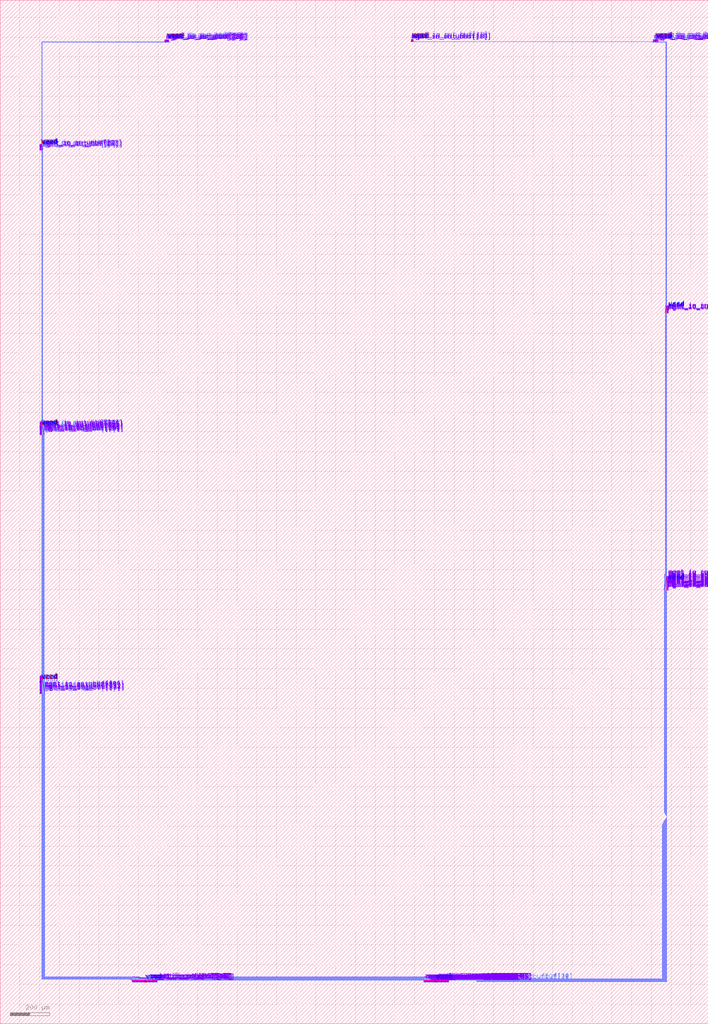
<source format=lef>
VERSION 5.7 ;
  NOWIREEXTENSIONATPIN ON ;
  DIVIDERCHAR "/" ;
  BUSBITCHARS "[]" ;
MACRO gpio_signal_buffering
  CLASS BLOCK ;
  FOREIGN gpio_signal_buffering ;
  ORIGIN 0.000 0.000 ;
  SIZE 3588.000 BY 5188.000 ;
  PIN mgmt_io_in_unbuf[18]
    DIRECTION INPUT ;
    USE SIGNAL ;
    PORT
      LAYER li1 ;
        RECT 2082.940 4983.335 2084.530 4983.535 ;
      LAYER mcon ;
        RECT 2082.940 4983.365 2084.030 4983.535 ;
      LAYER met1 ;
        RECT 2082.880 4983.315 2084.090 4983.575 ;
        RECT 2083.245 4976.655 2083.565 4976.775 ;
        RECT 2079.535 4976.515 2083.565 4976.655 ;
      LAYER via ;
        RECT 2082.940 4983.315 2084.030 4983.575 ;
        RECT 2083.275 4976.515 2083.535 4976.775 ;
      LAYER met2 ;
        RECT 2082.940 4983.285 2084.030 4983.605 ;
        RECT 2083.395 4976.805 2083.535 4983.285 ;
        RECT 2083.275 4976.485 2083.535 4976.805 ;
        RECT 2083.395 4976.065 2083.535 4976.485 ;
    END
  END mgmt_io_in_unbuf[18]
  PIN mgmt_io_out_buf[18]
    DIRECTION OUTPUT ;
    USE SIGNAL ;
    PORT
      LAYER li1 ;
        RECT 2084.265 4986.965 2084.435 4987.445 ;
        RECT 2085.105 4986.965 2085.275 4987.445 ;
        RECT 2085.945 4986.965 2086.115 4987.445 ;
        RECT 2086.785 4986.965 2086.955 4987.445 ;
        RECT 2084.265 4986.795 2086.955 4986.965 ;
        RECT 2084.265 4986.255 2084.520 4986.795 ;
        RECT 2084.265 4986.085 2086.955 4986.255 ;
        RECT 2084.265 4985.235 2084.435 4986.085 ;
        RECT 2085.105 4985.235 2085.275 4986.085 ;
        RECT 2085.945 4985.235 2086.115 4986.085 ;
        RECT 2086.785 4985.235 2086.955 4986.085 ;
      LAYER mcon ;
        RECT 2084.350 4986.085 2084.520 4986.935 ;
      LAYER met1 ;
        RECT 2084.310 4986.025 2084.570 4986.995 ;
        RECT 2084.215 4976.375 2084.535 4976.495 ;
        RECT 2080.535 4976.235 2084.535 4976.375 ;
      LAYER via ;
        RECT 2084.310 4986.085 2084.570 4986.935 ;
        RECT 2084.245 4976.235 2084.505 4976.495 ;
      LAYER met2 ;
        RECT 2084.280 4986.085 2084.600 4986.935 ;
        RECT 2084.365 4976.525 2084.505 4986.085 ;
        RECT 2084.245 4976.205 2084.505 4976.525 ;
        RECT 2084.365 4976.065 2084.505 4976.205 ;
    END
  END mgmt_io_out_buf[18]
  PIN mgmt_io_out_buf[17]
    DIRECTION OUTPUT ;
    USE SIGNAL ;
    PORT
      LAYER li1 ;
        RECT 3317.250 4986.555 3317.420 4987.035 ;
        RECT 3318.090 4986.555 3318.260 4987.035 ;
        RECT 3318.930 4986.555 3319.100 4987.035 ;
        RECT 3319.770 4986.555 3319.940 4987.035 ;
        RECT 3317.250 4986.385 3319.940 4986.555 ;
        RECT 3317.250 4985.845 3317.505 4986.385 ;
        RECT 3317.250 4985.675 3319.940 4985.845 ;
        RECT 3317.250 4984.825 3317.420 4985.675 ;
        RECT 3318.090 4984.825 3318.260 4985.675 ;
        RECT 3318.930 4984.825 3319.100 4985.675 ;
        RECT 3319.770 4984.825 3319.940 4985.675 ;
      LAYER mcon ;
        RECT 3317.335 4985.675 3317.505 4986.525 ;
      LAYER met1 ;
        RECT 3317.295 4985.615 3317.555 4986.585 ;
        RECT 3317.200 4975.395 3317.520 4975.515 ;
        RECT 3302.615 4975.255 3317.520 4975.395 ;
      LAYER via ;
        RECT 3317.295 4985.675 3317.555 4986.525 ;
        RECT 3317.230 4975.255 3317.490 4975.515 ;
      LAYER met2 ;
        RECT 3317.265 4985.675 3317.585 4986.525 ;
        RECT 3317.350 4975.545 3317.490 4985.675 ;
        RECT 3317.230 4975.225 3317.490 4975.545 ;
        RECT 3317.350 4972.845 3317.490 4975.225 ;
    END
  END mgmt_io_out_buf[17]
  PIN mgmt_io_out_buf[16]
    DIRECTION OUTPUT ;
    USE SIGNAL ;
    PORT
      LAYER li1 ;
        RECT 3323.230 4986.555 3323.400 4987.035 ;
        RECT 3324.070 4986.555 3324.240 4987.035 ;
        RECT 3324.910 4986.555 3325.080 4987.035 ;
        RECT 3325.750 4986.555 3325.920 4987.035 ;
        RECT 3323.230 4986.385 3325.920 4986.555 ;
        RECT 3323.230 4985.845 3323.485 4986.385 ;
        RECT 3323.230 4985.675 3325.920 4985.845 ;
        RECT 3323.230 4984.825 3323.400 4985.675 ;
        RECT 3324.070 4984.825 3324.240 4985.675 ;
        RECT 3324.910 4984.825 3325.080 4985.675 ;
        RECT 3325.750 4984.825 3325.920 4985.675 ;
      LAYER mcon ;
        RECT 3323.315 4985.675 3323.485 4986.525 ;
      LAYER met1 ;
        RECT 3323.275 4985.615 3323.535 4986.585 ;
        RECT 3323.180 4974.275 3323.500 4974.395 ;
        RECT 3304.615 4974.135 3323.500 4974.275 ;
      LAYER via ;
        RECT 3323.275 4985.675 3323.535 4986.525 ;
        RECT 3323.210 4974.135 3323.470 4974.395 ;
      LAYER met2 ;
        RECT 3323.245 4985.675 3323.565 4986.525 ;
        RECT 3323.330 4974.425 3323.470 4985.675 ;
        RECT 3323.210 4974.105 3323.470 4974.425 ;
        RECT 3323.330 4972.845 3323.470 4974.105 ;
    END
  END mgmt_io_out_buf[16]
  PIN mgmt_io_in_unbuf[17]
    DIRECTION INPUT ;
    USE SIGNAL ;
    PORT
      LAYER li1 ;
        RECT 3315.925 4982.925 3317.515 4983.125 ;
      LAYER mcon ;
        RECT 3315.925 4982.955 3317.015 4983.125 ;
      LAYER met1 ;
        RECT 3315.865 4982.905 3317.075 4983.165 ;
        RECT 3316.230 4975.675 3316.550 4975.795 ;
        RECT 3301.615 4975.535 3316.550 4975.675 ;
      LAYER via ;
        RECT 3315.925 4982.905 3317.015 4983.165 ;
        RECT 3316.260 4975.535 3316.520 4975.795 ;
      LAYER met2 ;
        RECT 3315.925 4982.875 3317.015 4983.195 ;
        RECT 3316.380 4975.825 3316.520 4982.875 ;
        RECT 3316.260 4975.505 3316.520 4975.825 ;
        RECT 3316.380 4972.845 3316.520 4975.505 ;
    END
  END mgmt_io_in_unbuf[17]
  PIN mgmt_io_in_unbuf[16]
    DIRECTION INPUT ;
    USE SIGNAL ;
    PORT
      LAYER li1 ;
        RECT 3321.905 4982.925 3323.495 4983.125 ;
      LAYER mcon ;
        RECT 3321.905 4982.955 3322.995 4983.125 ;
      LAYER met1 ;
        RECT 3321.845 4982.905 3323.055 4983.165 ;
        RECT 3322.210 4974.555 3322.530 4974.675 ;
        RECT 3303.615 4974.415 3322.530 4974.555 ;
      LAYER via ;
        RECT 3321.905 4982.905 3322.995 4983.165 ;
        RECT 3322.240 4974.415 3322.500 4974.675 ;
      LAYER met2 ;
        RECT 3321.905 4982.875 3322.995 4983.195 ;
        RECT 3322.360 4974.705 3322.500 4982.875 ;
        RECT 3322.240 4974.385 3322.500 4974.705 ;
        RECT 3322.360 4972.845 3322.500 4974.385 ;
    END
  END mgmt_io_in_unbuf[16]
  PIN mgmt_io_in_unbuf[15]
    DIRECTION INPUT ;
    USE SIGNAL ;
    PORT
      LAYER li1 ;
        RECT 3327.885 4982.925 3329.475 4983.125 ;
      LAYER mcon ;
        RECT 3327.885 4982.955 3328.975 4983.125 ;
      LAYER met1 ;
        RECT 3327.825 4982.905 3329.035 4983.165 ;
        RECT 3328.190 4973.435 3328.510 4973.555 ;
        RECT 3305.615 4973.295 3328.510 4973.435 ;
      LAYER via ;
        RECT 3327.885 4982.905 3328.975 4983.165 ;
        RECT 3328.220 4973.295 3328.480 4973.555 ;
      LAYER met2 ;
        RECT 3327.885 4982.875 3328.975 4983.195 ;
        RECT 3328.340 4973.585 3328.480 4982.875 ;
        RECT 3328.220 4973.265 3328.480 4973.585 ;
        RECT 3328.340 4972.845 3328.480 4973.265 ;
    END
  END mgmt_io_in_unbuf[15]
  PIN mgmt_io_out_buf[15]
    DIRECTION OUTPUT ;
    USE SIGNAL ;
    PORT
      LAYER li1 ;
        RECT 3329.210 4986.555 3329.380 4987.035 ;
        RECT 3330.050 4986.555 3330.220 4987.035 ;
        RECT 3330.890 4986.555 3331.060 4987.035 ;
        RECT 3331.730 4986.555 3331.900 4987.035 ;
        RECT 3329.210 4986.385 3331.900 4986.555 ;
        RECT 3329.210 4985.845 3329.465 4986.385 ;
        RECT 3329.210 4985.675 3331.900 4985.845 ;
        RECT 3329.210 4984.825 3329.380 4985.675 ;
        RECT 3330.050 4984.825 3330.220 4985.675 ;
        RECT 3330.890 4984.825 3331.060 4985.675 ;
        RECT 3331.730 4984.825 3331.900 4985.675 ;
      LAYER mcon ;
        RECT 3329.295 4985.675 3329.465 4986.525 ;
      LAYER met1 ;
        RECT 3329.255 4985.615 3329.515 4986.585 ;
        RECT 3329.160 4973.155 3329.480 4973.275 ;
        RECT 3306.615 4973.015 3329.480 4973.155 ;
      LAYER via ;
        RECT 3329.255 4985.675 3329.515 4986.525 ;
        RECT 3329.190 4973.015 3329.450 4973.275 ;
      LAYER met2 ;
        RECT 3329.225 4985.675 3329.545 4986.525 ;
        RECT 3329.310 4973.305 3329.450 4985.675 ;
        RECT 3329.190 4972.985 3329.450 4973.305 ;
        RECT 3329.310 4972.845 3329.450 4972.985 ;
    END
  END mgmt_io_out_buf[15]
  PIN mgmt_io_in_unbuf[14]
    DIRECTION INPUT ;
    USE SIGNAL ;
    PORT
      LAYER li1 ;
        RECT 3381.660 3612.780 3381.860 3614.370 ;
      LAYER mcon ;
        RECT 3381.690 3613.280 3381.860 3614.370 ;
      LAYER met1 ;
        RECT 3371.900 3614.065 3372.040 3643.605 ;
        RECT 3371.900 3613.745 3372.160 3614.065 ;
        RECT 3381.640 3613.220 3381.900 3614.430 ;
      LAYER via ;
        RECT 3371.900 3613.775 3372.160 3614.035 ;
        RECT 3381.640 3613.280 3381.900 3614.370 ;
      LAYER met2 ;
        RECT 3371.870 3613.915 3372.190 3614.035 ;
        RECT 3381.610 3613.915 3381.930 3614.370 ;
        RECT 3369.210 3613.775 3381.930 3613.915 ;
        RECT 3381.610 3613.280 3381.930 3613.775 ;
    END
  END mgmt_io_in_unbuf[14]
  PIN mgmt_io_in_unbuf[13]
    DIRECTION INPUT ;
    USE SIGNAL ;
    PORT
      LAYER li1 ;
        RECT 3381.660 3606.800 3381.860 3608.390 ;
      LAYER mcon ;
        RECT 3381.690 3607.300 3381.860 3608.390 ;
      LAYER met1 ;
        RECT 3370.780 3608.085 3370.920 3641.605 ;
        RECT 3370.780 3607.765 3371.040 3608.085 ;
        RECT 3381.640 3607.240 3381.900 3608.450 ;
      LAYER via ;
        RECT 3370.780 3607.795 3371.040 3608.055 ;
        RECT 3381.640 3607.300 3381.900 3608.390 ;
      LAYER met2 ;
        RECT 3370.750 3607.935 3371.070 3608.055 ;
        RECT 3381.610 3607.935 3381.930 3608.390 ;
        RECT 3370.330 3607.795 3381.930 3607.935 ;
        RECT 3381.610 3607.300 3381.930 3607.795 ;
    END
  END mgmt_io_in_unbuf[13]
  PIN mgmt_io_out_buf[14]
    DIRECTION OUTPUT ;
    USE SIGNAL ;
    PORT
      LAYER li1 ;
        RECT 3383.560 3612.875 3385.770 3613.045 ;
        RECT 3384.410 3612.790 3385.290 3612.875 ;
        RECT 3384.410 3612.205 3384.580 3612.790 ;
        RECT 3383.560 3612.035 3384.580 3612.205 ;
        RECT 3384.410 3611.365 3384.580 3612.035 ;
        RECT 3383.560 3611.195 3384.580 3611.365 ;
        RECT 3384.410 3610.525 3384.580 3611.195 ;
        RECT 3383.560 3610.355 3384.580 3610.525 ;
        RECT 3385.120 3612.205 3385.290 3612.790 ;
        RECT 3385.120 3612.035 3385.770 3612.205 ;
        RECT 3385.120 3611.365 3385.290 3612.035 ;
        RECT 3385.120 3611.195 3385.770 3611.365 ;
        RECT 3385.120 3610.525 3385.290 3611.195 ;
        RECT 3385.120 3610.355 3385.770 3610.525 ;
      LAYER met1 ;
        RECT 3371.620 3613.095 3371.760 3642.605 ;
        RECT 3371.620 3612.775 3371.880 3613.095 ;
        RECT 3384.350 3612.740 3385.320 3613.000 ;
      LAYER via ;
        RECT 3371.620 3612.805 3371.880 3613.065 ;
        RECT 3384.410 3612.740 3385.260 3613.000 ;
      LAYER met2 ;
        RECT 3371.590 3612.945 3371.910 3613.065 ;
        RECT 3384.410 3612.945 3385.260 3613.030 ;
        RECT 3369.210 3612.805 3385.260 3612.945 ;
        RECT 3384.410 3612.710 3385.260 3612.805 ;
    END
  END mgmt_io_out_buf[14]
  PIN mgmt_io_out_buf[13]
    DIRECTION OUTPUT ;
    USE SIGNAL ;
    PORT
      LAYER li1 ;
        RECT 3383.560 3606.895 3385.770 3607.065 ;
        RECT 3384.410 3606.810 3385.290 3606.895 ;
        RECT 3384.410 3606.225 3384.580 3606.810 ;
        RECT 3383.560 3606.055 3384.580 3606.225 ;
        RECT 3384.410 3605.385 3384.580 3606.055 ;
        RECT 3383.560 3605.215 3384.580 3605.385 ;
        RECT 3384.410 3604.545 3384.580 3605.215 ;
        RECT 3383.560 3604.375 3384.580 3604.545 ;
        RECT 3385.120 3606.225 3385.290 3606.810 ;
        RECT 3385.120 3606.055 3385.770 3606.225 ;
        RECT 3385.120 3605.385 3385.290 3606.055 ;
        RECT 3385.120 3605.215 3385.770 3605.385 ;
        RECT 3385.120 3604.545 3385.290 3605.215 ;
        RECT 3385.120 3604.375 3385.770 3604.545 ;
      LAYER met1 ;
        RECT 3370.500 3607.115 3370.640 3640.605 ;
        RECT 3370.500 3606.795 3370.760 3607.115 ;
        RECT 3384.350 3606.760 3385.320 3607.020 ;
      LAYER via ;
        RECT 3370.500 3606.825 3370.760 3607.085 ;
        RECT 3384.410 3606.760 3385.260 3607.020 ;
      LAYER met2 ;
        RECT 3370.470 3606.965 3370.790 3607.085 ;
        RECT 3384.410 3606.965 3385.260 3607.050 ;
        RECT 3370.330 3606.825 3385.260 3606.965 ;
        RECT 3384.410 3606.730 3385.260 3606.825 ;
    END
  END mgmt_io_out_buf[13]
  PIN mgmt_io_in_unbuf[12]
    DIRECTION INPUT ;
    USE SIGNAL ;
    PORT
      LAYER li1 ;
        RECT 3381.660 2230.700 3381.860 2232.290 ;
      LAYER mcon ;
        RECT 3381.690 2231.200 3381.860 2232.290 ;
      LAYER met1 ;
        RECT 3369.800 2231.985 3369.940 2281.275 ;
        RECT 3369.800 2231.665 3370.060 2231.985 ;
        RECT 3381.640 2231.140 3381.900 2232.350 ;
      LAYER via ;
        RECT 3369.800 2231.695 3370.060 2231.955 ;
        RECT 3381.640 2231.200 3381.900 2232.290 ;
      LAYER met2 ;
        RECT 3369.770 2231.835 3370.090 2231.955 ;
        RECT 3381.610 2231.835 3381.930 2232.290 ;
        RECT 3365.990 2231.695 3381.930 2231.835 ;
        RECT 3381.610 2231.200 3381.930 2231.695 ;
    END
  END mgmt_io_in_unbuf[12]
  PIN mgmt_io_in_unbuf[11]
    DIRECTION INPUT ;
    USE SIGNAL ;
    PORT
      LAYER li1 ;
        RECT 3381.660 2224.720 3381.860 2226.310 ;
      LAYER mcon ;
        RECT 3381.690 2225.220 3381.860 2226.310 ;
      LAYER met1 ;
        RECT 3368.680 2226.005 3368.820 2279.275 ;
        RECT 3368.680 2225.685 3368.940 2226.005 ;
        RECT 3381.640 2225.160 3381.900 2226.370 ;
      LAYER via ;
        RECT 3368.680 2225.715 3368.940 2225.975 ;
        RECT 3381.640 2225.220 3381.900 2226.310 ;
      LAYER met2 ;
        RECT 3368.650 2225.855 3368.970 2225.975 ;
        RECT 3381.610 2225.855 3381.930 2226.310 ;
        RECT 3365.990 2225.715 3381.930 2225.855 ;
        RECT 3381.610 2225.220 3381.930 2225.715 ;
    END
  END mgmt_io_in_unbuf[11]
  PIN mgmt_io_in_unbuf[10]
    DIRECTION INPUT ;
    USE SIGNAL ;
    PORT
      LAYER li1 ;
        RECT 3381.660 2218.740 3381.860 2220.330 ;
      LAYER mcon ;
        RECT 3381.690 2219.240 3381.860 2220.330 ;
      LAYER met1 ;
        RECT 3367.560 2220.025 3367.700 2277.275 ;
        RECT 3367.560 2219.705 3367.820 2220.025 ;
        RECT 3381.640 2219.180 3381.900 2220.390 ;
      LAYER via ;
        RECT 3367.560 2219.735 3367.820 2219.995 ;
        RECT 3381.640 2219.240 3381.900 2220.330 ;
      LAYER met2 ;
        RECT 3367.530 2219.875 3367.850 2219.995 ;
        RECT 3381.610 2219.875 3381.930 2220.330 ;
        RECT 3365.990 2219.735 3381.930 2219.875 ;
        RECT 3381.610 2219.240 3381.930 2219.735 ;
    END
  END mgmt_io_in_unbuf[10]
  PIN mgmt_io_in_unbuf[9]
    DIRECTION INPUT ;
    USE SIGNAL ;
    PORT
      LAYER li1 ;
        RECT 3381.660 2212.760 3381.860 2214.350 ;
      LAYER mcon ;
        RECT 3381.690 2213.260 3381.860 2214.350 ;
      LAYER met1 ;
        RECT 3366.440 2214.045 3366.580 2275.275 ;
        RECT 3366.440 2213.725 3366.700 2214.045 ;
        RECT 3381.640 2213.200 3381.900 2214.410 ;
      LAYER via ;
        RECT 3366.440 2213.755 3366.700 2214.015 ;
        RECT 3381.640 2213.260 3381.900 2214.350 ;
      LAYER met2 ;
        RECT 3366.410 2213.895 3366.730 2214.015 ;
        RECT 3381.610 2213.895 3381.930 2214.350 ;
        RECT 3365.990 2213.755 3381.930 2213.895 ;
        RECT 3381.610 2213.260 3381.930 2213.755 ;
    END
  END mgmt_io_in_unbuf[9]
  PIN mgmt_io_in_unbuf[8]
    DIRECTION INPUT ;
    USE SIGNAL ;
    PORT
      LAYER li1 ;
        RECT 3381.660 2206.780 3381.860 2208.370 ;
      LAYER mcon ;
        RECT 3381.690 2207.280 3381.860 2208.370 ;
      LAYER met1 ;
        RECT 3365.320 2208.065 3365.460 2273.275 ;
        RECT 3365.320 2207.745 3365.580 2208.065 ;
        RECT 3381.640 2207.220 3381.900 2208.430 ;
      LAYER via ;
        RECT 3365.320 2207.775 3365.580 2208.035 ;
        RECT 3381.640 2207.280 3381.900 2208.370 ;
      LAYER met2 ;
        RECT 3365.290 2207.915 3365.610 2208.035 ;
        RECT 3381.610 2207.915 3381.930 2208.370 ;
        RECT 3364.865 2207.775 3381.930 2207.915 ;
        RECT 3381.610 2207.280 3381.930 2207.775 ;
    END
  END mgmt_io_in_unbuf[8]
  PIN mgmt_io_in_unbuf[7]
    DIRECTION INPUT ;
    USE SIGNAL ;
    PORT
      LAYER li1 ;
        RECT 3381.660 2200.800 3381.860 2202.390 ;
      LAYER mcon ;
        RECT 3381.690 2201.300 3381.860 2202.390 ;
      LAYER met1 ;
        RECT 3364.200 2202.085 3364.340 2271.275 ;
        RECT 3364.200 2201.765 3364.460 2202.085 ;
        RECT 3381.640 2201.240 3381.900 2202.450 ;
      LAYER via ;
        RECT 3364.200 2201.795 3364.460 2202.055 ;
        RECT 3381.640 2201.300 3381.900 2202.390 ;
      LAYER met2 ;
        RECT 3364.170 2201.935 3364.490 2202.055 ;
        RECT 3381.610 2201.935 3381.930 2202.390 ;
        RECT 3363.750 2201.795 3381.930 2201.935 ;
        RECT 3381.610 2201.300 3381.930 2201.795 ;
    END
  END mgmt_io_in_unbuf[7]
  PIN mgmt_io_out_buf[7]
    DIRECTION OUTPUT ;
    USE SIGNAL ;
    PORT
      LAYER li1 ;
        RECT 3383.560 2200.895 3385.770 2201.065 ;
        RECT 3384.410 2200.810 3385.290 2200.895 ;
        RECT 3384.410 2200.225 3384.580 2200.810 ;
        RECT 3383.560 2200.055 3384.580 2200.225 ;
        RECT 3384.410 2199.385 3384.580 2200.055 ;
        RECT 3383.560 2199.215 3384.580 2199.385 ;
        RECT 3384.410 2198.545 3384.580 2199.215 ;
        RECT 3383.560 2198.375 3384.580 2198.545 ;
        RECT 3385.120 2200.225 3385.290 2200.810 ;
        RECT 3385.120 2200.055 3385.770 2200.225 ;
        RECT 3385.120 2199.385 3385.290 2200.055 ;
        RECT 3385.120 2199.215 3385.770 2199.385 ;
        RECT 3385.120 2198.545 3385.290 2199.215 ;
        RECT 3385.120 2198.375 3385.770 2198.545 ;
      LAYER met1 ;
        RECT 3363.920 2201.115 3364.060 2270.275 ;
        RECT 3363.920 2200.795 3364.180 2201.115 ;
        RECT 3384.350 2200.760 3385.320 2201.020 ;
      LAYER via ;
        RECT 3363.920 2200.825 3364.180 2201.085 ;
        RECT 3384.410 2200.760 3385.260 2201.020 ;
      LAYER met2 ;
        RECT 3363.890 2200.965 3364.210 2201.085 ;
        RECT 3384.410 2200.965 3385.260 2201.050 ;
        RECT 3363.750 2200.825 3385.260 2200.965 ;
        RECT 3384.410 2200.730 3385.260 2200.825 ;
    END
  END mgmt_io_out_buf[7]
  PIN mgmt_io_out_buf[8]
    DIRECTION OUTPUT ;
    USE SIGNAL ;
    PORT
      LAYER li1 ;
        RECT 3383.560 2206.875 3385.770 2207.045 ;
        RECT 3384.410 2206.790 3385.290 2206.875 ;
        RECT 3384.410 2206.205 3384.580 2206.790 ;
        RECT 3383.560 2206.035 3384.580 2206.205 ;
        RECT 3384.410 2205.365 3384.580 2206.035 ;
        RECT 3383.560 2205.195 3384.580 2205.365 ;
        RECT 3384.410 2204.525 3384.580 2205.195 ;
        RECT 3383.560 2204.355 3384.580 2204.525 ;
        RECT 3385.120 2206.205 3385.290 2206.790 ;
        RECT 3385.120 2206.035 3385.770 2206.205 ;
        RECT 3385.120 2205.365 3385.290 2206.035 ;
        RECT 3385.120 2205.195 3385.770 2205.365 ;
        RECT 3385.120 2204.525 3385.290 2205.195 ;
        RECT 3385.120 2204.355 3385.770 2204.525 ;
      LAYER met1 ;
        RECT 3365.040 2207.095 3365.180 2272.275 ;
        RECT 3365.040 2206.775 3365.300 2207.095 ;
        RECT 3384.350 2206.740 3385.320 2207.000 ;
      LAYER via ;
        RECT 3365.040 2206.805 3365.300 2207.065 ;
        RECT 3384.410 2206.740 3385.260 2207.000 ;
      LAYER met2 ;
        RECT 3365.010 2206.945 3365.330 2207.065 ;
        RECT 3384.410 2206.945 3385.260 2207.030 ;
        RECT 3364.865 2206.805 3385.260 2206.945 ;
        RECT 3384.410 2206.710 3385.260 2206.805 ;
    END
  END mgmt_io_out_buf[8]
  PIN mgmt_io_out_buf[9]
    DIRECTION OUTPUT ;
    USE SIGNAL ;
    PORT
      LAYER li1 ;
        RECT 3383.560 2212.855 3385.770 2213.025 ;
        RECT 3384.410 2212.770 3385.290 2212.855 ;
        RECT 3384.410 2212.185 3384.580 2212.770 ;
        RECT 3383.560 2212.015 3384.580 2212.185 ;
        RECT 3384.410 2211.345 3384.580 2212.015 ;
        RECT 3383.560 2211.175 3384.580 2211.345 ;
        RECT 3384.410 2210.505 3384.580 2211.175 ;
        RECT 3383.560 2210.335 3384.580 2210.505 ;
        RECT 3385.120 2212.185 3385.290 2212.770 ;
        RECT 3385.120 2212.015 3385.770 2212.185 ;
        RECT 3385.120 2211.345 3385.290 2212.015 ;
        RECT 3385.120 2211.175 3385.770 2211.345 ;
        RECT 3385.120 2210.505 3385.290 2211.175 ;
        RECT 3385.120 2210.335 3385.770 2210.505 ;
      LAYER met1 ;
        RECT 3366.160 2213.075 3366.300 2274.275 ;
        RECT 3366.160 2212.755 3366.420 2213.075 ;
        RECT 3384.350 2212.720 3385.320 2212.980 ;
      LAYER via ;
        RECT 3366.160 2212.785 3366.420 2213.045 ;
        RECT 3384.410 2212.720 3385.260 2212.980 ;
      LAYER met2 ;
        RECT 3366.130 2212.925 3366.450 2213.045 ;
        RECT 3384.410 2212.925 3385.260 2213.010 ;
        RECT 3365.990 2212.785 3385.260 2212.925 ;
        RECT 3384.410 2212.690 3385.260 2212.785 ;
    END
  END mgmt_io_out_buf[9]
  PIN mgmt_io_out_buf[10]
    DIRECTION OUTPUT ;
    USE SIGNAL ;
    PORT
      LAYER li1 ;
        RECT 3383.560 2218.835 3385.770 2219.005 ;
        RECT 3384.410 2218.750 3385.290 2218.835 ;
        RECT 3384.410 2218.165 3384.580 2218.750 ;
        RECT 3383.560 2217.995 3384.580 2218.165 ;
        RECT 3384.410 2217.325 3384.580 2217.995 ;
        RECT 3383.560 2217.155 3384.580 2217.325 ;
        RECT 3384.410 2216.485 3384.580 2217.155 ;
        RECT 3383.560 2216.315 3384.580 2216.485 ;
        RECT 3385.120 2218.165 3385.290 2218.750 ;
        RECT 3385.120 2217.995 3385.770 2218.165 ;
        RECT 3385.120 2217.325 3385.290 2217.995 ;
        RECT 3385.120 2217.155 3385.770 2217.325 ;
        RECT 3385.120 2216.485 3385.290 2217.155 ;
        RECT 3385.120 2216.315 3385.770 2216.485 ;
      LAYER met1 ;
        RECT 3367.280 2219.055 3367.420 2276.275 ;
        RECT 3367.280 2218.735 3367.540 2219.055 ;
        RECT 3384.350 2218.700 3385.320 2218.960 ;
      LAYER via ;
        RECT 3367.280 2218.765 3367.540 2219.025 ;
        RECT 3384.410 2218.700 3385.260 2218.960 ;
      LAYER met2 ;
        RECT 3367.250 2218.905 3367.570 2219.025 ;
        RECT 3384.410 2218.905 3385.260 2218.990 ;
        RECT 3365.990 2218.765 3385.260 2218.905 ;
        RECT 3384.410 2218.670 3385.260 2218.765 ;
    END
  END mgmt_io_out_buf[10]
  PIN mgmt_io_out_buf[11]
    DIRECTION OUTPUT ;
    USE SIGNAL ;
    PORT
      LAYER li1 ;
        RECT 3383.560 2224.815 3385.770 2224.985 ;
        RECT 3384.410 2224.730 3385.290 2224.815 ;
        RECT 3384.410 2224.145 3384.580 2224.730 ;
        RECT 3383.560 2223.975 3384.580 2224.145 ;
        RECT 3384.410 2223.305 3384.580 2223.975 ;
        RECT 3383.560 2223.135 3384.580 2223.305 ;
        RECT 3384.410 2222.465 3384.580 2223.135 ;
        RECT 3383.560 2222.295 3384.580 2222.465 ;
        RECT 3385.120 2224.145 3385.290 2224.730 ;
        RECT 3385.120 2223.975 3385.770 2224.145 ;
        RECT 3385.120 2223.305 3385.290 2223.975 ;
        RECT 3385.120 2223.135 3385.770 2223.305 ;
        RECT 3385.120 2222.465 3385.290 2223.135 ;
        RECT 3385.120 2222.295 3385.770 2222.465 ;
      LAYER met1 ;
        RECT 3368.400 2225.035 3368.540 2278.275 ;
        RECT 3368.400 2224.715 3368.660 2225.035 ;
        RECT 3384.350 2224.680 3385.320 2224.940 ;
      LAYER via ;
        RECT 3368.400 2224.745 3368.660 2225.005 ;
        RECT 3384.410 2224.680 3385.260 2224.940 ;
      LAYER met2 ;
        RECT 3368.370 2224.885 3368.690 2225.005 ;
        RECT 3384.410 2224.885 3385.260 2224.970 ;
        RECT 3365.990 2224.745 3385.260 2224.885 ;
        RECT 3384.410 2224.650 3385.260 2224.745 ;
    END
  END mgmt_io_out_buf[11]
  PIN mgmt_io_out_buf[12]
    DIRECTION OUTPUT ;
    USE SIGNAL ;
    PORT
      LAYER li1 ;
        RECT 3383.560 2230.795 3385.770 2230.965 ;
        RECT 3384.410 2230.710 3385.290 2230.795 ;
        RECT 3384.410 2230.125 3384.580 2230.710 ;
        RECT 3383.560 2229.955 3384.580 2230.125 ;
        RECT 3384.410 2229.285 3384.580 2229.955 ;
        RECT 3383.560 2229.115 3384.580 2229.285 ;
        RECT 3384.410 2228.445 3384.580 2229.115 ;
        RECT 3383.560 2228.275 3384.580 2228.445 ;
        RECT 3385.120 2230.125 3385.290 2230.710 ;
        RECT 3385.120 2229.955 3385.770 2230.125 ;
        RECT 3385.120 2229.285 3385.290 2229.955 ;
        RECT 3385.120 2229.115 3385.770 2229.285 ;
        RECT 3385.120 2228.445 3385.290 2229.115 ;
        RECT 3385.120 2228.275 3385.770 2228.445 ;
      LAYER met1 ;
        RECT 3369.520 2231.015 3369.660 2280.275 ;
        RECT 3369.520 2230.695 3369.780 2231.015 ;
        RECT 3384.350 2230.660 3385.320 2230.920 ;
      LAYER via ;
        RECT 3369.520 2230.725 3369.780 2230.985 ;
        RECT 3384.410 2230.660 3385.260 2230.920 ;
      LAYER met2 ;
        RECT 3369.490 2230.865 3369.810 2230.985 ;
        RECT 3384.410 2230.865 3385.260 2230.950 ;
        RECT 3365.990 2230.725 3385.260 2230.865 ;
        RECT 3384.410 2230.630 3385.260 2230.725 ;
    END
  END mgmt_io_out_buf[12]
  PIN mgmt_io_out_unbuf[7]
    DIRECTION INPUT ;
    USE SIGNAL ;
    PORT
      LAYER li1 ;
        RECT 3384.750 2196.660 3384.950 2197.760 ;
      LAYER mcon ;
        RECT 3384.750 2196.670 3384.920 2197.760 ;
      LAYER met1 ;
        RECT 3363.940 2196.930 3364.200 2197.250 ;
        RECT 3364.060 1075.250 3364.200 2196.930 ;
        RECT 3384.700 2196.610 3384.960 2197.820 ;
      LAYER via ;
        RECT 3363.940 2196.960 3364.200 2197.220 ;
        RECT 3384.700 2196.670 3384.960 2197.760 ;
      LAYER met2 ;
        RECT 3363.910 2197.100 3364.230 2197.220 ;
        RECT 3384.670 2197.100 3384.990 2197.760 ;
        RECT 3363.750 2196.960 3384.990 2197.100 ;
        RECT 3384.670 2196.670 3384.990 2196.960 ;
    END
  END mgmt_io_out_unbuf[7]
  PIN mgmt_io_out_unbuf[8]
    DIRECTION INPUT ;
    USE SIGNAL ;
    PORT
      LAYER li1 ;
        RECT 3384.750 2202.640 3384.950 2203.740 ;
      LAYER mcon ;
        RECT 3384.750 2202.650 3384.920 2203.740 ;
      LAYER met1 ;
        RECT 3365.060 2202.910 3365.320 2203.230 ;
        RECT 3365.180 1073.250 3365.320 2202.910 ;
        RECT 3384.700 2202.590 3384.960 2203.800 ;
      LAYER via ;
        RECT 3365.060 2202.940 3365.320 2203.200 ;
        RECT 3384.700 2202.650 3384.960 2203.740 ;
      LAYER met2 ;
        RECT 3365.030 2203.080 3365.350 2203.200 ;
        RECT 3384.670 2203.080 3384.990 2203.740 ;
        RECT 3364.900 2202.940 3384.990 2203.080 ;
        RECT 3384.670 2202.650 3384.990 2202.940 ;
    END
  END mgmt_io_out_unbuf[8]
  PIN mgmt_io_out_unbuf[9]
    DIRECTION INPUT ;
    USE SIGNAL ;
    PORT
      LAYER li1 ;
        RECT 3384.750 2208.620 3384.950 2209.720 ;
      LAYER mcon ;
        RECT 3384.750 2208.630 3384.920 2209.720 ;
      LAYER met1 ;
        RECT 3366.180 2208.890 3366.440 2209.210 ;
        RECT 3366.300 1071.250 3366.440 2208.890 ;
        RECT 3384.700 2208.570 3384.960 2209.780 ;
      LAYER via ;
        RECT 3366.180 2208.920 3366.440 2209.180 ;
        RECT 3384.700 2208.630 3384.960 2209.720 ;
      LAYER met2 ;
        RECT 3366.150 2209.060 3366.470 2209.180 ;
        RECT 3384.670 2209.060 3384.990 2209.720 ;
        RECT 3365.990 2208.920 3384.990 2209.060 ;
        RECT 3384.670 2208.630 3384.990 2208.920 ;
    END
  END mgmt_io_out_unbuf[9]
  PIN mgmt_io_out_unbuf[10]
    DIRECTION INPUT ;
    USE SIGNAL ;
    PORT
      LAYER li1 ;
        RECT 3384.750 2214.600 3384.950 2215.700 ;
      LAYER mcon ;
        RECT 3384.750 2214.610 3384.920 2215.700 ;
      LAYER met1 ;
        RECT 3367.300 2214.870 3367.560 2215.190 ;
        RECT 3367.420 1069.250 3367.560 2214.870 ;
        RECT 3384.700 2214.550 3384.960 2215.760 ;
      LAYER via ;
        RECT 3367.300 2214.900 3367.560 2215.160 ;
        RECT 3384.700 2214.610 3384.960 2215.700 ;
      LAYER met2 ;
        RECT 3367.270 2215.040 3367.590 2215.160 ;
        RECT 3384.670 2215.040 3384.990 2215.700 ;
        RECT 3365.990 2214.900 3384.990 2215.040 ;
        RECT 3384.670 2214.610 3384.990 2214.900 ;
    END
  END mgmt_io_out_unbuf[10]
  PIN mgmt_io_out_unbuf[11]
    DIRECTION INPUT ;
    USE SIGNAL ;
    PORT
      LAYER li1 ;
        RECT 3384.750 2220.580 3384.950 2221.680 ;
      LAYER mcon ;
        RECT 3384.750 2220.590 3384.920 2221.680 ;
      LAYER met1 ;
        RECT 3368.420 2220.850 3368.680 2221.170 ;
        RECT 3368.540 1067.250 3368.680 2220.850 ;
        RECT 3384.700 2220.530 3384.960 2221.740 ;
      LAYER via ;
        RECT 3368.420 2220.880 3368.680 2221.140 ;
        RECT 3384.700 2220.590 3384.960 2221.680 ;
      LAYER met2 ;
        RECT 3368.390 2221.020 3368.710 2221.140 ;
        RECT 3384.670 2221.020 3384.990 2221.680 ;
        RECT 3365.990 2220.880 3384.990 2221.020 ;
        RECT 3384.670 2220.590 3384.990 2220.880 ;
    END
  END mgmt_io_out_unbuf[11]
  PIN mgmt_io_out_unbuf[12]
    DIRECTION INPUT ;
    USE SIGNAL ;
    PORT
      LAYER li1 ;
        RECT 3384.750 2226.560 3384.950 2227.660 ;
      LAYER mcon ;
        RECT 3384.750 2226.570 3384.920 2227.660 ;
      LAYER met1 ;
        RECT 3369.540 2226.830 3369.800 2227.150 ;
        RECT 3369.660 1065.250 3369.800 2226.830 ;
        RECT 3384.700 2226.510 3384.960 2227.720 ;
      LAYER via ;
        RECT 3369.540 2226.860 3369.800 2227.120 ;
        RECT 3384.700 2226.570 3384.960 2227.660 ;
      LAYER met2 ;
        RECT 3369.510 2227.000 3369.830 2227.120 ;
        RECT 3384.670 2227.000 3384.990 2227.660 ;
        RECT 3365.990 2226.860 3384.990 2227.000 ;
        RECT 3384.670 2226.570 3384.990 2226.860 ;
    END
  END mgmt_io_out_unbuf[12]
  PIN mgmt_io_out_unbuf[13]
    DIRECTION INPUT ;
    USE SIGNAL ;
    PORT
      LAYER li1 ;
        RECT 3384.750 2232.540 3384.950 2233.640 ;
      LAYER mcon ;
        RECT 3384.750 2232.550 3384.920 2233.640 ;
      LAYER met1 ;
        RECT 3370.660 2232.810 3370.920 2233.130 ;
        RECT 3370.780 1063.250 3370.920 2232.810 ;
        RECT 3384.700 2232.490 3384.960 2233.700 ;
      LAYER via ;
        RECT 3370.660 2232.840 3370.920 2233.100 ;
        RECT 3384.700 2232.550 3384.960 2233.640 ;
      LAYER met2 ;
        RECT 3370.630 2232.980 3370.950 2233.100 ;
        RECT 3384.670 2232.980 3384.990 2233.640 ;
        RECT 3365.990 2232.840 3384.990 2232.980 ;
        RECT 3384.670 2232.550 3384.990 2232.840 ;
    END
  END mgmt_io_out_unbuf[13]
  PIN mgmt_io_out_unbuf[14]
    DIRECTION INPUT ;
    USE SIGNAL ;
    PORT
      LAYER li1 ;
        RECT 3384.750 2238.520 3384.950 2239.620 ;
      LAYER mcon ;
        RECT 3384.750 2238.530 3384.920 2239.620 ;
      LAYER met1 ;
        RECT 3371.780 2238.790 3372.040 2239.110 ;
        RECT 3371.900 1061.250 3372.040 2238.790 ;
        RECT 3384.700 2238.470 3384.960 2239.680 ;
      LAYER via ;
        RECT 3371.780 2238.820 3372.040 2239.080 ;
        RECT 3384.700 2238.530 3384.960 2239.620 ;
      LAYER met2 ;
        RECT 3371.750 2238.960 3372.070 2239.080 ;
        RECT 3384.670 2238.960 3384.990 2239.620 ;
        RECT 3365.990 2238.820 3384.990 2238.960 ;
        RECT 3384.670 2238.530 3384.990 2238.820 ;
    END
  END mgmt_io_out_unbuf[14]
  PIN mgmt_io_out_unbuf[15]
    DIRECTION INPUT ;
    USE SIGNAL ;
    PORT
      LAYER li1 ;
        RECT 3384.750 2244.500 3384.950 2245.600 ;
      LAYER mcon ;
        RECT 3384.750 2244.510 3384.920 2245.600 ;
      LAYER met1 ;
        RECT 3372.900 2244.770 3373.160 2245.090 ;
        RECT 3373.020 1059.250 3373.160 2244.770 ;
        RECT 3384.700 2244.450 3384.960 2245.660 ;
      LAYER via ;
        RECT 3372.900 2244.800 3373.160 2245.060 ;
        RECT 3384.700 2244.510 3384.960 2245.600 ;
      LAYER met2 ;
        RECT 3372.870 2244.940 3373.190 2245.060 ;
        RECT 3384.670 2244.940 3384.990 2245.600 ;
        RECT 3365.990 2244.800 3384.990 2244.940 ;
        RECT 3384.670 2244.510 3384.990 2244.800 ;
    END
  END mgmt_io_out_unbuf[15]
  PIN mgmt_io_out_unbuf[16]
    DIRECTION INPUT ;
    USE SIGNAL ;
    PORT
      LAYER li1 ;
        RECT 3384.750 2250.480 3384.950 2251.580 ;
      LAYER mcon ;
        RECT 3384.750 2250.490 3384.920 2251.580 ;
      LAYER met1 ;
        RECT 3374.020 2250.750 3374.280 2251.070 ;
        RECT 3374.140 1057.250 3374.280 2250.750 ;
        RECT 3384.700 2250.430 3384.960 2251.640 ;
      LAYER via ;
        RECT 3374.020 2250.780 3374.280 2251.040 ;
        RECT 3384.700 2250.490 3384.960 2251.580 ;
      LAYER met2 ;
        RECT 3373.990 2250.920 3374.310 2251.040 ;
        RECT 3384.670 2250.920 3384.990 2251.580 ;
        RECT 3365.990 2250.780 3384.990 2250.920 ;
        RECT 3384.670 2250.490 3384.990 2250.780 ;
    END
  END mgmt_io_out_unbuf[16]
  PIN mgmt_io_out_unbuf[17]
    DIRECTION INPUT ;
    USE SIGNAL ;
    PORT
      LAYER li1 ;
        RECT 3384.750 2256.460 3384.950 2257.560 ;
      LAYER mcon ;
        RECT 3384.750 2256.470 3384.920 2257.560 ;
      LAYER met1 ;
        RECT 3375.140 2256.730 3375.400 2257.050 ;
        RECT 3375.260 1055.250 3375.400 2256.730 ;
        RECT 3384.700 2256.410 3384.960 2257.620 ;
      LAYER via ;
        RECT 3375.140 2256.760 3375.400 2257.020 ;
        RECT 3384.700 2256.470 3384.960 2257.560 ;
      LAYER met2 ;
        RECT 3375.110 2256.900 3375.430 2257.020 ;
        RECT 3384.670 2256.900 3384.990 2257.560 ;
        RECT 3365.990 2256.760 3384.990 2256.900 ;
        RECT 3384.670 2256.470 3384.990 2256.760 ;
    END
  END mgmt_io_out_unbuf[17]
  PIN mgmt_io_out_unbuf[18]
    DIRECTION INPUT ;
    USE SIGNAL ;
    PORT
      LAYER li1 ;
        RECT 3384.750 2262.440 3384.950 2263.540 ;
      LAYER mcon ;
        RECT 3384.750 2262.450 3384.920 2263.540 ;
      LAYER met1 ;
        RECT 3376.400 2262.710 3376.660 2263.030 ;
        RECT 3376.520 1053.250 3376.660 2262.710 ;
        RECT 3384.700 2262.390 3384.960 2263.600 ;
      LAYER via ;
        RECT 3376.400 2262.740 3376.660 2263.000 ;
        RECT 3384.700 2262.450 3384.960 2263.540 ;
      LAYER met2 ;
        RECT 3376.370 2262.880 3376.690 2263.000 ;
        RECT 3384.670 2262.880 3384.990 2263.540 ;
        RECT 3376.040 2262.740 3384.990 2262.880 ;
        RECT 3384.670 2262.450 3384.990 2262.740 ;
    END
  END mgmt_io_out_unbuf[18]
  PIN mgmt_io_in_buf[18]
    DIRECTION OUTPUT ;
    USE SIGNAL ;
    PORT
      LAYER li1 ;
        RECT 3380.840 2265.795 3381.490 2265.965 ;
        RECT 3381.320 2265.125 3381.490 2265.795 ;
        RECT 3380.840 2264.955 3381.490 2265.125 ;
        RECT 3381.320 2264.285 3381.490 2264.955 ;
        RECT 3380.840 2264.115 3381.490 2264.285 ;
        RECT 3381.320 2263.530 3381.490 2264.115 ;
        RECT 3382.030 2265.795 3383.050 2265.965 ;
        RECT 3382.030 2265.125 3382.200 2265.795 ;
        RECT 3382.030 2264.955 3383.050 2265.125 ;
        RECT 3382.030 2264.285 3382.200 2264.955 ;
        RECT 3382.030 2264.115 3383.050 2264.285 ;
        RECT 3382.030 2263.530 3382.200 2264.115 ;
        RECT 3381.320 2263.445 3382.200 2263.530 ;
        RECT 3380.840 2263.275 3383.050 2263.445 ;
      LAYER mcon ;
        RECT 3381.350 2263.360 3382.200 2263.530 ;
      LAYER met1 ;
        RECT 3376.680 2263.330 3376.940 2263.650 ;
        RECT 3376.800 1052.250 3376.940 2263.330 ;
        RECT 3381.290 2263.310 3382.260 2263.570 ;
      LAYER via ;
        RECT 3376.680 2263.360 3376.940 2263.620 ;
        RECT 3381.350 2263.310 3382.200 2263.570 ;
      LAYER met2 ;
        RECT 3376.650 2263.500 3376.970 2263.620 ;
        RECT 3381.350 2263.500 3382.200 2263.600 ;
        RECT 3365.990 2263.360 3382.200 2263.500 ;
        RECT 3381.350 2263.280 3382.200 2263.360 ;
    END
  END mgmt_io_in_buf[18]
  PIN mgmt_io_in_buf[17]
    DIRECTION OUTPUT ;
    USE SIGNAL ;
    PORT
      LAYER li1 ;
        RECT 3380.840 2259.815 3381.490 2259.985 ;
        RECT 3381.320 2259.145 3381.490 2259.815 ;
        RECT 3380.840 2258.975 3381.490 2259.145 ;
        RECT 3381.320 2258.305 3381.490 2258.975 ;
        RECT 3380.840 2258.135 3381.490 2258.305 ;
        RECT 3381.320 2257.550 3381.490 2258.135 ;
        RECT 3382.030 2259.815 3383.050 2259.985 ;
        RECT 3382.030 2259.145 3382.200 2259.815 ;
        RECT 3382.030 2258.975 3383.050 2259.145 ;
        RECT 3382.030 2258.305 3382.200 2258.975 ;
        RECT 3382.030 2258.135 3383.050 2258.305 ;
        RECT 3382.030 2257.550 3382.200 2258.135 ;
        RECT 3381.320 2257.465 3382.200 2257.550 ;
        RECT 3380.840 2257.295 3383.050 2257.465 ;
      LAYER mcon ;
        RECT 3381.350 2257.380 3382.200 2257.550 ;
      LAYER met1 ;
        RECT 3375.420 2257.350 3375.680 2257.670 ;
        RECT 3375.540 1054.250 3375.680 2257.350 ;
        RECT 3381.290 2257.330 3382.260 2257.590 ;
      LAYER via ;
        RECT 3375.420 2257.380 3375.680 2257.640 ;
        RECT 3381.350 2257.330 3382.200 2257.590 ;
      LAYER met2 ;
        RECT 3375.390 2257.520 3375.710 2257.640 ;
        RECT 3381.350 2257.520 3382.200 2257.620 ;
        RECT 3365.990 2257.380 3382.200 2257.520 ;
        RECT 3381.350 2257.300 3382.200 2257.380 ;
    END
  END mgmt_io_in_buf[17]
  PIN mgmt_io_in_buf[16]
    DIRECTION OUTPUT ;
    USE SIGNAL ;
    PORT
      LAYER li1 ;
        RECT 3380.840 2253.835 3381.490 2254.005 ;
        RECT 3381.320 2253.165 3381.490 2253.835 ;
        RECT 3380.840 2252.995 3381.490 2253.165 ;
        RECT 3381.320 2252.325 3381.490 2252.995 ;
        RECT 3380.840 2252.155 3381.490 2252.325 ;
        RECT 3381.320 2251.570 3381.490 2252.155 ;
        RECT 3382.030 2253.835 3383.050 2254.005 ;
        RECT 3382.030 2253.165 3382.200 2253.835 ;
        RECT 3382.030 2252.995 3383.050 2253.165 ;
        RECT 3382.030 2252.325 3382.200 2252.995 ;
        RECT 3382.030 2252.155 3383.050 2252.325 ;
        RECT 3382.030 2251.570 3382.200 2252.155 ;
        RECT 3381.320 2251.485 3382.200 2251.570 ;
        RECT 3380.840 2251.315 3383.050 2251.485 ;
      LAYER mcon ;
        RECT 3381.350 2251.400 3382.200 2251.570 ;
      LAYER met1 ;
        RECT 3374.300 2251.370 3374.560 2251.690 ;
        RECT 3374.420 1056.250 3374.560 2251.370 ;
        RECT 3381.290 2251.350 3382.260 2251.610 ;
      LAYER via ;
        RECT 3374.300 2251.400 3374.560 2251.660 ;
        RECT 3381.350 2251.350 3382.200 2251.610 ;
      LAYER met2 ;
        RECT 3374.270 2251.540 3374.590 2251.660 ;
        RECT 3381.350 2251.540 3382.200 2251.640 ;
        RECT 3365.990 2251.400 3382.200 2251.540 ;
        RECT 3381.350 2251.320 3382.200 2251.400 ;
    END
  END mgmt_io_in_buf[16]
  PIN mgmt_io_in_buf[15]
    DIRECTION OUTPUT ;
    USE SIGNAL ;
    PORT
      LAYER li1 ;
        RECT 3380.840 2247.855 3381.490 2248.025 ;
        RECT 3381.320 2247.185 3381.490 2247.855 ;
        RECT 3380.840 2247.015 3381.490 2247.185 ;
        RECT 3381.320 2246.345 3381.490 2247.015 ;
        RECT 3380.840 2246.175 3381.490 2246.345 ;
        RECT 3381.320 2245.590 3381.490 2246.175 ;
        RECT 3382.030 2247.855 3383.050 2248.025 ;
        RECT 3382.030 2247.185 3382.200 2247.855 ;
        RECT 3382.030 2247.015 3383.050 2247.185 ;
        RECT 3382.030 2246.345 3382.200 2247.015 ;
        RECT 3382.030 2246.175 3383.050 2246.345 ;
        RECT 3382.030 2245.590 3382.200 2246.175 ;
        RECT 3381.320 2245.505 3382.200 2245.590 ;
        RECT 3380.840 2245.335 3383.050 2245.505 ;
      LAYER mcon ;
        RECT 3381.350 2245.420 3382.200 2245.590 ;
      LAYER met1 ;
        RECT 3373.180 2245.390 3373.440 2245.710 ;
        RECT 3373.300 1058.250 3373.440 2245.390 ;
        RECT 3381.290 2245.370 3382.260 2245.630 ;
      LAYER via ;
        RECT 3373.180 2245.420 3373.440 2245.680 ;
        RECT 3381.350 2245.370 3382.200 2245.630 ;
      LAYER met2 ;
        RECT 3373.150 2245.560 3373.470 2245.680 ;
        RECT 3381.350 2245.560 3382.200 2245.660 ;
        RECT 3365.990 2245.420 3382.200 2245.560 ;
        RECT 3381.350 2245.340 3382.200 2245.420 ;
    END
  END mgmt_io_in_buf[15]
  PIN mgmt_io_in_buf[14]
    DIRECTION OUTPUT ;
    USE SIGNAL ;
    PORT
      LAYER li1 ;
        RECT 3380.840 2241.875 3381.490 2242.045 ;
        RECT 3381.320 2241.205 3381.490 2241.875 ;
        RECT 3380.840 2241.035 3381.490 2241.205 ;
        RECT 3381.320 2240.365 3381.490 2241.035 ;
        RECT 3380.840 2240.195 3381.490 2240.365 ;
        RECT 3381.320 2239.610 3381.490 2240.195 ;
        RECT 3382.030 2241.875 3383.050 2242.045 ;
        RECT 3382.030 2241.205 3382.200 2241.875 ;
        RECT 3382.030 2241.035 3383.050 2241.205 ;
        RECT 3382.030 2240.365 3382.200 2241.035 ;
        RECT 3382.030 2240.195 3383.050 2240.365 ;
        RECT 3382.030 2239.610 3382.200 2240.195 ;
        RECT 3381.320 2239.525 3382.200 2239.610 ;
        RECT 3380.840 2239.355 3383.050 2239.525 ;
      LAYER mcon ;
        RECT 3381.350 2239.440 3382.200 2239.610 ;
      LAYER met1 ;
        RECT 3372.060 2239.410 3372.320 2239.730 ;
        RECT 3372.180 1060.250 3372.320 2239.410 ;
        RECT 3381.290 2239.390 3382.260 2239.650 ;
      LAYER via ;
        RECT 3372.060 2239.440 3372.320 2239.700 ;
        RECT 3381.350 2239.390 3382.200 2239.650 ;
      LAYER met2 ;
        RECT 3372.030 2239.580 3372.350 2239.700 ;
        RECT 3381.350 2239.580 3382.200 2239.680 ;
        RECT 3365.990 2239.440 3382.200 2239.580 ;
        RECT 3381.350 2239.360 3382.200 2239.440 ;
    END
  END mgmt_io_in_buf[14]
  PIN mgmt_io_in_buf[13]
    DIRECTION OUTPUT ;
    USE SIGNAL ;
    PORT
      LAYER li1 ;
        RECT 3380.840 2235.895 3381.490 2236.065 ;
        RECT 3381.320 2235.225 3381.490 2235.895 ;
        RECT 3380.840 2235.055 3381.490 2235.225 ;
        RECT 3381.320 2234.385 3381.490 2235.055 ;
        RECT 3380.840 2234.215 3381.490 2234.385 ;
        RECT 3381.320 2233.630 3381.490 2234.215 ;
        RECT 3382.030 2235.895 3383.050 2236.065 ;
        RECT 3382.030 2235.225 3382.200 2235.895 ;
        RECT 3382.030 2235.055 3383.050 2235.225 ;
        RECT 3382.030 2234.385 3382.200 2235.055 ;
        RECT 3382.030 2234.215 3383.050 2234.385 ;
        RECT 3382.030 2233.630 3382.200 2234.215 ;
        RECT 3381.320 2233.545 3382.200 2233.630 ;
        RECT 3380.840 2233.375 3383.050 2233.545 ;
      LAYER mcon ;
        RECT 3381.350 2233.460 3382.200 2233.630 ;
      LAYER met1 ;
        RECT 3370.940 2233.430 3371.200 2233.750 ;
        RECT 3371.060 1062.250 3371.200 2233.430 ;
        RECT 3381.290 2233.410 3382.260 2233.670 ;
      LAYER via ;
        RECT 3370.940 2233.460 3371.200 2233.720 ;
        RECT 3381.350 2233.410 3382.200 2233.670 ;
      LAYER met2 ;
        RECT 3370.910 2233.600 3371.230 2233.720 ;
        RECT 3381.350 2233.600 3382.200 2233.700 ;
        RECT 3365.990 2233.460 3382.200 2233.600 ;
        RECT 3381.350 2233.380 3382.200 2233.460 ;
    END
  END mgmt_io_in_buf[13]
  PIN mgmt_io_in_buf[12]
    DIRECTION OUTPUT ;
    USE SIGNAL ;
    PORT
      LAYER li1 ;
        RECT 3380.840 2229.915 3381.490 2230.085 ;
        RECT 3381.320 2229.245 3381.490 2229.915 ;
        RECT 3380.840 2229.075 3381.490 2229.245 ;
        RECT 3381.320 2228.405 3381.490 2229.075 ;
        RECT 3380.840 2228.235 3381.490 2228.405 ;
        RECT 3381.320 2227.650 3381.490 2228.235 ;
        RECT 3382.030 2229.915 3383.050 2230.085 ;
        RECT 3382.030 2229.245 3382.200 2229.915 ;
        RECT 3382.030 2229.075 3383.050 2229.245 ;
        RECT 3382.030 2228.405 3382.200 2229.075 ;
        RECT 3382.030 2228.235 3383.050 2228.405 ;
        RECT 3382.030 2227.650 3382.200 2228.235 ;
        RECT 3381.320 2227.565 3382.200 2227.650 ;
        RECT 3380.840 2227.395 3383.050 2227.565 ;
      LAYER mcon ;
        RECT 3381.350 2227.480 3382.200 2227.650 ;
      LAYER met1 ;
        RECT 3369.820 2227.450 3370.080 2227.770 ;
        RECT 3369.940 1064.250 3370.080 2227.450 ;
        RECT 3381.290 2227.430 3382.260 2227.690 ;
      LAYER via ;
        RECT 3369.820 2227.480 3370.080 2227.740 ;
        RECT 3381.350 2227.430 3382.200 2227.690 ;
      LAYER met2 ;
        RECT 3369.790 2227.620 3370.110 2227.740 ;
        RECT 3381.350 2227.620 3382.200 2227.720 ;
        RECT 3365.990 2227.480 3382.200 2227.620 ;
        RECT 3381.350 2227.400 3382.200 2227.480 ;
    END
  END mgmt_io_in_buf[12]
  PIN mgmt_io_in_buf[11]
    DIRECTION OUTPUT ;
    USE SIGNAL ;
    PORT
      LAYER li1 ;
        RECT 3380.840 2223.935 3381.490 2224.105 ;
        RECT 3381.320 2223.265 3381.490 2223.935 ;
        RECT 3380.840 2223.095 3381.490 2223.265 ;
        RECT 3381.320 2222.425 3381.490 2223.095 ;
        RECT 3380.840 2222.255 3381.490 2222.425 ;
        RECT 3381.320 2221.670 3381.490 2222.255 ;
        RECT 3382.030 2223.935 3383.050 2224.105 ;
        RECT 3382.030 2223.265 3382.200 2223.935 ;
        RECT 3382.030 2223.095 3383.050 2223.265 ;
        RECT 3382.030 2222.425 3382.200 2223.095 ;
        RECT 3382.030 2222.255 3383.050 2222.425 ;
        RECT 3382.030 2221.670 3382.200 2222.255 ;
        RECT 3381.320 2221.585 3382.200 2221.670 ;
        RECT 3380.840 2221.415 3383.050 2221.585 ;
      LAYER mcon ;
        RECT 3381.350 2221.500 3382.200 2221.670 ;
      LAYER met1 ;
        RECT 3368.700 2221.470 3368.960 2221.790 ;
        RECT 3368.820 1066.250 3368.960 2221.470 ;
        RECT 3381.290 2221.450 3382.260 2221.710 ;
      LAYER via ;
        RECT 3368.700 2221.500 3368.960 2221.760 ;
        RECT 3381.350 2221.450 3382.200 2221.710 ;
      LAYER met2 ;
        RECT 3368.670 2221.640 3368.990 2221.760 ;
        RECT 3381.350 2221.640 3382.200 2221.740 ;
        RECT 3365.990 2221.500 3382.200 2221.640 ;
        RECT 3381.350 2221.420 3382.200 2221.500 ;
    END
  END mgmt_io_in_buf[11]
  PIN mgmt_io_in_buf[10]
    DIRECTION OUTPUT ;
    USE SIGNAL ;
    PORT
      LAYER li1 ;
        RECT 3380.840 2217.955 3381.490 2218.125 ;
        RECT 3381.320 2217.285 3381.490 2217.955 ;
        RECT 3380.840 2217.115 3381.490 2217.285 ;
        RECT 3381.320 2216.445 3381.490 2217.115 ;
        RECT 3380.840 2216.275 3381.490 2216.445 ;
        RECT 3381.320 2215.690 3381.490 2216.275 ;
        RECT 3382.030 2217.955 3383.050 2218.125 ;
        RECT 3382.030 2217.285 3382.200 2217.955 ;
        RECT 3382.030 2217.115 3383.050 2217.285 ;
        RECT 3382.030 2216.445 3382.200 2217.115 ;
        RECT 3382.030 2216.275 3383.050 2216.445 ;
        RECT 3382.030 2215.690 3382.200 2216.275 ;
        RECT 3381.320 2215.605 3382.200 2215.690 ;
        RECT 3380.840 2215.435 3383.050 2215.605 ;
      LAYER mcon ;
        RECT 3381.350 2215.520 3382.200 2215.690 ;
      LAYER met1 ;
        RECT 3367.580 2215.490 3367.840 2215.810 ;
        RECT 3367.700 1068.250 3367.840 2215.490 ;
        RECT 3381.290 2215.470 3382.260 2215.730 ;
      LAYER via ;
        RECT 3367.580 2215.520 3367.840 2215.780 ;
        RECT 3381.350 2215.470 3382.200 2215.730 ;
      LAYER met2 ;
        RECT 3367.550 2215.660 3367.870 2215.780 ;
        RECT 3381.350 2215.660 3382.200 2215.760 ;
        RECT 3365.990 2215.520 3382.200 2215.660 ;
        RECT 3381.350 2215.440 3382.200 2215.520 ;
    END
  END mgmt_io_in_buf[10]
  PIN mgmt_io_in_buf[9]
    DIRECTION OUTPUT ;
    USE SIGNAL ;
    PORT
      LAYER li1 ;
        RECT 3380.840 2211.975 3381.490 2212.145 ;
        RECT 3381.320 2211.305 3381.490 2211.975 ;
        RECT 3380.840 2211.135 3381.490 2211.305 ;
        RECT 3381.320 2210.465 3381.490 2211.135 ;
        RECT 3380.840 2210.295 3381.490 2210.465 ;
        RECT 3381.320 2209.710 3381.490 2210.295 ;
        RECT 3382.030 2211.975 3383.050 2212.145 ;
        RECT 3382.030 2211.305 3382.200 2211.975 ;
        RECT 3382.030 2211.135 3383.050 2211.305 ;
        RECT 3382.030 2210.465 3382.200 2211.135 ;
        RECT 3382.030 2210.295 3383.050 2210.465 ;
        RECT 3382.030 2209.710 3382.200 2210.295 ;
        RECT 3381.320 2209.625 3382.200 2209.710 ;
        RECT 3380.840 2209.455 3383.050 2209.625 ;
      LAYER mcon ;
        RECT 3381.350 2209.540 3382.200 2209.710 ;
      LAYER met1 ;
        RECT 3366.460 2209.510 3366.720 2209.830 ;
        RECT 3366.580 1070.250 3366.720 2209.510 ;
        RECT 3381.290 2209.490 3382.260 2209.750 ;
      LAYER via ;
        RECT 3366.460 2209.540 3366.720 2209.800 ;
        RECT 3381.350 2209.490 3382.200 2209.750 ;
      LAYER met2 ;
        RECT 3366.430 2209.680 3366.750 2209.800 ;
        RECT 3381.350 2209.680 3382.200 2209.780 ;
        RECT 3365.990 2209.540 3382.200 2209.680 ;
        RECT 3381.350 2209.460 3382.200 2209.540 ;
    END
  END mgmt_io_in_buf[9]
  PIN mgmt_io_in_buf[8]
    DIRECTION OUTPUT ;
    USE SIGNAL ;
    PORT
      LAYER li1 ;
        RECT 3380.840 2205.995 3381.490 2206.165 ;
        RECT 3381.320 2205.325 3381.490 2205.995 ;
        RECT 3380.840 2205.155 3381.490 2205.325 ;
        RECT 3381.320 2204.485 3381.490 2205.155 ;
        RECT 3380.840 2204.315 3381.490 2204.485 ;
        RECT 3381.320 2203.730 3381.490 2204.315 ;
        RECT 3382.030 2205.995 3383.050 2206.165 ;
        RECT 3382.030 2205.325 3382.200 2205.995 ;
        RECT 3382.030 2205.155 3383.050 2205.325 ;
        RECT 3382.030 2204.485 3382.200 2205.155 ;
        RECT 3382.030 2204.315 3383.050 2204.485 ;
        RECT 3382.030 2203.730 3382.200 2204.315 ;
        RECT 3381.320 2203.645 3382.200 2203.730 ;
        RECT 3380.840 2203.475 3383.050 2203.645 ;
      LAYER mcon ;
        RECT 3381.350 2203.560 3382.200 2203.730 ;
      LAYER met1 ;
        RECT 3365.340 2203.530 3365.600 2203.850 ;
        RECT 3365.460 1072.250 3365.600 2203.530 ;
        RECT 3381.290 2203.510 3382.260 2203.770 ;
      LAYER via ;
        RECT 3365.340 2203.560 3365.600 2203.820 ;
        RECT 3381.350 2203.510 3382.200 2203.770 ;
      LAYER met2 ;
        RECT 3365.310 2203.700 3365.630 2203.820 ;
        RECT 3381.350 2203.700 3382.200 2203.800 ;
        RECT 3364.900 2203.560 3382.200 2203.700 ;
        RECT 3381.350 2203.480 3382.200 2203.560 ;
    END
  END mgmt_io_in_buf[8]
  PIN mgmt_io_in_buf[7]
    DIRECTION OUTPUT ;
    USE SIGNAL ;
    PORT
      LAYER li1 ;
        RECT 3380.840 2200.015 3381.490 2200.185 ;
        RECT 3381.320 2199.345 3381.490 2200.015 ;
        RECT 3380.840 2199.175 3381.490 2199.345 ;
        RECT 3381.320 2198.505 3381.490 2199.175 ;
        RECT 3380.840 2198.335 3381.490 2198.505 ;
        RECT 3381.320 2197.750 3381.490 2198.335 ;
        RECT 3382.030 2200.015 3383.050 2200.185 ;
        RECT 3382.030 2199.345 3382.200 2200.015 ;
        RECT 3382.030 2199.175 3383.050 2199.345 ;
        RECT 3382.030 2198.505 3382.200 2199.175 ;
        RECT 3382.030 2198.335 3383.050 2198.505 ;
        RECT 3382.030 2197.750 3382.200 2198.335 ;
        RECT 3381.320 2197.665 3382.200 2197.750 ;
        RECT 3380.840 2197.495 3383.050 2197.665 ;
      LAYER mcon ;
        RECT 3381.350 2197.580 3382.200 2197.750 ;
      LAYER met1 ;
        RECT 3364.220 2197.550 3364.480 2197.870 ;
        RECT 3364.340 1074.250 3364.480 2197.550 ;
        RECT 3381.290 2197.530 3382.260 2197.790 ;
      LAYER via ;
        RECT 3364.220 2197.580 3364.480 2197.840 ;
        RECT 3381.350 2197.530 3382.200 2197.790 ;
      LAYER met2 ;
        RECT 3364.190 2197.720 3364.510 2197.840 ;
        RECT 3381.350 2197.720 3382.200 2197.820 ;
        RECT 3363.750 2197.580 3382.200 2197.720 ;
        RECT 3381.350 2197.500 3382.200 2197.580 ;
    END
  END mgmt_io_in_buf[7]
  PIN mgmt_io_in_unbuf[19]
    DIRECTION INPUT ;
    USE SIGNAL ;
    PORT
      LAYER li1 ;
        RECT 851.350 4981.710 852.940 4981.910 ;
      LAYER mcon ;
        RECT 851.850 4981.740 852.940 4981.910 ;
      LAYER met1 ;
        RECT 851.790 4981.690 853.000 4981.950 ;
        RECT 852.315 4977.145 852.635 4977.265 ;
        RECT 852.315 4977.005 860.545 4977.145 ;
      LAYER via ;
        RECT 851.850 4981.690 852.940 4981.950 ;
        RECT 852.345 4977.005 852.605 4977.265 ;
      LAYER met2 ;
        RECT 851.850 4981.660 852.940 4981.980 ;
        RECT 852.345 4977.295 852.485 4981.660 ;
        RECT 852.345 4976.975 852.605 4977.295 ;
        RECT 852.345 4975.490 852.485 4976.975 ;
    END
  END mgmt_io_in_unbuf[19]
  PIN mgmt_io_in_unbuf[20]
    DIRECTION INPUT ;
    USE SIGNAL ;
    PORT
      LAYER li1 ;
        RECT 845.370 4981.710 846.960 4981.910 ;
      LAYER mcon ;
        RECT 845.870 4981.740 846.960 4981.910 ;
      LAYER met1 ;
        RECT 845.810 4981.690 847.020 4981.950 ;
        RECT 846.215 4976.025 846.535 4976.145 ;
        RECT 846.215 4975.885 858.555 4976.025 ;
      LAYER via ;
        RECT 845.870 4981.690 846.960 4981.950 ;
        RECT 846.245 4975.885 846.505 4976.145 ;
      LAYER met2 ;
        RECT 845.870 4981.660 846.960 4981.980 ;
        RECT 846.365 4976.175 846.505 4981.660 ;
        RECT 846.245 4975.855 846.505 4976.175 ;
        RECT 846.365 4975.275 846.505 4975.855 ;
    END
  END mgmt_io_in_unbuf[20]
  PIN mgmt_io_in_unbuf[21]
    DIRECTION INPUT ;
    USE SIGNAL ;
    PORT
      LAYER li1 ;
        RECT 839.390 4981.710 840.980 4981.910 ;
      LAYER mcon ;
        RECT 839.890 4981.740 840.980 4981.910 ;
      LAYER met1 ;
        RECT 839.830 4981.690 841.040 4981.950 ;
        RECT 840.355 4974.905 840.675 4975.025 ;
        RECT 840.355 4974.765 856.550 4974.905 ;
      LAYER via ;
        RECT 839.890 4981.690 840.980 4981.950 ;
        RECT 840.385 4974.765 840.645 4975.025 ;
      LAYER met2 ;
        RECT 839.890 4981.660 840.980 4981.980 ;
        RECT 840.385 4975.055 840.525 4981.660 ;
        RECT 840.385 4974.735 840.645 4975.055 ;
        RECT 840.385 4974.400 840.525 4974.735 ;
    END
  END mgmt_io_in_unbuf[21]
  PIN mgmt_io_out_buf[21]
    DIRECTION OUTPUT ;
    USE SIGNAL ;
    PORT
      LAYER li1 ;
        RECT 836.965 4985.340 837.135 4985.820 ;
        RECT 837.805 4985.340 837.975 4985.820 ;
        RECT 838.645 4985.340 838.815 4985.820 ;
        RECT 839.485 4985.340 839.655 4985.820 ;
        RECT 836.965 4985.170 839.655 4985.340 ;
        RECT 839.400 4984.630 839.655 4985.170 ;
        RECT 836.965 4984.460 839.655 4984.630 ;
        RECT 836.965 4983.610 837.135 4984.460 ;
        RECT 837.805 4983.610 837.975 4984.460 ;
        RECT 838.645 4983.610 838.815 4984.460 ;
        RECT 839.485 4983.610 839.655 4984.460 ;
      LAYER mcon ;
        RECT 839.400 4984.460 839.570 4985.310 ;
      LAYER met1 ;
        RECT 839.350 4984.400 839.610 4985.370 ;
        RECT 839.385 4974.625 839.705 4974.745 ;
        RECT 839.385 4974.485 855.550 4974.625 ;
      LAYER via ;
        RECT 839.350 4984.460 839.610 4985.310 ;
        RECT 839.415 4974.485 839.675 4974.745 ;
      LAYER met2 ;
        RECT 839.320 4984.460 839.640 4985.310 ;
        RECT 839.415 4974.775 839.555 4984.460 ;
        RECT 839.415 4974.455 839.675 4974.775 ;
        RECT 839.415 4974.400 839.555 4974.455 ;
    END
  END mgmt_io_out_buf[21]
  PIN mgmt_io_out_buf[20]
    DIRECTION OUTPUT ;
    USE SIGNAL ;
    PORT
      LAYER li1 ;
        RECT 842.945 4985.340 843.115 4985.820 ;
        RECT 843.785 4985.340 843.955 4985.820 ;
        RECT 844.625 4985.340 844.795 4985.820 ;
        RECT 845.465 4985.340 845.635 4985.820 ;
        RECT 842.945 4985.170 845.635 4985.340 ;
        RECT 845.380 4984.630 845.635 4985.170 ;
        RECT 842.945 4984.460 845.635 4984.630 ;
        RECT 842.945 4983.610 843.115 4984.460 ;
        RECT 843.785 4983.610 843.955 4984.460 ;
        RECT 844.625 4983.610 844.795 4984.460 ;
        RECT 845.465 4983.610 845.635 4984.460 ;
      LAYER mcon ;
        RECT 845.380 4984.460 845.550 4985.310 ;
      LAYER met1 ;
        RECT 845.330 4984.400 845.590 4985.370 ;
        RECT 845.365 4975.745 845.685 4975.865 ;
        RECT 845.365 4975.605 857.555 4975.745 ;
      LAYER via ;
        RECT 845.330 4984.460 845.590 4985.310 ;
        RECT 845.395 4975.605 845.655 4975.865 ;
      LAYER met2 ;
        RECT 845.300 4984.460 845.620 4985.310 ;
        RECT 845.395 4975.895 845.535 4984.460 ;
        RECT 845.395 4975.575 845.655 4975.895 ;
        RECT 845.395 4975.275 845.535 4975.575 ;
    END
  END mgmt_io_out_buf[20]
  PIN mgmt_io_out_buf[19]
    DIRECTION OUTPUT ;
    USE SIGNAL ;
    PORT
      LAYER li1 ;
        RECT 848.925 4985.340 849.095 4985.820 ;
        RECT 849.765 4985.340 849.935 4985.820 ;
        RECT 850.605 4985.340 850.775 4985.820 ;
        RECT 851.445 4985.340 851.615 4985.820 ;
        RECT 848.925 4985.170 851.615 4985.340 ;
        RECT 851.360 4984.630 851.615 4985.170 ;
        RECT 848.925 4984.460 851.615 4984.630 ;
        RECT 848.925 4983.610 849.095 4984.460 ;
        RECT 849.765 4983.610 849.935 4984.460 ;
        RECT 850.605 4983.610 850.775 4984.460 ;
        RECT 851.445 4983.610 851.615 4984.460 ;
      LAYER mcon ;
        RECT 851.360 4984.460 851.530 4985.310 ;
      LAYER met1 ;
        RECT 851.310 4984.400 851.570 4985.370 ;
        RECT 851.345 4976.865 851.665 4976.985 ;
        RECT 851.345 4976.725 859.545 4976.865 ;
      LAYER via ;
        RECT 851.310 4984.460 851.570 4985.310 ;
        RECT 851.375 4976.725 851.635 4976.985 ;
      LAYER met2 ;
        RECT 851.280 4984.460 851.600 4985.310 ;
        RECT 851.375 4977.015 851.515 4984.460 ;
        RECT 851.375 4976.695 851.635 4977.015 ;
        RECT 851.375 4975.490 851.515 4976.695 ;
    END
  END mgmt_io_out_buf[19]
  PIN mgmt_io_out_buf[22]
    DIRECTION OUTPUT ;
    USE SIGNAL ;
    PORT
      LAYER li1 ;
        RECT 201.500 4437.655 203.710 4437.825 ;
        RECT 201.980 4437.570 202.860 4437.655 ;
        RECT 201.980 4436.985 202.150 4437.570 ;
        RECT 201.500 4436.815 202.150 4436.985 ;
        RECT 201.980 4436.145 202.150 4436.815 ;
        RECT 201.500 4435.975 202.150 4436.145 ;
        RECT 201.980 4435.305 202.150 4435.975 ;
        RECT 201.500 4435.135 202.150 4435.305 ;
        RECT 202.690 4436.985 202.860 4437.570 ;
        RECT 202.690 4436.815 203.710 4436.985 ;
        RECT 202.690 4436.145 202.860 4436.815 ;
        RECT 202.690 4435.975 203.710 4436.145 ;
        RECT 202.690 4435.305 202.860 4435.975 ;
        RECT 202.690 4435.135 203.710 4435.305 ;
      LAYER mcon ;
        RECT 202.010 4437.570 202.860 4437.740 ;
      LAYER met1 ;
        RECT 214.215 4437.875 214.355 4461.585 ;
        RECT 201.950 4437.520 202.920 4437.780 ;
        RECT 214.095 4437.555 214.355 4437.875 ;
      LAYER via ;
        RECT 202.010 4437.520 202.860 4437.780 ;
        RECT 214.095 4437.585 214.355 4437.845 ;
      LAYER met2 ;
        RECT 202.010 4437.725 202.860 4437.810 ;
        RECT 214.065 4437.725 214.385 4437.845 ;
        RECT 202.010 4437.585 215.535 4437.725 ;
        RECT 202.010 4437.490 202.860 4437.585 ;
    END
  END mgmt_io_out_buf[22]
  PIN mgmt_io_out_buf[23]
    DIRECTION OUTPUT ;
    USE SIGNAL ;
    PORT
      LAYER li1 ;
        RECT 201.500 4431.675 203.710 4431.845 ;
        RECT 201.980 4431.590 202.860 4431.675 ;
        RECT 201.980 4431.005 202.150 4431.590 ;
        RECT 201.500 4430.835 202.150 4431.005 ;
        RECT 201.980 4430.165 202.150 4430.835 ;
        RECT 201.500 4429.995 202.150 4430.165 ;
        RECT 201.980 4429.325 202.150 4429.995 ;
        RECT 201.500 4429.155 202.150 4429.325 ;
        RECT 202.690 4431.005 202.860 4431.590 ;
        RECT 202.690 4430.835 203.710 4431.005 ;
        RECT 202.690 4430.165 202.860 4430.835 ;
        RECT 202.690 4429.995 203.710 4430.165 ;
        RECT 202.690 4429.325 202.860 4429.995 ;
        RECT 202.690 4429.155 203.710 4429.325 ;
      LAYER mcon ;
        RECT 202.010 4431.590 202.860 4431.760 ;
      LAYER met1 ;
        RECT 215.335 4431.895 215.475 4459.585 ;
        RECT 201.950 4431.540 202.920 4431.800 ;
        RECT 215.215 4431.575 215.475 4431.895 ;
      LAYER via ;
        RECT 202.010 4431.540 202.860 4431.800 ;
        RECT 215.215 4431.605 215.475 4431.865 ;
      LAYER met2 ;
        RECT 202.010 4431.745 202.860 4431.830 ;
        RECT 215.185 4431.745 215.505 4431.865 ;
        RECT 202.010 4431.605 215.535 4431.745 ;
        RECT 202.010 4431.510 202.860 4431.605 ;
    END
  END mgmt_io_out_buf[23]
  PIN mgmt_io_in_unbuf[23]
    DIRECTION INPUT ;
    USE SIGNAL ;
    PORT
      LAYER li1 ;
        RECT 205.410 4431.580 205.610 4433.170 ;
      LAYER mcon ;
        RECT 205.410 4432.080 205.580 4433.170 ;
      LAYER met1 ;
        RECT 205.370 4432.020 205.630 4433.230 ;
        RECT 215.055 4432.865 215.195 4460.585 ;
        RECT 214.935 4432.545 215.195 4432.865 ;
      LAYER via ;
        RECT 205.370 4432.080 205.630 4433.170 ;
        RECT 214.935 4432.575 215.195 4432.835 ;
      LAYER met2 ;
        RECT 205.340 4432.715 205.660 4433.170 ;
        RECT 214.905 4432.715 215.225 4432.835 ;
        RECT 205.340 4432.575 215.535 4432.715 ;
        RECT 205.340 4432.080 205.660 4432.575 ;
    END
  END mgmt_io_in_unbuf[23]
  PIN mgmt_io_in_unbuf[22]
    DIRECTION INPUT ;
    USE SIGNAL ;
    PORT
      LAYER li1 ;
        RECT 205.410 4437.560 205.610 4439.150 ;
      LAYER mcon ;
        RECT 205.410 4438.060 205.580 4439.150 ;
      LAYER met1 ;
        RECT 205.370 4438.000 205.630 4439.210 ;
        RECT 213.935 4438.725 214.075 4462.585 ;
        RECT 213.815 4438.405 214.075 4438.725 ;
      LAYER via ;
        RECT 205.370 4438.060 205.630 4439.150 ;
        RECT 213.815 4438.435 214.075 4438.695 ;
      LAYER met2 ;
        RECT 205.340 4438.695 205.660 4439.150 ;
        RECT 205.340 4438.555 215.535 4438.695 ;
        RECT 205.340 4438.060 205.660 4438.555 ;
        RECT 213.785 4438.435 214.105 4438.555 ;
    END
  END mgmt_io_in_unbuf[22]
  PIN mgmt_io_out_buf[24]
    DIRECTION OUTPUT ;
    USE SIGNAL ;
    PORT
      LAYER li1 ;
        RECT 201.625 3019.465 203.835 3019.635 ;
        RECT 202.105 3019.380 202.985 3019.465 ;
        RECT 202.105 3018.795 202.275 3019.380 ;
        RECT 201.625 3018.625 202.275 3018.795 ;
        RECT 202.105 3017.955 202.275 3018.625 ;
        RECT 201.625 3017.785 202.275 3017.955 ;
        RECT 202.105 3017.115 202.275 3017.785 ;
        RECT 201.625 3016.945 202.275 3017.115 ;
        RECT 202.815 3018.795 202.985 3019.380 ;
        RECT 202.815 3018.625 203.835 3018.795 ;
        RECT 202.815 3017.955 202.985 3018.625 ;
        RECT 202.815 3017.785 203.835 3017.955 ;
        RECT 202.815 3017.115 202.985 3017.785 ;
        RECT 202.815 3016.945 203.835 3017.115 ;
      LAYER mcon ;
        RECT 202.135 3019.380 202.985 3019.550 ;
      LAYER met1 ;
        RECT 216.315 3019.685 216.455 3063.780 ;
        RECT 202.075 3019.330 203.045 3019.590 ;
        RECT 216.195 3019.365 216.455 3019.685 ;
      LAYER via ;
        RECT 202.135 3019.330 202.985 3019.590 ;
        RECT 216.195 3019.395 216.455 3019.655 ;
      LAYER met2 ;
        RECT 202.135 3019.535 202.985 3019.620 ;
        RECT 216.165 3019.535 216.485 3019.655 ;
        RECT 202.135 3019.395 221.000 3019.535 ;
        RECT 202.135 3019.300 202.985 3019.395 ;
    END
  END mgmt_io_out_buf[24]
  PIN mgmt_io_out_buf[25]
    DIRECTION OUTPUT ;
    USE SIGNAL ;
    PORT
      LAYER li1 ;
        RECT 201.625 3013.485 203.835 3013.655 ;
        RECT 202.105 3013.400 202.985 3013.485 ;
        RECT 202.105 3012.815 202.275 3013.400 ;
        RECT 201.625 3012.645 202.275 3012.815 ;
        RECT 202.105 3011.975 202.275 3012.645 ;
        RECT 201.625 3011.805 202.275 3011.975 ;
        RECT 202.105 3011.135 202.275 3011.805 ;
        RECT 201.625 3010.965 202.275 3011.135 ;
        RECT 202.815 3012.815 202.985 3013.400 ;
        RECT 202.815 3012.645 203.835 3012.815 ;
        RECT 202.815 3011.975 202.985 3012.645 ;
        RECT 202.815 3011.805 203.835 3011.975 ;
        RECT 202.815 3011.135 202.985 3011.805 ;
        RECT 202.815 3010.965 203.835 3011.135 ;
      LAYER mcon ;
        RECT 202.135 3013.400 202.985 3013.570 ;
      LAYER met1 ;
        RECT 217.435 3013.705 217.575 3061.780 ;
        RECT 202.075 3013.350 203.045 3013.610 ;
        RECT 217.315 3013.385 217.575 3013.705 ;
      LAYER via ;
        RECT 202.135 3013.350 202.985 3013.610 ;
        RECT 217.315 3013.415 217.575 3013.675 ;
      LAYER met2 ;
        RECT 202.135 3013.555 202.985 3013.640 ;
        RECT 217.285 3013.555 217.605 3013.675 ;
        RECT 202.135 3013.415 221.000 3013.555 ;
        RECT 202.135 3013.320 202.985 3013.415 ;
    END
  END mgmt_io_out_buf[25]
  PIN mgmt_io_out_buf[26]
    DIRECTION OUTPUT ;
    USE SIGNAL ;
    PORT
      LAYER li1 ;
        RECT 201.625 3007.505 203.835 3007.675 ;
        RECT 202.105 3007.420 202.985 3007.505 ;
        RECT 202.105 3006.835 202.275 3007.420 ;
        RECT 201.625 3006.665 202.275 3006.835 ;
        RECT 202.105 3005.995 202.275 3006.665 ;
        RECT 201.625 3005.825 202.275 3005.995 ;
        RECT 202.105 3005.155 202.275 3005.825 ;
        RECT 201.625 3004.985 202.275 3005.155 ;
        RECT 202.815 3006.835 202.985 3007.420 ;
        RECT 202.815 3006.665 203.835 3006.835 ;
        RECT 202.815 3005.995 202.985 3006.665 ;
        RECT 202.815 3005.825 203.835 3005.995 ;
        RECT 202.815 3005.155 202.985 3005.825 ;
        RECT 202.815 3004.985 203.835 3005.155 ;
      LAYER mcon ;
        RECT 202.135 3007.420 202.985 3007.590 ;
      LAYER met1 ;
        RECT 218.555 3007.725 218.695 3059.780 ;
        RECT 202.075 3007.370 203.045 3007.630 ;
        RECT 218.435 3007.405 218.695 3007.725 ;
      LAYER via ;
        RECT 202.135 3007.370 202.985 3007.630 ;
        RECT 218.435 3007.435 218.695 3007.695 ;
      LAYER met2 ;
        RECT 202.135 3007.575 202.985 3007.660 ;
        RECT 218.405 3007.575 218.725 3007.695 ;
        RECT 202.135 3007.435 221.000 3007.575 ;
        RECT 202.135 3007.340 202.985 3007.435 ;
    END
  END mgmt_io_out_buf[26]
  PIN mgmt_io_out_buf[27]
    DIRECTION OUTPUT ;
    USE SIGNAL ;
    PORT
      LAYER li1 ;
        RECT 201.625 3001.525 203.835 3001.695 ;
        RECT 202.105 3001.440 202.985 3001.525 ;
        RECT 202.105 3000.855 202.275 3001.440 ;
        RECT 201.625 3000.685 202.275 3000.855 ;
        RECT 202.105 3000.015 202.275 3000.685 ;
        RECT 201.625 2999.845 202.275 3000.015 ;
        RECT 202.105 2999.175 202.275 2999.845 ;
        RECT 201.625 2999.005 202.275 2999.175 ;
        RECT 202.815 3000.855 202.985 3001.440 ;
        RECT 202.815 3000.685 203.835 3000.855 ;
        RECT 202.815 3000.015 202.985 3000.685 ;
        RECT 202.815 2999.845 203.835 3000.015 ;
        RECT 202.815 2999.175 202.985 2999.845 ;
        RECT 202.815 2999.005 203.835 2999.175 ;
      LAYER mcon ;
        RECT 202.135 3001.440 202.985 3001.610 ;
      LAYER met1 ;
        RECT 219.675 3001.745 219.815 3057.780 ;
        RECT 202.075 3001.390 203.045 3001.650 ;
        RECT 219.555 3001.425 219.815 3001.745 ;
      LAYER via ;
        RECT 202.135 3001.390 202.985 3001.650 ;
        RECT 219.555 3001.455 219.815 3001.715 ;
      LAYER met2 ;
        RECT 202.135 3001.595 202.985 3001.680 ;
        RECT 219.525 3001.595 219.845 3001.715 ;
        RECT 202.135 3001.455 221.000 3001.595 ;
        RECT 202.135 3001.360 202.985 3001.455 ;
    END
  END mgmt_io_out_buf[27]
  PIN mgmt_io_out_buf[28]
    DIRECTION OUTPUT ;
    USE SIGNAL ;
    PORT
      LAYER li1 ;
        RECT 201.625 2995.545 203.835 2995.715 ;
        RECT 202.105 2995.460 202.985 2995.545 ;
        RECT 202.105 2994.875 202.275 2995.460 ;
        RECT 201.625 2994.705 202.275 2994.875 ;
        RECT 202.105 2994.035 202.275 2994.705 ;
        RECT 201.625 2993.865 202.275 2994.035 ;
        RECT 202.105 2993.195 202.275 2993.865 ;
        RECT 201.625 2993.025 202.275 2993.195 ;
        RECT 202.815 2994.875 202.985 2995.460 ;
        RECT 202.815 2994.705 203.835 2994.875 ;
        RECT 202.815 2994.035 202.985 2994.705 ;
        RECT 202.815 2993.865 203.835 2994.035 ;
        RECT 202.815 2993.195 202.985 2993.865 ;
        RECT 202.815 2993.025 203.835 2993.195 ;
      LAYER mcon ;
        RECT 202.135 2995.460 202.985 2995.630 ;
      LAYER met1 ;
        RECT 220.795 2995.765 220.935 3055.780 ;
        RECT 202.075 2995.410 203.045 2995.670 ;
        RECT 220.675 2995.445 220.935 2995.765 ;
      LAYER via ;
        RECT 202.135 2995.410 202.985 2995.670 ;
        RECT 220.675 2995.475 220.935 2995.735 ;
      LAYER met2 ;
        RECT 202.135 2995.615 202.985 2995.700 ;
        RECT 220.645 2995.615 220.965 2995.735 ;
        RECT 202.135 2995.475 221.005 2995.615 ;
        RECT 202.135 2995.380 202.985 2995.475 ;
    END
  END mgmt_io_out_buf[28]
  PIN mgmt_io_out_buf[29]
    DIRECTION OUTPUT ;
    USE SIGNAL ;
    PORT
      LAYER li1 ;
        RECT 201.625 2989.565 203.835 2989.735 ;
        RECT 202.105 2989.480 202.985 2989.565 ;
        RECT 202.105 2988.895 202.275 2989.480 ;
        RECT 201.625 2988.725 202.275 2988.895 ;
        RECT 202.105 2988.055 202.275 2988.725 ;
        RECT 201.625 2987.885 202.275 2988.055 ;
        RECT 202.105 2987.215 202.275 2987.885 ;
        RECT 201.625 2987.045 202.275 2987.215 ;
        RECT 202.815 2988.895 202.985 2989.480 ;
        RECT 202.815 2988.725 203.835 2988.895 ;
        RECT 202.815 2988.055 202.985 2988.725 ;
        RECT 202.815 2987.885 203.835 2988.055 ;
        RECT 202.815 2987.215 202.985 2987.885 ;
        RECT 202.815 2987.045 203.835 2987.215 ;
      LAYER mcon ;
        RECT 202.135 2989.480 202.985 2989.650 ;
      LAYER met1 ;
        RECT 221.915 2989.785 222.055 3053.780 ;
        RECT 202.075 2989.430 203.045 2989.690 ;
        RECT 221.795 2989.465 222.055 2989.785 ;
      LAYER via ;
        RECT 202.135 2989.430 202.985 2989.690 ;
        RECT 221.795 2989.495 222.055 2989.755 ;
      LAYER met2 ;
        RECT 202.135 2989.635 202.985 2989.720 ;
        RECT 221.765 2989.635 222.085 2989.755 ;
        RECT 202.135 2989.495 222.120 2989.635 ;
        RECT 202.135 2989.400 202.985 2989.495 ;
    END
  END mgmt_io_out_buf[29]
  PIN mgmt_io_in_unbuf[29]
    DIRECTION INPUT ;
    USE SIGNAL ;
    PORT
      LAYER li1 ;
        RECT 205.535 2989.470 205.735 2991.060 ;
      LAYER mcon ;
        RECT 205.535 2989.970 205.705 2991.060 ;
      LAYER met1 ;
        RECT 205.495 2989.910 205.755 2991.120 ;
        RECT 221.635 2990.755 221.775 3054.780 ;
        RECT 221.515 2990.435 221.775 2990.755 ;
      LAYER via ;
        RECT 205.495 2989.970 205.755 2991.060 ;
        RECT 221.515 2990.465 221.775 2990.725 ;
      LAYER met2 ;
        RECT 205.465 2990.605 205.785 2991.060 ;
        RECT 221.485 2990.605 221.805 2990.725 ;
        RECT 205.465 2990.465 222.120 2990.605 ;
        RECT 205.465 2989.970 205.785 2990.465 ;
    END
  END mgmt_io_in_unbuf[29]
  PIN mgmt_io_in_unbuf[28]
    DIRECTION INPUT ;
    USE SIGNAL ;
    PORT
      LAYER li1 ;
        RECT 205.535 2995.450 205.735 2997.040 ;
      LAYER mcon ;
        RECT 205.535 2995.950 205.705 2997.040 ;
      LAYER met1 ;
        RECT 205.495 2995.890 205.755 2997.100 ;
        RECT 220.515 2996.735 220.655 3056.780 ;
        RECT 220.395 2996.415 220.655 2996.735 ;
      LAYER via ;
        RECT 205.495 2995.950 205.755 2997.040 ;
        RECT 220.395 2996.445 220.655 2996.705 ;
      LAYER met2 ;
        RECT 205.465 2996.585 205.785 2997.040 ;
        RECT 220.365 2996.585 220.685 2996.705 ;
        RECT 205.465 2996.445 221.005 2996.585 ;
        RECT 205.465 2995.950 205.785 2996.445 ;
    END
  END mgmt_io_in_unbuf[28]
  PIN mgmt_io_in_unbuf[27]
    DIRECTION INPUT ;
    USE SIGNAL ;
    PORT
      LAYER li1 ;
        RECT 205.535 3001.430 205.735 3003.020 ;
      LAYER mcon ;
        RECT 205.535 3001.930 205.705 3003.020 ;
      LAYER met1 ;
        RECT 205.495 3001.870 205.755 3003.080 ;
        RECT 219.395 3002.715 219.535 3058.780 ;
        RECT 219.275 3002.395 219.535 3002.715 ;
      LAYER via ;
        RECT 205.495 3001.930 205.755 3003.020 ;
        RECT 219.275 3002.425 219.535 3002.685 ;
      LAYER met2 ;
        RECT 205.465 3002.565 205.785 3003.020 ;
        RECT 219.245 3002.565 219.565 3002.685 ;
        RECT 205.465 3002.425 221.000 3002.565 ;
        RECT 205.465 3001.930 205.785 3002.425 ;
    END
  END mgmt_io_in_unbuf[27]
  PIN mgmt_io_in_unbuf[26]
    DIRECTION INPUT ;
    USE SIGNAL ;
    PORT
      LAYER li1 ;
        RECT 205.535 3007.410 205.735 3009.000 ;
      LAYER mcon ;
        RECT 205.535 3007.910 205.705 3009.000 ;
      LAYER met1 ;
        RECT 205.495 3007.850 205.755 3009.060 ;
        RECT 218.275 3008.695 218.415 3060.780 ;
        RECT 218.155 3008.375 218.415 3008.695 ;
      LAYER via ;
        RECT 205.495 3007.910 205.755 3009.000 ;
        RECT 218.155 3008.405 218.415 3008.665 ;
      LAYER met2 ;
        RECT 205.465 3008.545 205.785 3009.000 ;
        RECT 218.125 3008.545 218.445 3008.665 ;
        RECT 205.465 3008.405 221.000 3008.545 ;
        RECT 205.465 3007.910 205.785 3008.405 ;
    END
  END mgmt_io_in_unbuf[26]
  PIN mgmt_io_in_unbuf[25]
    DIRECTION INPUT ;
    USE SIGNAL ;
    PORT
      LAYER li1 ;
        RECT 205.535 3013.390 205.735 3014.980 ;
      LAYER mcon ;
        RECT 205.535 3013.890 205.705 3014.980 ;
      LAYER met1 ;
        RECT 205.495 3013.830 205.755 3015.040 ;
        RECT 217.155 3014.675 217.295 3062.780 ;
        RECT 217.035 3014.355 217.295 3014.675 ;
      LAYER via ;
        RECT 205.495 3013.890 205.755 3014.980 ;
        RECT 217.035 3014.385 217.295 3014.645 ;
      LAYER met2 ;
        RECT 205.465 3014.525 205.785 3014.980 ;
        RECT 217.005 3014.525 217.325 3014.645 ;
        RECT 205.465 3014.385 221.000 3014.525 ;
        RECT 205.465 3013.890 205.785 3014.385 ;
    END
  END mgmt_io_in_unbuf[25]
  PIN mgmt_io_in_unbuf[24]
    DIRECTION INPUT ;
    USE SIGNAL ;
    PORT
      LAYER li1 ;
        RECT 205.535 3019.370 205.735 3020.960 ;
      LAYER mcon ;
        RECT 205.535 3019.870 205.705 3020.960 ;
      LAYER met1 ;
        RECT 205.495 3019.810 205.755 3021.020 ;
        RECT 216.035 3020.655 216.175 3064.780 ;
        RECT 215.915 3020.335 216.175 3020.655 ;
      LAYER via ;
        RECT 205.495 3019.870 205.755 3020.960 ;
        RECT 215.915 3020.365 216.175 3020.625 ;
      LAYER met2 ;
        RECT 205.465 3020.505 205.785 3020.960 ;
        RECT 215.885 3020.505 216.205 3020.625 ;
        RECT 205.465 3020.365 221.000 3020.505 ;
        RECT 205.465 3019.870 205.785 3020.365 ;
    END
  END mgmt_io_in_unbuf[24]
  PIN mgmt_io_out_buf[30]
    DIRECTION OUTPUT ;
    USE SIGNAL ;
    PORT
      LAYER li1 ;
        RECT 201.735 1695.680 203.945 1695.850 ;
        RECT 202.215 1695.595 203.095 1695.680 ;
        RECT 202.215 1695.010 202.385 1695.595 ;
        RECT 201.735 1694.840 202.385 1695.010 ;
        RECT 202.215 1694.170 202.385 1694.840 ;
        RECT 201.735 1694.000 202.385 1694.170 ;
        RECT 202.215 1693.330 202.385 1694.000 ;
        RECT 201.735 1693.160 202.385 1693.330 ;
        RECT 202.925 1695.010 203.095 1695.595 ;
        RECT 202.925 1694.840 203.945 1695.010 ;
        RECT 202.925 1694.170 203.095 1694.840 ;
        RECT 202.925 1694.000 203.945 1694.170 ;
        RECT 202.925 1693.330 203.095 1694.000 ;
        RECT 202.925 1693.160 203.945 1693.330 ;
      LAYER mcon ;
        RECT 202.245 1695.595 203.095 1695.765 ;
      LAYER met1 ;
        RECT 222.895 1695.900 223.035 1772.650 ;
        RECT 202.185 1695.545 203.155 1695.805 ;
        RECT 222.775 1695.580 223.035 1695.900 ;
      LAYER via ;
        RECT 202.245 1695.545 203.095 1695.805 ;
        RECT 222.775 1695.610 223.035 1695.870 ;
      LAYER met2 ;
        RECT 202.245 1695.750 203.095 1695.835 ;
        RECT 222.745 1695.750 223.065 1695.870 ;
        RECT 202.245 1695.610 223.240 1695.750 ;
        RECT 202.245 1695.515 203.095 1695.610 ;
    END
  END mgmt_io_out_buf[30]
  PIN mgmt_io_out_buf[31]
    DIRECTION OUTPUT ;
    USE SIGNAL ;
    PORT
      LAYER li1 ;
        RECT 201.735 1689.700 203.945 1689.870 ;
        RECT 202.215 1689.615 203.095 1689.700 ;
        RECT 202.215 1689.030 202.385 1689.615 ;
        RECT 201.735 1688.860 202.385 1689.030 ;
        RECT 202.215 1688.190 202.385 1688.860 ;
        RECT 201.735 1688.020 202.385 1688.190 ;
        RECT 202.215 1687.350 202.385 1688.020 ;
        RECT 201.735 1687.180 202.385 1687.350 ;
        RECT 202.925 1689.030 203.095 1689.615 ;
        RECT 202.925 1688.860 203.945 1689.030 ;
        RECT 202.925 1688.190 203.095 1688.860 ;
        RECT 202.925 1688.020 203.945 1688.190 ;
        RECT 202.925 1687.350 203.095 1688.020 ;
        RECT 202.925 1687.180 203.945 1687.350 ;
      LAYER mcon ;
        RECT 202.245 1689.615 203.095 1689.785 ;
      LAYER met1 ;
        RECT 224.015 1689.920 224.155 1770.650 ;
        RECT 202.185 1689.565 203.155 1689.825 ;
        RECT 223.895 1689.600 224.155 1689.920 ;
      LAYER via ;
        RECT 202.245 1689.565 203.095 1689.825 ;
        RECT 223.895 1689.630 224.155 1689.890 ;
      LAYER met2 ;
        RECT 202.245 1689.770 203.095 1689.855 ;
        RECT 223.865 1689.770 224.185 1689.890 ;
        RECT 202.245 1689.630 224.310 1689.770 ;
        RECT 202.245 1689.535 203.095 1689.630 ;
    END
  END mgmt_io_out_buf[31]
  PIN mgmt_io_out_buf[32]
    DIRECTION OUTPUT ;
    USE SIGNAL ;
    PORT
      LAYER li1 ;
        RECT 201.735 1683.720 203.945 1683.890 ;
        RECT 202.215 1683.635 203.095 1683.720 ;
        RECT 202.215 1683.050 202.385 1683.635 ;
        RECT 201.735 1682.880 202.385 1683.050 ;
        RECT 202.215 1682.210 202.385 1682.880 ;
        RECT 201.735 1682.040 202.385 1682.210 ;
        RECT 202.215 1681.370 202.385 1682.040 ;
        RECT 201.735 1681.200 202.385 1681.370 ;
        RECT 202.925 1683.050 203.095 1683.635 ;
        RECT 202.925 1682.880 203.945 1683.050 ;
        RECT 202.925 1682.210 203.095 1682.880 ;
        RECT 202.925 1682.040 203.945 1682.210 ;
        RECT 202.925 1681.370 203.095 1682.040 ;
        RECT 202.925 1681.200 203.945 1681.370 ;
      LAYER mcon ;
        RECT 202.245 1683.635 203.095 1683.805 ;
      LAYER met1 ;
        RECT 225.135 1683.940 225.275 1768.650 ;
        RECT 202.185 1683.585 203.155 1683.845 ;
        RECT 225.015 1683.620 225.275 1683.940 ;
      LAYER via ;
        RECT 202.245 1683.585 203.095 1683.845 ;
        RECT 225.015 1683.650 225.275 1683.910 ;
      LAYER met2 ;
        RECT 202.245 1683.790 203.095 1683.875 ;
        RECT 224.985 1683.790 225.305 1683.910 ;
        RECT 202.245 1683.650 225.375 1683.790 ;
        RECT 202.245 1683.555 203.095 1683.650 ;
    END
  END mgmt_io_out_buf[32]
  PIN mgmt_io_out_buf[33]
    DIRECTION OUTPUT ;
    USE SIGNAL ;
    PORT
      LAYER li1 ;
        RECT 201.735 1677.740 203.945 1677.910 ;
        RECT 202.215 1677.655 203.095 1677.740 ;
        RECT 202.215 1677.070 202.385 1677.655 ;
        RECT 201.735 1676.900 202.385 1677.070 ;
        RECT 202.215 1676.230 202.385 1676.900 ;
        RECT 201.735 1676.060 202.385 1676.230 ;
        RECT 202.215 1675.390 202.385 1676.060 ;
        RECT 201.735 1675.220 202.385 1675.390 ;
        RECT 202.925 1677.070 203.095 1677.655 ;
        RECT 202.925 1676.900 203.945 1677.070 ;
        RECT 202.925 1676.230 203.095 1676.900 ;
        RECT 202.925 1676.060 203.945 1676.230 ;
        RECT 202.925 1675.390 203.095 1676.060 ;
        RECT 202.925 1675.220 203.945 1675.390 ;
      LAYER mcon ;
        RECT 202.245 1677.655 203.095 1677.825 ;
      LAYER met1 ;
        RECT 226.255 1677.960 226.395 1766.650 ;
        RECT 202.185 1677.605 203.155 1677.865 ;
        RECT 226.135 1677.640 226.395 1677.960 ;
      LAYER via ;
        RECT 202.245 1677.605 203.095 1677.865 ;
        RECT 226.135 1677.670 226.395 1677.930 ;
      LAYER met2 ;
        RECT 202.245 1677.810 203.095 1677.895 ;
        RECT 226.105 1677.810 226.425 1677.930 ;
        RECT 202.245 1677.670 226.500 1677.810 ;
        RECT 202.245 1677.575 203.095 1677.670 ;
    END
  END mgmt_io_out_buf[33]
  PIN mgmt_io_in_unbuf[33]
    DIRECTION INPUT ;
    USE SIGNAL ;
    PORT
      LAYER li1 ;
        RECT 205.645 1677.645 205.845 1679.235 ;
      LAYER mcon ;
        RECT 205.645 1678.145 205.815 1679.235 ;
      LAYER met1 ;
        RECT 205.605 1678.085 205.865 1679.295 ;
        RECT 225.975 1678.930 226.115 1767.650 ;
        RECT 225.855 1678.610 226.115 1678.930 ;
      LAYER via ;
        RECT 205.605 1678.145 205.865 1679.235 ;
        RECT 225.855 1678.640 226.115 1678.900 ;
      LAYER met2 ;
        RECT 205.575 1678.780 205.895 1679.235 ;
        RECT 225.825 1678.780 226.145 1678.900 ;
        RECT 205.575 1678.640 226.500 1678.780 ;
        RECT 205.575 1678.145 205.895 1678.640 ;
    END
  END mgmt_io_in_unbuf[33]
  PIN mgmt_io_in_unbuf[32]
    DIRECTION INPUT ;
    USE SIGNAL ;
    PORT
      LAYER li1 ;
        RECT 205.645 1683.625 205.845 1685.215 ;
      LAYER mcon ;
        RECT 205.645 1684.125 205.815 1685.215 ;
      LAYER met1 ;
        RECT 205.605 1684.065 205.865 1685.275 ;
        RECT 224.855 1684.790 224.995 1769.650 ;
        RECT 224.735 1684.470 224.995 1684.790 ;
      LAYER via ;
        RECT 205.605 1684.125 205.865 1685.215 ;
        RECT 224.735 1684.500 224.995 1684.760 ;
      LAYER met2 ;
        RECT 205.575 1684.760 205.895 1685.215 ;
        RECT 205.575 1684.620 225.375 1684.760 ;
        RECT 205.575 1684.125 205.895 1684.620 ;
        RECT 224.705 1684.500 225.025 1684.620 ;
    END
  END mgmt_io_in_unbuf[32]
  PIN mgmt_io_in_unbuf[31]
    DIRECTION INPUT ;
    USE SIGNAL ;
    PORT
      LAYER li1 ;
        RECT 205.645 1689.605 205.845 1691.195 ;
      LAYER mcon ;
        RECT 205.645 1690.105 205.815 1691.195 ;
      LAYER met1 ;
        RECT 205.605 1690.045 205.865 1691.255 ;
        RECT 223.735 1690.890 223.875 1771.650 ;
        RECT 223.615 1690.570 223.875 1690.890 ;
      LAYER via ;
        RECT 205.605 1690.105 205.865 1691.195 ;
        RECT 223.615 1690.600 223.875 1690.860 ;
      LAYER met2 ;
        RECT 205.575 1690.740 205.895 1691.195 ;
        RECT 223.585 1690.740 223.905 1690.860 ;
        RECT 205.575 1690.600 224.310 1690.740 ;
        RECT 205.575 1690.105 205.895 1690.600 ;
    END
  END mgmt_io_in_unbuf[31]
  PIN mgmt_io_in_unbuf[30]
    DIRECTION INPUT ;
    USE SIGNAL ;
    PORT
      LAYER li1 ;
        RECT 205.645 1695.585 205.845 1697.175 ;
      LAYER mcon ;
        RECT 205.645 1696.085 205.815 1697.175 ;
      LAYER met1 ;
        RECT 205.605 1696.025 205.865 1697.235 ;
        RECT 222.615 1696.870 222.755 1773.650 ;
        RECT 222.495 1696.550 222.755 1696.870 ;
      LAYER via ;
        RECT 205.605 1696.085 205.865 1697.175 ;
        RECT 222.495 1696.580 222.755 1696.840 ;
      LAYER met2 ;
        RECT 205.575 1696.720 205.895 1697.175 ;
        RECT 222.465 1696.720 222.785 1696.840 ;
        RECT 205.575 1696.580 223.240 1696.720 ;
        RECT 205.575 1696.085 205.895 1696.580 ;
    END
  END mgmt_io_in_unbuf[30]
  PIN mgmt_io_out_buf[34]
    DIRECTION OUTPUT ;
    USE SIGNAL ;
    PORT
      LAYER li1 ;
        RECT 760.135 216.390 760.305 216.870 ;
        RECT 760.975 216.390 761.145 216.870 ;
        RECT 761.815 216.390 761.985 216.870 ;
        RECT 762.655 216.390 762.825 216.870 ;
        RECT 760.135 216.220 762.825 216.390 ;
        RECT 760.135 215.680 760.390 216.220 ;
        RECT 760.135 215.510 762.825 215.680 ;
        RECT 760.135 214.660 760.305 215.510 ;
        RECT 760.975 214.660 761.145 215.510 ;
        RECT 761.815 214.660 761.985 215.510 ;
        RECT 762.655 214.660 762.825 215.510 ;
      LAYER mcon ;
        RECT 760.220 215.510 760.390 216.360 ;
      LAYER met1 ;
        RECT 760.190 225.380 760.510 225.500 ;
        RECT 655.615 225.240 760.510 225.380 ;
        RECT 760.170 215.450 760.430 216.420 ;
      LAYER via ;
        RECT 760.220 225.240 760.480 225.500 ;
        RECT 760.170 215.510 760.430 216.360 ;
      LAYER met2 ;
        RECT 760.220 225.530 760.360 232.345 ;
        RECT 760.220 225.210 760.480 225.530 ;
        RECT 760.220 216.360 760.360 225.210 ;
        RECT 760.140 215.510 760.460 216.360 ;
    END
  END mgmt_io_out_buf[34]
  PIN mgmt_io_out_buf[35]
    DIRECTION OUTPUT ;
    USE SIGNAL ;
    PORT
      LAYER li1 ;
        RECT 766.115 216.390 766.285 216.870 ;
        RECT 766.955 216.390 767.125 216.870 ;
        RECT 767.795 216.390 767.965 216.870 ;
        RECT 768.635 216.390 768.805 216.870 ;
        RECT 766.115 216.220 768.805 216.390 ;
        RECT 766.115 215.680 766.370 216.220 ;
        RECT 766.115 215.510 768.805 215.680 ;
        RECT 766.115 214.660 766.285 215.510 ;
        RECT 766.955 214.660 767.125 215.510 ;
        RECT 767.795 214.660 767.965 215.510 ;
        RECT 768.635 214.660 768.805 215.510 ;
      LAYER mcon ;
        RECT 766.200 215.510 766.370 216.360 ;
      LAYER met1 ;
        RECT 766.170 224.540 766.490 224.660 ;
        RECT 657.615 224.400 766.490 224.540 ;
        RECT 766.150 215.450 766.410 216.420 ;
      LAYER via ;
        RECT 766.200 224.400 766.460 224.660 ;
        RECT 766.150 215.510 766.410 216.360 ;
      LAYER met2 ;
        RECT 766.200 224.690 766.340 232.345 ;
        RECT 766.200 224.370 766.460 224.690 ;
        RECT 766.200 216.360 766.340 224.370 ;
        RECT 766.120 215.510 766.440 216.360 ;
    END
  END mgmt_io_out_buf[35]
  PIN mgmt_io_out_buf[36]
    DIRECTION OUTPUT ;
    USE SIGNAL ;
    PORT
      LAYER li1 ;
        RECT 772.095 216.390 772.265 216.870 ;
        RECT 772.935 216.390 773.105 216.870 ;
        RECT 773.775 216.390 773.945 216.870 ;
        RECT 774.615 216.390 774.785 216.870 ;
        RECT 772.095 216.220 774.785 216.390 ;
        RECT 772.095 215.680 772.350 216.220 ;
        RECT 772.095 215.510 774.785 215.680 ;
        RECT 772.095 214.660 772.265 215.510 ;
        RECT 772.935 214.660 773.105 215.510 ;
        RECT 773.775 214.660 773.945 215.510 ;
        RECT 774.615 214.660 774.785 215.510 ;
      LAYER mcon ;
        RECT 772.180 215.510 772.350 216.360 ;
      LAYER met1 ;
        RECT 772.150 223.700 772.470 223.820 ;
        RECT 659.615 223.560 772.470 223.700 ;
        RECT 772.130 215.450 772.390 216.420 ;
      LAYER via ;
        RECT 772.180 223.560 772.440 223.820 ;
        RECT 772.130 215.510 772.390 216.360 ;
      LAYER met2 ;
        RECT 772.180 223.850 772.320 232.345 ;
        RECT 772.180 223.530 772.440 223.850 ;
        RECT 772.180 216.360 772.320 223.530 ;
        RECT 772.100 215.510 772.420 216.360 ;
    END
  END mgmt_io_out_buf[36]
  PIN mgmt_io_out_buf[37]
    DIRECTION OUTPUT ;
    USE SIGNAL ;
    PORT
      LAYER li1 ;
        RECT 778.075 216.390 778.245 216.870 ;
        RECT 778.915 216.390 779.085 216.870 ;
        RECT 779.755 216.390 779.925 216.870 ;
        RECT 780.595 216.390 780.765 216.870 ;
        RECT 778.075 216.220 780.765 216.390 ;
        RECT 778.075 215.680 778.330 216.220 ;
        RECT 778.075 215.510 780.765 215.680 ;
        RECT 778.075 214.660 778.245 215.510 ;
        RECT 778.915 214.660 779.085 215.510 ;
        RECT 779.755 214.660 779.925 215.510 ;
        RECT 780.595 214.660 780.765 215.510 ;
      LAYER mcon ;
        RECT 778.160 215.510 778.330 216.360 ;
      LAYER met1 ;
        RECT 778.130 222.860 778.450 222.980 ;
        RECT 661.615 222.720 778.450 222.860 ;
        RECT 778.110 215.450 778.370 216.420 ;
      LAYER via ;
        RECT 778.160 222.720 778.420 222.980 ;
        RECT 778.110 215.510 778.370 216.360 ;
      LAYER met2 ;
        RECT 778.160 223.010 778.300 232.345 ;
        RECT 778.160 222.690 778.420 223.010 ;
        RECT 778.160 216.360 778.300 222.690 ;
        RECT 778.080 215.510 778.400 216.360 ;
    END
  END mgmt_io_out_buf[37]
  PIN mgmt_io_in_unbuf[37]
    DIRECTION INPUT ;
    USE SIGNAL ;
    PORT
      LAYER li1 ;
        RECT 783.220 212.760 784.320 212.960 ;
      LAYER mcon ;
        RECT 783.230 212.790 784.320 212.960 ;
      LAYER met1 ;
        RECT 783.490 222.580 783.810 222.700 ;
        RECT 662.615 222.440 783.810 222.580 ;
        RECT 783.170 212.750 784.380 213.010 ;
      LAYER via ;
        RECT 783.520 222.440 783.780 222.700 ;
        RECT 783.230 212.750 784.320 213.010 ;
      LAYER met2 ;
        RECT 783.520 222.730 783.660 232.345 ;
        RECT 783.520 222.410 783.780 222.730 ;
        RECT 783.520 213.040 783.660 222.410 ;
        RECT 783.230 212.720 784.320 213.040 ;
    END
  END mgmt_io_in_unbuf[37]
  PIN mgmt_io_in_unbuf[36]
    DIRECTION INPUT ;
    USE SIGNAL ;
    PORT
      LAYER li1 ;
        RECT 777.240 212.760 778.340 212.960 ;
      LAYER mcon ;
        RECT 777.250 212.790 778.340 212.960 ;
      LAYER met1 ;
        RECT 777.510 223.420 777.830 223.540 ;
        RECT 660.615 223.280 777.830 223.420 ;
        RECT 777.190 212.750 778.400 213.010 ;
      LAYER via ;
        RECT 777.540 223.280 777.800 223.540 ;
        RECT 777.250 212.750 778.340 213.010 ;
      LAYER met2 ;
        RECT 777.540 223.570 777.680 232.345 ;
        RECT 777.540 223.250 777.800 223.570 ;
        RECT 777.540 213.040 777.680 223.250 ;
        RECT 777.250 212.720 778.340 213.040 ;
    END
  END mgmt_io_in_unbuf[36]
  PIN mgmt_io_in_unbuf[35]
    DIRECTION INPUT ;
    USE SIGNAL ;
    PORT
      LAYER li1 ;
        RECT 771.260 212.760 772.360 212.960 ;
      LAYER mcon ;
        RECT 771.270 212.790 772.360 212.960 ;
      LAYER met1 ;
        RECT 771.530 224.260 771.850 224.380 ;
        RECT 658.615 224.120 771.850 224.260 ;
        RECT 771.210 212.750 772.420 213.010 ;
      LAYER via ;
        RECT 771.560 224.120 771.820 224.380 ;
        RECT 771.270 212.750 772.360 213.010 ;
      LAYER met2 ;
        RECT 771.560 224.410 771.700 232.345 ;
        RECT 771.560 224.090 771.820 224.410 ;
        RECT 771.560 213.040 771.700 224.090 ;
        RECT 771.270 212.720 772.360 213.040 ;
    END
  END mgmt_io_in_unbuf[35]
  PIN mgmt_io_in_unbuf[34]
    DIRECTION INPUT ;
    USE SIGNAL ;
    PORT
      LAYER li1 ;
        RECT 765.280 212.760 766.380 212.960 ;
      LAYER mcon ;
        RECT 765.290 212.790 766.380 212.960 ;
      LAYER met1 ;
        RECT 765.550 225.100 765.870 225.220 ;
        RECT 656.615 224.960 765.870 225.100 ;
        RECT 765.230 212.750 766.440 213.010 ;
      LAYER via ;
        RECT 765.580 224.960 765.840 225.220 ;
        RECT 765.290 212.750 766.380 213.010 ;
      LAYER met2 ;
        RECT 765.580 225.250 765.720 232.345 ;
        RECT 765.580 224.930 765.840 225.250 ;
        RECT 765.580 213.040 765.720 224.930 ;
        RECT 765.290 212.720 766.380 213.040 ;
    END
  END mgmt_io_in_unbuf[34]
  PIN mgmt_io_oeb_buf[35]
    DIRECTION OUTPUT ;
    USE SIGNAL ;
    PORT
      LAYER li1 ;
        RECT 784.055 216.390 784.225 216.870 ;
        RECT 784.895 216.390 785.065 216.870 ;
        RECT 785.735 216.390 785.905 216.870 ;
        RECT 786.575 216.390 786.745 216.870 ;
        RECT 784.055 216.220 786.745 216.390 ;
        RECT 784.055 215.680 784.310 216.220 ;
        RECT 784.055 215.510 786.745 215.680 ;
        RECT 784.055 214.660 784.225 215.510 ;
        RECT 784.895 214.660 785.065 215.510 ;
        RECT 785.735 214.660 785.905 215.510 ;
        RECT 786.575 214.660 786.745 215.510 ;
      LAYER mcon ;
        RECT 784.140 215.510 784.310 216.360 ;
      LAYER met1 ;
        RECT 784.110 222.020 784.430 222.140 ;
        RECT 663.615 221.880 784.430 222.020 ;
        RECT 784.090 215.450 784.350 216.420 ;
      LAYER via ;
        RECT 784.140 221.880 784.400 222.140 ;
        RECT 784.090 215.510 784.350 216.360 ;
      LAYER met2 ;
        RECT 784.140 222.170 784.280 232.345 ;
        RECT 784.140 221.850 784.400 222.170 ;
        RECT 784.140 216.360 784.280 221.850 ;
        RECT 784.060 215.510 784.380 216.360 ;
    END
  END mgmt_io_oeb_buf[35]
  PIN mgmt_io_oeb_buf[36]
    DIRECTION OUTPUT ;
    USE SIGNAL ;
    PORT
      LAYER li1 ;
        RECT 790.035 213.300 790.205 214.150 ;
        RECT 790.875 213.300 791.045 214.150 ;
        RECT 791.715 213.300 791.885 214.150 ;
        RECT 792.555 213.300 792.725 214.150 ;
        RECT 790.035 213.130 792.725 213.300 ;
        RECT 790.035 212.590 790.290 213.130 ;
        RECT 790.035 212.420 792.725 212.590 ;
        RECT 790.035 211.940 790.205 212.420 ;
        RECT 790.875 211.940 791.045 212.420 ;
        RECT 791.715 211.940 791.885 212.420 ;
        RECT 792.555 211.940 792.725 212.420 ;
      LAYER mcon ;
        RECT 790.120 212.450 790.290 213.300 ;
      LAYER met1 ;
        RECT 789.470 221.460 789.790 221.580 ;
        RECT 664.615 221.320 789.790 221.460 ;
        RECT 790.080 212.390 790.340 213.360 ;
      LAYER via ;
        RECT 789.500 221.320 789.760 221.580 ;
        RECT 790.080 212.450 790.340 213.300 ;
      LAYER met2 ;
        RECT 789.500 221.610 789.640 232.345 ;
        RECT 789.500 221.290 789.760 221.610 ;
        RECT 789.500 214.240 789.640 221.290 ;
        RECT 789.500 214.100 790.275 214.240 ;
        RECT 790.135 213.300 790.275 214.100 ;
        RECT 790.050 212.450 790.370 213.300 ;
    END
  END mgmt_io_oeb_buf[36]
  PIN mgmt_io_oeb_buf[37]
    DIRECTION OUTPUT ;
    USE SIGNAL ;
    PORT
      LAYER li1 ;
        RECT 790.035 216.390 790.205 216.870 ;
        RECT 790.875 216.390 791.045 216.870 ;
        RECT 791.715 216.390 791.885 216.870 ;
        RECT 792.555 216.390 792.725 216.870 ;
        RECT 790.035 216.220 792.725 216.390 ;
        RECT 790.035 215.680 790.290 216.220 ;
        RECT 790.035 215.510 792.725 215.680 ;
        RECT 790.035 214.660 790.205 215.510 ;
        RECT 790.875 214.660 791.045 215.510 ;
        RECT 791.715 214.660 791.885 215.510 ;
        RECT 792.555 214.660 792.725 215.510 ;
      LAYER mcon ;
        RECT 790.120 215.510 790.290 216.360 ;
      LAYER met1 ;
        RECT 790.090 220.900 790.410 221.020 ;
        RECT 665.615 220.760 790.410 220.900 ;
        RECT 790.070 215.450 790.330 216.420 ;
      LAYER via ;
        RECT 790.120 220.760 790.380 221.020 ;
        RECT 790.070 215.510 790.330 216.360 ;
      LAYER met2 ;
        RECT 790.120 221.050 790.260 232.345 ;
        RECT 790.120 220.730 790.380 221.050 ;
        RECT 790.120 216.360 790.260 220.730 ;
        RECT 790.040 215.510 790.360 216.360 ;
    END
  END mgmt_io_oeb_buf[37]
  PIN mgmt_io_oeb_unbuf[37]
    DIRECTION INPUT ;
    USE SIGNAL ;
    PORT
      LAYER li1 ;
        RECT 2270.340 215.850 2271.930 216.050 ;
      LAYER mcon ;
        RECT 2270.840 215.850 2271.930 216.020 ;
      LAYER met1 ;
        RECT 2271.305 221.040 2416.200 221.180 ;
        RECT 2271.305 220.920 2271.625 221.040 ;
        RECT 2270.780 215.810 2271.990 216.070 ;
        RECT 2416.060 211.780 2416.200 221.040 ;
        RECT 3377.640 212.180 3377.780 1046.450 ;
        RECT 2537.220 212.040 3377.780 212.180 ;
        RECT 2537.220 211.780 2537.360 212.040 ;
        RECT 2416.060 211.640 2537.360 211.780 ;
      LAYER via ;
        RECT 2271.335 220.920 2271.595 221.180 ;
        RECT 2270.840 215.810 2271.930 216.070 ;
      LAYER met2 ;
        RECT 2271.335 221.210 2271.475 232.485 ;
        RECT 2271.335 220.890 2271.595 221.210 ;
        RECT 2271.335 216.100 2271.475 220.890 ;
        RECT 2270.840 215.780 2271.930 216.100 ;
    END
  END mgmt_io_oeb_unbuf[37]
  PIN mgmt_io_oeb_unbuf[36]
    DIRECTION INPUT ;
    USE SIGNAL ;
    PORT
      LAYER li1 ;
        RECT 2270.340 212.760 2271.440 212.960 ;
      LAYER mcon ;
        RECT 2270.340 212.790 2271.430 212.960 ;
      LAYER met1 ;
        RECT 2270.335 221.600 2417.040 221.740 ;
        RECT 2270.335 221.480 2270.655 221.600 ;
        RECT 2270.280 212.750 2271.490 213.010 ;
        RECT 2416.900 212.060 2417.040 221.600 ;
        RECT 3376.800 212.740 3376.940 1045.450 ;
        RECT 2536.380 212.600 3376.940 212.740 ;
        RECT 2536.380 212.060 2536.520 212.600 ;
        RECT 2416.900 211.920 2536.520 212.060 ;
      LAYER via ;
        RECT 2270.365 221.480 2270.625 221.740 ;
        RECT 2270.340 212.750 2271.430 213.010 ;
      LAYER met2 ;
        RECT 2270.365 221.770 2270.505 232.485 ;
        RECT 2270.365 221.450 2270.625 221.770 ;
        RECT 2270.365 214.170 2270.505 221.450 ;
        RECT 2270.365 214.030 2271.140 214.170 ;
        RECT 2271.000 213.040 2271.140 214.030 ;
        RECT 2270.340 212.720 2271.430 213.040 ;
    END
  END mgmt_io_oeb_unbuf[36]
  PIN mgmt_io_oeb_unbuf[35]
    DIRECTION INPUT ;
    USE SIGNAL ;
    PORT
      LAYER li1 ;
        RECT 2264.360 215.850 2265.950 216.050 ;
      LAYER mcon ;
        RECT 2264.860 215.850 2265.950 216.020 ;
      LAYER met1 ;
        RECT 2265.205 222.160 2417.880 222.300 ;
        RECT 2265.205 222.040 2265.525 222.160 ;
        RECT 2264.800 215.810 2266.010 216.070 ;
        RECT 2417.740 212.340 2417.880 222.160 ;
        RECT 3375.960 213.300 3376.100 1044.440 ;
        RECT 2535.540 213.160 3376.100 213.300 ;
        RECT 2535.540 212.340 2535.680 213.160 ;
        RECT 2417.740 212.200 2535.680 212.340 ;
      LAYER via ;
        RECT 2265.235 222.040 2265.495 222.300 ;
        RECT 2264.860 215.810 2265.950 216.070 ;
      LAYER met2 ;
        RECT 2265.355 222.330 2265.495 232.485 ;
        RECT 2265.235 222.010 2265.495 222.330 ;
        RECT 2265.355 216.100 2265.495 222.010 ;
        RECT 2264.860 215.780 2265.950 216.100 ;
    END
  END mgmt_io_oeb_unbuf[35]
  PIN mgmt_io_in_buf[37]
    DIRECTION OUTPUT ;
    USE SIGNAL ;
    PORT
      LAYER li1 ;
        RECT 2261.935 213.300 2262.105 214.150 ;
        RECT 2262.775 213.300 2262.945 214.150 ;
        RECT 2263.615 213.300 2263.785 214.150 ;
        RECT 2264.455 213.300 2264.625 214.150 ;
        RECT 2261.935 213.130 2264.625 213.300 ;
        RECT 2264.370 212.590 2264.625 213.130 ;
        RECT 2261.935 212.420 2264.625 212.590 ;
        RECT 2261.935 211.940 2262.105 212.420 ;
        RECT 2262.775 211.940 2262.945 212.420 ;
        RECT 2263.615 211.940 2263.785 212.420 ;
        RECT 2264.455 211.940 2264.625 212.420 ;
      LAYER mcon ;
        RECT 2264.370 212.450 2264.540 213.300 ;
      LAYER met1 ;
        RECT 2264.355 222.720 2418.720 222.860 ;
        RECT 2264.355 222.600 2264.675 222.720 ;
        RECT 2264.320 212.390 2264.580 213.360 ;
        RECT 2418.580 212.620 2418.720 222.720 ;
        RECT 3375.120 213.860 3375.260 1043.450 ;
        RECT 2534.700 213.720 3375.260 213.860 ;
        RECT 2534.700 212.620 2534.840 213.720 ;
        RECT 2418.580 212.480 2534.840 212.620 ;
      LAYER via ;
        RECT 2264.385 222.600 2264.645 222.860 ;
        RECT 2264.320 212.450 2264.580 213.300 ;
      LAYER met2 ;
        RECT 2264.385 222.890 2264.525 232.485 ;
        RECT 2264.385 222.570 2264.645 222.890 ;
        RECT 2264.385 213.300 2264.525 222.570 ;
        RECT 2264.290 212.450 2264.610 213.300 ;
    END
  END mgmt_io_in_buf[37]
  PIN mgmt_io_in_buf[36]
    DIRECTION OUTPUT ;
    USE SIGNAL ;
    PORT
      LAYER li1 ;
        RECT 2255.955 213.300 2256.125 214.150 ;
        RECT 2256.795 213.300 2256.965 214.150 ;
        RECT 2257.635 213.300 2257.805 214.150 ;
        RECT 2258.475 213.300 2258.645 214.150 ;
        RECT 2255.955 213.130 2258.645 213.300 ;
        RECT 2258.390 212.590 2258.645 213.130 ;
        RECT 2255.955 212.420 2258.645 212.590 ;
        RECT 2255.955 211.940 2256.125 212.420 ;
        RECT 2256.795 211.940 2256.965 212.420 ;
        RECT 2257.635 211.940 2257.805 212.420 ;
        RECT 2258.475 211.940 2258.645 212.420 ;
      LAYER mcon ;
        RECT 2258.390 212.450 2258.560 213.300 ;
      LAYER met1 ;
        RECT 2258.375 223.560 2419.840 223.700 ;
        RECT 2258.375 223.440 2258.695 223.560 ;
        RECT 2258.340 212.390 2258.600 213.360 ;
        RECT 2419.695 213.180 2419.835 223.560 ;
        RECT 3374.000 214.700 3374.140 1041.450 ;
        RECT 2533.580 214.560 3374.140 214.700 ;
        RECT 2533.580 213.180 2533.720 214.560 ;
        RECT 2419.695 213.040 2533.720 213.180 ;
      LAYER via ;
        RECT 2258.405 223.440 2258.665 223.700 ;
        RECT 2258.340 212.450 2258.600 213.300 ;
      LAYER met2 ;
        RECT 2258.405 223.730 2258.545 232.485 ;
        RECT 2258.405 223.410 2258.665 223.730 ;
        RECT 2258.405 213.300 2258.545 223.410 ;
        RECT 2258.310 212.450 2258.630 213.300 ;
    END
  END mgmt_io_in_buf[36]
  PIN mgmt_io_in_buf[35]
    DIRECTION OUTPUT ;
    USE SIGNAL ;
    PORT
      LAYER li1 ;
        RECT 2249.975 213.300 2250.145 214.150 ;
        RECT 2250.815 213.300 2250.985 214.150 ;
        RECT 2251.655 213.300 2251.825 214.150 ;
        RECT 2252.495 213.300 2252.665 214.150 ;
        RECT 2249.975 213.130 2252.665 213.300 ;
        RECT 2252.410 212.590 2252.665 213.130 ;
        RECT 2249.975 212.420 2252.665 212.590 ;
        RECT 2249.975 211.940 2250.145 212.420 ;
        RECT 2250.815 211.940 2250.985 212.420 ;
        RECT 2251.655 211.940 2251.825 212.420 ;
        RECT 2252.495 211.940 2252.665 212.420 ;
      LAYER mcon ;
        RECT 2252.410 212.450 2252.580 213.300 ;
      LAYER met1 ;
        RECT 2252.395 224.400 2420.960 224.540 ;
        RECT 2252.395 224.280 2252.715 224.400 ;
        RECT 2420.820 213.740 2420.960 224.400 ;
        RECT 3372.880 215.540 3373.020 1039.440 ;
        RECT 2532.460 215.400 3373.020 215.540 ;
        RECT 2532.460 213.740 2532.600 215.400 ;
        RECT 2420.820 213.600 2532.600 213.740 ;
        RECT 2252.360 212.390 2252.620 213.360 ;
      LAYER via ;
        RECT 2252.425 224.280 2252.685 224.540 ;
        RECT 2252.360 212.450 2252.620 213.300 ;
      LAYER met2 ;
        RECT 2252.425 224.570 2252.565 232.485 ;
        RECT 2252.425 224.250 2252.685 224.570 ;
        RECT 2252.425 213.300 2252.565 224.250 ;
        RECT 2252.330 212.450 2252.650 213.300 ;
    END
  END mgmt_io_in_buf[35]
  PIN mgmt_io_in_buf[34]
    DIRECTION OUTPUT ;
    USE SIGNAL ;
    PORT
      LAYER li1 ;
        RECT 2243.995 213.300 2244.165 214.150 ;
        RECT 2244.835 213.300 2245.005 214.150 ;
        RECT 2245.675 213.300 2245.845 214.150 ;
        RECT 2246.515 213.300 2246.685 214.150 ;
        RECT 2243.995 213.130 2246.685 213.300 ;
        RECT 2246.430 212.590 2246.685 213.130 ;
        RECT 2243.995 212.420 2246.685 212.590 ;
        RECT 2243.995 211.940 2244.165 212.420 ;
        RECT 2244.835 211.940 2245.005 212.420 ;
        RECT 2245.675 211.940 2245.845 212.420 ;
        RECT 2246.515 211.940 2246.685 212.420 ;
      LAYER mcon ;
        RECT 2246.430 212.450 2246.600 213.300 ;
      LAYER met1 ;
        RECT 2246.415 225.240 2422.080 225.380 ;
        RECT 2246.415 225.120 2246.735 225.240 ;
        RECT 2421.940 214.300 2422.080 225.240 ;
        RECT 3371.760 216.380 3371.900 1037.440 ;
        RECT 2531.340 216.240 3371.900 216.380 ;
        RECT 2531.340 214.300 2531.480 216.240 ;
        RECT 2421.940 214.160 2531.480 214.300 ;
        RECT 2246.380 212.390 2246.640 213.360 ;
      LAYER via ;
        RECT 2246.445 225.120 2246.705 225.380 ;
        RECT 2246.380 212.450 2246.640 213.300 ;
      LAYER met2 ;
        RECT 2246.445 225.410 2246.585 232.485 ;
        RECT 2246.445 225.090 2246.705 225.410 ;
        RECT 2246.445 213.300 2246.585 225.090 ;
        RECT 2246.350 212.450 2246.670 213.300 ;
    END
  END mgmt_io_in_buf[34]
  PIN mgmt_io_out_unbuf[34]
    DIRECTION INPUT ;
    USE SIGNAL ;
    PORT
      LAYER li1 ;
        RECT 2240.440 215.850 2242.030 216.050 ;
      LAYER mcon ;
        RECT 2240.940 215.850 2242.030 216.020 ;
      LAYER met1 ;
        RECT 2241.405 225.520 2422.360 225.660 ;
        RECT 2241.405 225.400 2241.725 225.520 ;
        RECT 2240.880 215.810 2242.090 216.070 ;
        RECT 2422.220 214.580 2422.360 225.520 ;
        RECT 3371.480 216.660 3371.620 1036.440 ;
        RECT 2531.060 216.520 3371.620 216.660 ;
        RECT 2531.060 214.580 2531.200 216.520 ;
        RECT 2422.220 214.440 2531.200 214.580 ;
      LAYER via ;
        RECT 2241.435 225.400 2241.695 225.660 ;
        RECT 2240.940 215.810 2242.030 216.070 ;
      LAYER met2 ;
        RECT 2241.435 225.690 2241.575 232.485 ;
        RECT 2241.435 225.370 2241.695 225.690 ;
        RECT 2241.435 216.100 2241.575 225.370 ;
        RECT 2240.940 215.780 2242.030 216.100 ;
    END
  END mgmt_io_out_unbuf[34]
  PIN mgmt_io_out_unbuf[35]
    DIRECTION INPUT ;
    USE SIGNAL ;
    PORT
      LAYER li1 ;
        RECT 2246.420 215.850 2248.010 216.050 ;
      LAYER mcon ;
        RECT 2246.920 215.850 2248.010 216.020 ;
      LAYER met1 ;
        RECT 2247.385 224.680 2421.240 224.820 ;
        RECT 2247.385 224.560 2247.705 224.680 ;
        RECT 2246.860 215.810 2248.070 216.070 ;
        RECT 2421.100 214.020 2421.240 224.680 ;
        RECT 3372.600 215.820 3372.740 1038.450 ;
        RECT 2532.180 215.680 3372.740 215.820 ;
        RECT 2532.180 214.020 2532.320 215.680 ;
        RECT 2421.100 213.880 2532.320 214.020 ;
      LAYER via ;
        RECT 2247.415 224.560 2247.675 224.820 ;
        RECT 2246.920 215.810 2248.010 216.070 ;
      LAYER met2 ;
        RECT 2247.415 224.850 2247.555 232.485 ;
        RECT 2247.415 224.530 2247.675 224.850 ;
        RECT 2247.415 216.100 2247.555 224.530 ;
        RECT 2246.920 215.780 2248.010 216.100 ;
    END
  END mgmt_io_out_unbuf[35]
  PIN mgmt_io_out_unbuf[36]
    DIRECTION INPUT ;
    USE SIGNAL ;
    PORT
      LAYER li1 ;
        RECT 2252.400 215.850 2253.990 216.050 ;
      LAYER mcon ;
        RECT 2252.900 215.850 2253.990 216.020 ;
      LAYER met1 ;
        RECT 2253.245 223.840 2420.120 223.980 ;
        RECT 2253.245 223.720 2253.565 223.840 ;
        RECT 2252.840 215.810 2254.050 216.070 ;
        RECT 2419.980 213.460 2420.120 223.840 ;
        RECT 3373.720 214.980 3373.860 1040.440 ;
        RECT 2533.300 214.840 3373.860 214.980 ;
        RECT 2533.300 213.460 2533.440 214.840 ;
        RECT 2419.980 213.320 2533.440 213.460 ;
      LAYER via ;
        RECT 2253.275 223.720 2253.535 223.980 ;
        RECT 2252.900 215.810 2253.990 216.070 ;
      LAYER met2 ;
        RECT 2253.395 224.010 2253.535 232.485 ;
        RECT 2253.275 223.690 2253.535 224.010 ;
        RECT 2253.395 216.100 2253.535 223.690 ;
        RECT 2252.900 215.780 2253.990 216.100 ;
    END
  END mgmt_io_out_unbuf[36]
  PIN mgmt_io_out_unbuf[37]
    DIRECTION INPUT ;
    USE SIGNAL ;
    PORT
      LAYER li1 ;
        RECT 2258.380 215.850 2259.970 216.050 ;
      LAYER mcon ;
        RECT 2258.880 215.850 2259.970 216.020 ;
      LAYER met1 ;
        RECT 2259.345 223.000 2419.000 223.140 ;
        RECT 2259.345 222.880 2259.665 223.000 ;
        RECT 2258.820 215.810 2260.030 216.070 ;
        RECT 2418.860 212.900 2419.000 223.000 ;
        RECT 3374.840 214.140 3374.980 1042.450 ;
        RECT 2534.420 214.000 3374.980 214.140 ;
        RECT 2534.420 212.900 2534.560 214.000 ;
        RECT 2418.860 212.760 2534.560 212.900 ;
      LAYER via ;
        RECT 2259.375 222.880 2259.635 223.140 ;
        RECT 2258.880 215.810 2259.970 216.070 ;
      LAYER met2 ;
        RECT 2259.375 223.170 2259.515 232.485 ;
        RECT 2259.375 222.850 2259.635 223.170 ;
        RECT 2259.375 216.100 2259.515 222.850 ;
        RECT 2258.880 215.780 2259.970 216.100 ;
    END
  END mgmt_io_out_unbuf[37]
  PIN mgmt_io_out_unbuf[33]
    DIRECTION INPUT ;
    USE SIGNAL ;
    PORT
      LAYER li1 ;
        RECT 2150.740 215.850 2152.330 216.050 ;
      LAYER mcon ;
        RECT 2151.240 215.850 2152.330 216.020 ;
      LAYER met1 ;
        RECT 2151.705 238.120 2439.160 238.260 ;
        RECT 2151.705 238.000 2152.025 238.120 ;
        RECT 2439.020 222.980 2439.160 238.120 ;
        RECT 3354.680 229.260 3354.820 1006.750 ;
        RECT 2514.260 229.120 3354.820 229.260 ;
        RECT 2514.260 222.980 2514.400 229.120 ;
        RECT 2439.020 222.840 2514.400 222.980 ;
        RECT 2151.180 215.810 2152.390 216.070 ;
      LAYER via ;
        RECT 2151.735 238.000 2151.995 238.260 ;
        RECT 2151.240 215.810 2152.330 216.070 ;
      LAYER met2 ;
        RECT 2151.735 238.290 2151.875 238.365 ;
        RECT 2151.735 237.970 2151.995 238.290 ;
        RECT 2151.735 216.100 2151.875 237.970 ;
        RECT 2151.240 215.780 2152.330 216.100 ;
    END
  END mgmt_io_out_unbuf[33]
  PIN mgmt_io_out_unbuf[32]
    DIRECTION INPUT ;
    USE SIGNAL ;
    PORT
      LAYER li1 ;
        RECT 2156.720 215.850 2158.310 216.050 ;
      LAYER mcon ;
        RECT 2157.220 215.850 2158.310 216.020 ;
      LAYER met1 ;
        RECT 2157.685 237.280 2438.040 237.420 ;
        RECT 2157.685 237.160 2158.005 237.280 ;
        RECT 2437.900 222.420 2438.040 237.280 ;
        RECT 3355.800 228.420 3355.940 1008.700 ;
        RECT 2515.380 228.280 3355.940 228.420 ;
        RECT 2515.380 222.420 2515.520 228.280 ;
        RECT 2437.900 222.280 2515.520 222.420 ;
        RECT 2157.160 215.810 2158.370 216.070 ;
      LAYER via ;
        RECT 2157.715 237.160 2157.975 237.420 ;
        RECT 2157.220 215.810 2158.310 216.070 ;
      LAYER met2 ;
        RECT 2157.715 237.450 2157.855 237.575 ;
        RECT 2157.715 237.130 2157.975 237.450 ;
        RECT 2157.715 216.100 2157.855 237.130 ;
        RECT 2157.220 215.780 2158.310 216.100 ;
    END
  END mgmt_io_out_unbuf[32]
  PIN mgmt_io_out_unbuf[31]
    DIRECTION INPUT ;
    USE SIGNAL ;
    PORT
      LAYER li1 ;
        RECT 2162.700 215.850 2164.290 216.050 ;
      LAYER mcon ;
        RECT 2163.200 215.850 2164.290 216.020 ;
      LAYER met1 ;
        RECT 2163.665 236.440 2436.920 236.580 ;
        RECT 2163.665 236.320 2163.985 236.440 ;
        RECT 2436.780 221.860 2436.920 236.440 ;
        RECT 3356.920 227.580 3357.060 1010.690 ;
        RECT 2516.500 227.440 3357.060 227.580 ;
        RECT 2516.500 221.860 2516.640 227.440 ;
        RECT 2436.780 221.720 2516.640 221.860 ;
        RECT 2163.140 215.810 2164.350 216.070 ;
      LAYER via ;
        RECT 2163.695 236.320 2163.955 236.580 ;
        RECT 2163.200 215.810 2164.290 216.070 ;
      LAYER met2 ;
        RECT 2163.695 236.610 2163.835 236.720 ;
        RECT 2163.695 236.290 2163.955 236.610 ;
        RECT 2163.695 216.100 2163.835 236.290 ;
        RECT 2163.200 215.780 2164.290 216.100 ;
    END
  END mgmt_io_out_unbuf[31]
  PIN mgmt_io_out_unbuf[30]
    DIRECTION INPUT ;
    USE SIGNAL ;
    PORT
      LAYER li1 ;
        RECT 2168.680 215.850 2170.270 216.050 ;
      LAYER mcon ;
        RECT 2169.180 215.850 2170.270 216.020 ;
      LAYER met1 ;
        RECT 2169.645 235.600 2435.800 235.740 ;
        RECT 2169.645 235.480 2169.965 235.600 ;
        RECT 2435.660 221.300 2435.800 235.600 ;
        RECT 3358.040 226.740 3358.180 1012.710 ;
        RECT 2517.620 226.600 3358.180 226.740 ;
        RECT 2517.620 221.300 2517.760 226.600 ;
        RECT 2435.660 221.160 2517.760 221.300 ;
        RECT 2169.120 215.810 2170.330 216.070 ;
      LAYER via ;
        RECT 2169.675 235.480 2169.935 235.740 ;
        RECT 2169.180 215.810 2170.270 216.070 ;
      LAYER met2 ;
        RECT 2169.675 235.770 2169.815 235.930 ;
        RECT 2169.675 235.450 2169.935 235.770 ;
        RECT 2169.675 216.100 2169.815 235.450 ;
        RECT 2169.180 215.780 2170.270 216.100 ;
    END
  END mgmt_io_out_unbuf[30]
  PIN mgmt_io_out_unbuf[29]
    DIRECTION INPUT ;
    USE SIGNAL ;
    PORT
      LAYER li1 ;
        RECT 2174.660 215.850 2176.250 216.050 ;
      LAYER mcon ;
        RECT 2175.160 215.850 2176.250 216.020 ;
      LAYER met1 ;
        RECT 2175.625 234.760 2434.680 234.900 ;
        RECT 2175.625 234.640 2175.945 234.760 ;
        RECT 2434.540 220.740 2434.680 234.760 ;
        RECT 3359.160 225.900 3359.300 1014.680 ;
        RECT 2518.740 225.760 3359.300 225.900 ;
        RECT 2518.740 220.740 2518.880 225.760 ;
        RECT 2434.540 220.600 2518.880 220.740 ;
        RECT 2175.100 215.810 2176.310 216.070 ;
      LAYER via ;
        RECT 2175.655 234.640 2175.915 234.900 ;
        RECT 2175.160 215.810 2176.250 216.070 ;
      LAYER met2 ;
        RECT 2175.655 234.930 2175.795 235.010 ;
        RECT 2175.655 234.610 2175.915 234.930 ;
        RECT 2175.655 216.100 2175.795 234.610 ;
        RECT 2175.160 215.780 2176.250 216.100 ;
    END
  END mgmt_io_out_unbuf[29]
  PIN mgmt_io_out_unbuf[28]
    DIRECTION INPUT ;
    USE SIGNAL ;
    PORT
      LAYER li1 ;
        RECT 2180.640 215.850 2182.230 216.050 ;
      LAYER mcon ;
        RECT 2181.140 215.850 2182.230 216.020 ;
      LAYER met1 ;
        RECT 2181.485 233.920 2433.560 234.060 ;
        RECT 2181.485 233.800 2181.805 233.920 ;
        RECT 2433.420 220.180 2433.560 233.920 ;
        RECT 3360.280 225.060 3360.420 1016.700 ;
        RECT 2519.860 224.920 3360.420 225.060 ;
        RECT 2519.860 220.180 2520.000 224.920 ;
        RECT 2433.420 220.040 2520.000 220.180 ;
        RECT 2181.080 215.810 2182.290 216.070 ;
      LAYER via ;
        RECT 2181.515 233.800 2181.775 234.060 ;
        RECT 2181.140 215.810 2182.230 216.070 ;
      LAYER met2 ;
        RECT 2181.635 234.090 2181.775 234.200 ;
        RECT 2181.515 233.770 2181.775 234.090 ;
        RECT 2181.635 216.100 2181.775 233.770 ;
        RECT 2181.140 215.780 2182.230 216.100 ;
    END
  END mgmt_io_out_unbuf[28]
  PIN mgmt_io_out_unbuf[27]
    DIRECTION INPUT ;
    USE SIGNAL ;
    PORT
      LAYER li1 ;
        RECT 2186.620 215.850 2188.210 216.050 ;
      LAYER mcon ;
        RECT 2187.120 215.850 2188.210 216.020 ;
      LAYER met1 ;
        RECT 2187.585 233.080 2432.440 233.220 ;
        RECT 2187.585 232.960 2187.905 233.080 ;
        RECT 2432.300 219.620 2432.440 233.080 ;
        RECT 3361.400 224.220 3361.540 1018.690 ;
        RECT 2520.980 224.080 3361.540 224.220 ;
        RECT 2520.980 219.620 2521.120 224.080 ;
        RECT 2432.300 219.480 2521.120 219.620 ;
        RECT 2187.060 215.810 2188.270 216.070 ;
      LAYER via ;
        RECT 2187.615 232.960 2187.875 233.220 ;
        RECT 2187.120 215.810 2188.210 216.070 ;
      LAYER met2 ;
        RECT 2187.615 233.250 2187.755 233.365 ;
        RECT 2187.615 232.930 2187.875 233.250 ;
        RECT 2187.615 216.100 2187.755 232.930 ;
        RECT 2187.120 215.780 2188.210 216.100 ;
    END
  END mgmt_io_out_unbuf[27]
  PIN mgmt_io_out_unbuf[26]
    DIRECTION INPUT ;
    USE SIGNAL ;
    PORT
      LAYER li1 ;
        RECT 2192.600 215.850 2194.190 216.050 ;
      LAYER mcon ;
        RECT 2193.100 215.850 2194.190 216.020 ;
      LAYER met1 ;
        RECT 2193.445 232.240 2431.320 232.380 ;
        RECT 2193.445 232.120 2193.765 232.240 ;
        RECT 2431.180 219.060 2431.320 232.240 ;
        RECT 3362.520 223.380 3362.660 1020.690 ;
        RECT 2522.100 223.240 3362.660 223.380 ;
        RECT 2522.100 219.060 2522.240 223.240 ;
        RECT 2431.180 218.920 2522.240 219.060 ;
        RECT 2193.040 215.810 2194.250 216.070 ;
      LAYER via ;
        RECT 2193.475 232.120 2193.735 232.380 ;
        RECT 2193.100 215.810 2194.190 216.070 ;
      LAYER met2 ;
        RECT 2193.595 232.410 2193.735 232.485 ;
        RECT 2193.475 232.090 2193.735 232.410 ;
        RECT 2193.595 216.100 2193.735 232.090 ;
        RECT 2193.100 215.780 2194.190 216.100 ;
    END
  END mgmt_io_out_unbuf[26]
  PIN mgmt_io_out_unbuf[25]
    DIRECTION INPUT ;
    USE SIGNAL ;
    PORT
      LAYER li1 ;
        RECT 2198.580 215.850 2200.170 216.050 ;
      LAYER mcon ;
        RECT 2199.080 215.850 2200.170 216.020 ;
      LAYER met1 ;
        RECT 2199.545 231.400 2430.200 231.540 ;
        RECT 2199.545 231.280 2199.865 231.400 ;
        RECT 2430.060 218.500 2430.200 231.400 ;
        RECT 3363.640 222.540 3363.780 1022.690 ;
        RECT 2523.220 222.400 3363.780 222.540 ;
        RECT 2523.220 218.500 2523.360 222.400 ;
        RECT 2430.060 218.360 2523.360 218.500 ;
        RECT 2199.020 215.810 2200.230 216.070 ;
      LAYER via ;
        RECT 2199.575 231.280 2199.835 231.540 ;
        RECT 2199.080 215.810 2200.170 216.070 ;
      LAYER met2 ;
        RECT 2199.575 231.570 2199.715 232.485 ;
        RECT 2199.575 231.250 2199.835 231.570 ;
        RECT 2199.575 216.100 2199.715 231.250 ;
        RECT 2199.080 215.780 2200.170 216.100 ;
    END
  END mgmt_io_out_unbuf[25]
  PIN mgmt_io_out_unbuf[24]
    DIRECTION INPUT ;
    USE SIGNAL ;
    PORT
      LAYER li1 ;
        RECT 2204.560 215.850 2206.150 216.050 ;
      LAYER mcon ;
        RECT 2205.060 215.850 2206.150 216.020 ;
      LAYER met1 ;
        RECT 2205.525 230.560 2429.080 230.700 ;
        RECT 2205.525 230.440 2205.845 230.560 ;
        RECT 2428.940 217.940 2429.080 230.560 ;
        RECT 3364.760 221.700 3364.900 1024.690 ;
        RECT 2524.340 221.560 3364.900 221.700 ;
        RECT 2524.340 217.940 2524.480 221.560 ;
        RECT 2428.940 217.800 2524.480 217.940 ;
        RECT 2205.000 215.810 2206.210 216.070 ;
      LAYER via ;
        RECT 2205.555 230.440 2205.815 230.700 ;
        RECT 2205.060 215.810 2206.150 216.070 ;
      LAYER met2 ;
        RECT 2205.555 230.730 2205.695 232.485 ;
        RECT 2205.555 230.410 2205.815 230.730 ;
        RECT 2205.555 216.100 2205.695 230.410 ;
        RECT 2205.060 215.780 2206.150 216.100 ;
    END
  END mgmt_io_out_unbuf[24]
  PIN mgmt_io_out_unbuf[23]
    DIRECTION INPUT ;
    USE SIGNAL ;
    PORT
      LAYER li1 ;
        RECT 2210.540 215.850 2212.130 216.050 ;
      LAYER mcon ;
        RECT 2211.040 215.850 2212.130 216.020 ;
      LAYER met1 ;
        RECT 2211.505 229.720 2427.960 229.860 ;
        RECT 2211.505 229.600 2211.825 229.720 ;
        RECT 2427.820 217.380 2427.960 229.720 ;
        RECT 3365.880 220.860 3366.020 1026.690 ;
        RECT 2525.460 220.720 3366.020 220.860 ;
        RECT 2525.460 217.380 2525.600 220.720 ;
        RECT 2427.820 217.240 2525.600 217.380 ;
        RECT 2210.980 215.810 2212.190 216.070 ;
      LAYER via ;
        RECT 2211.535 229.600 2211.795 229.860 ;
        RECT 2211.040 215.810 2212.130 216.070 ;
      LAYER met2 ;
        RECT 2211.535 229.890 2211.675 232.485 ;
        RECT 2211.535 229.570 2211.795 229.890 ;
        RECT 2211.535 216.100 2211.675 229.570 ;
        RECT 2211.040 215.780 2212.130 216.100 ;
    END
  END mgmt_io_out_unbuf[23]
  PIN mgmt_io_out_unbuf[22]
    DIRECTION INPUT ;
    USE SIGNAL ;
    PORT
      LAYER li1 ;
        RECT 2216.520 215.850 2218.110 216.050 ;
      LAYER mcon ;
        RECT 2217.020 215.850 2218.110 216.020 ;
      LAYER met1 ;
        RECT 2217.485 228.880 2426.840 229.020 ;
        RECT 2217.485 228.760 2217.805 228.880 ;
        RECT 2426.700 216.820 2426.840 228.880 ;
        RECT 3367.000 220.020 3367.140 1028.680 ;
        RECT 2526.580 219.880 3367.140 220.020 ;
        RECT 2526.580 216.820 2526.720 219.880 ;
        RECT 2426.700 216.680 2526.720 216.820 ;
        RECT 2216.960 215.810 2218.170 216.070 ;
      LAYER via ;
        RECT 2217.515 228.760 2217.775 229.020 ;
        RECT 2217.020 215.810 2218.110 216.070 ;
      LAYER met2 ;
        RECT 2217.515 229.050 2217.655 232.485 ;
        RECT 2217.515 228.730 2217.775 229.050 ;
        RECT 2217.515 216.100 2217.655 228.730 ;
        RECT 2217.020 215.780 2218.110 216.100 ;
    END
  END mgmt_io_out_unbuf[22]
  PIN mgmt_io_out_unbuf[21]
    DIRECTION INPUT ;
    USE SIGNAL ;
    PORT
      LAYER li1 ;
        RECT 2222.500 215.850 2224.090 216.050 ;
      LAYER mcon ;
        RECT 2223.000 215.850 2224.090 216.020 ;
      LAYER met1 ;
        RECT 2223.465 228.040 2425.720 228.180 ;
        RECT 2223.465 227.920 2223.785 228.040 ;
        RECT 2425.580 216.260 2425.720 228.040 ;
        RECT 3368.120 219.180 3368.260 1030.690 ;
        RECT 2527.700 219.040 3368.260 219.180 ;
        RECT 2527.700 216.260 2527.840 219.040 ;
        RECT 2425.580 216.120 2527.840 216.260 ;
        RECT 2222.940 215.810 2224.150 216.070 ;
      LAYER via ;
        RECT 2223.495 227.920 2223.755 228.180 ;
        RECT 2223.000 215.810 2224.090 216.070 ;
      LAYER met2 ;
        RECT 2223.495 228.210 2223.635 232.485 ;
        RECT 2223.495 227.890 2223.755 228.210 ;
        RECT 2223.495 216.100 2223.635 227.890 ;
        RECT 2223.000 215.780 2224.090 216.100 ;
    END
  END mgmt_io_out_unbuf[21]
  PIN mgmt_io_out_unbuf[20]
    DIRECTION INPUT ;
    USE SIGNAL ;
    PORT
      LAYER li1 ;
        RECT 2228.480 215.850 2230.070 216.050 ;
      LAYER mcon ;
        RECT 2228.980 215.850 2230.070 216.020 ;
      LAYER met1 ;
        RECT 2229.445 227.200 2424.600 227.340 ;
        RECT 2229.445 227.080 2229.765 227.200 ;
        RECT 2228.920 215.810 2230.130 216.070 ;
        RECT 2424.460 215.700 2424.600 227.200 ;
        RECT 3369.240 218.340 3369.380 1032.670 ;
        RECT 2528.820 218.200 3369.380 218.340 ;
        RECT 2528.820 215.700 2528.960 218.200 ;
        RECT 2424.460 215.560 2528.960 215.700 ;
      LAYER via ;
        RECT 2229.475 227.080 2229.735 227.340 ;
        RECT 2228.980 215.810 2230.070 216.070 ;
      LAYER met2 ;
        RECT 2229.475 227.370 2229.615 232.485 ;
        RECT 2229.475 227.050 2229.735 227.370 ;
        RECT 2229.475 216.100 2229.615 227.050 ;
        RECT 2228.980 215.780 2230.070 216.100 ;
    END
  END mgmt_io_out_unbuf[20]
  PIN mgmt_io_out_unbuf[19]
    DIRECTION INPUT ;
    USE SIGNAL ;
    PORT
      LAYER li1 ;
        RECT 2234.460 215.850 2236.050 216.050 ;
      LAYER mcon ;
        RECT 2234.960 215.850 2236.050 216.020 ;
      LAYER met1 ;
        RECT 2235.425 226.360 2423.480 226.500 ;
        RECT 2235.425 226.240 2235.745 226.360 ;
        RECT 2234.900 215.810 2236.110 216.070 ;
        RECT 2423.340 215.140 2423.480 226.360 ;
        RECT 3370.360 217.500 3370.500 1034.680 ;
        RECT 2529.940 217.360 3370.500 217.500 ;
        RECT 2529.940 215.140 2530.080 217.360 ;
        RECT 2423.340 215.000 2530.080 215.140 ;
      LAYER via ;
        RECT 2235.455 226.240 2235.715 226.500 ;
        RECT 2234.960 215.810 2236.050 216.070 ;
      LAYER met2 ;
        RECT 2235.455 226.530 2235.595 232.485 ;
        RECT 2235.455 226.210 2235.715 226.530 ;
        RECT 2235.455 216.100 2235.595 226.210 ;
        RECT 2234.960 215.780 2236.050 216.100 ;
    END
  END mgmt_io_out_unbuf[19]
  PIN mgmt_io_in_buf[19]
    DIRECTION OUTPUT ;
    USE SIGNAL ;
    PORT
      LAYER li1 ;
        RECT 2238.015 213.300 2238.185 214.150 ;
        RECT 2238.855 213.300 2239.025 214.150 ;
        RECT 2239.695 213.300 2239.865 214.150 ;
        RECT 2240.535 213.300 2240.705 214.150 ;
        RECT 2238.015 213.130 2240.705 213.300 ;
        RECT 2240.450 212.590 2240.705 213.130 ;
        RECT 2238.015 212.420 2240.705 212.590 ;
        RECT 2238.015 211.940 2238.185 212.420 ;
        RECT 2238.855 211.940 2239.025 212.420 ;
        RECT 2239.695 211.940 2239.865 212.420 ;
        RECT 2240.535 211.940 2240.705 212.420 ;
      LAYER mcon ;
        RECT 2240.450 212.450 2240.620 213.300 ;
      LAYER met1 ;
        RECT 2240.435 226.080 2423.200 226.220 ;
        RECT 2240.435 225.960 2240.755 226.080 ;
        RECT 2423.060 214.860 2423.200 226.080 ;
        RECT 3370.640 217.220 3370.780 1035.680 ;
        RECT 2530.220 217.080 3370.780 217.220 ;
        RECT 2530.220 214.860 2530.360 217.080 ;
        RECT 2423.060 214.720 2530.360 214.860 ;
        RECT 2240.400 212.390 2240.660 213.360 ;
      LAYER via ;
        RECT 2240.465 225.960 2240.725 226.220 ;
        RECT 2240.400 212.450 2240.660 213.300 ;
      LAYER met2 ;
        RECT 2240.465 226.250 2240.605 232.485 ;
        RECT 2240.465 225.930 2240.725 226.250 ;
        RECT 2240.465 213.300 2240.605 225.930 ;
        RECT 2240.370 212.450 2240.690 213.300 ;
    END
  END mgmt_io_in_buf[19]
  PIN mgmt_io_in_buf[20]
    DIRECTION OUTPUT ;
    USE SIGNAL ;
    PORT
      LAYER li1 ;
        RECT 2232.035 213.300 2232.205 214.150 ;
        RECT 2232.875 213.300 2233.045 214.150 ;
        RECT 2233.715 213.300 2233.885 214.150 ;
        RECT 2234.555 213.300 2234.725 214.150 ;
        RECT 2232.035 213.130 2234.725 213.300 ;
        RECT 2234.470 212.590 2234.725 213.130 ;
        RECT 2232.035 212.420 2234.725 212.590 ;
        RECT 2232.035 211.940 2232.205 212.420 ;
        RECT 2232.875 211.940 2233.045 212.420 ;
        RECT 2233.715 211.940 2233.885 212.420 ;
        RECT 2234.555 211.940 2234.725 212.420 ;
      LAYER mcon ;
        RECT 2234.470 212.450 2234.640 213.300 ;
      LAYER met1 ;
        RECT 2234.455 226.920 2424.320 227.060 ;
        RECT 2234.455 226.800 2234.775 226.920 ;
        RECT 2424.180 215.420 2424.320 226.920 ;
        RECT 3369.520 218.060 3369.660 1033.680 ;
        RECT 2529.100 217.920 3369.660 218.060 ;
        RECT 2529.100 215.420 2529.240 217.920 ;
        RECT 2424.180 215.280 2529.240 215.420 ;
        RECT 2234.420 212.390 2234.680 213.360 ;
      LAYER via ;
        RECT 2234.485 226.800 2234.745 227.060 ;
        RECT 2234.420 212.450 2234.680 213.300 ;
      LAYER met2 ;
        RECT 2234.485 227.090 2234.625 232.485 ;
        RECT 2234.485 226.770 2234.745 227.090 ;
        RECT 2234.485 213.300 2234.625 226.770 ;
        RECT 2234.390 212.450 2234.710 213.300 ;
    END
  END mgmt_io_in_buf[20]
  PIN mgmt_io_in_buf[21]
    DIRECTION OUTPUT ;
    USE SIGNAL ;
    PORT
      LAYER li1 ;
        RECT 2226.055 213.300 2226.225 214.150 ;
        RECT 2226.895 213.300 2227.065 214.150 ;
        RECT 2227.735 213.300 2227.905 214.150 ;
        RECT 2228.575 213.300 2228.745 214.150 ;
        RECT 2226.055 213.130 2228.745 213.300 ;
        RECT 2228.490 212.590 2228.745 213.130 ;
        RECT 2226.055 212.420 2228.745 212.590 ;
        RECT 2226.055 211.940 2226.225 212.420 ;
        RECT 2226.895 211.940 2227.065 212.420 ;
        RECT 2227.735 211.940 2227.905 212.420 ;
        RECT 2228.575 211.940 2228.745 212.420 ;
      LAYER mcon ;
        RECT 2228.490 212.450 2228.660 213.300 ;
      LAYER met1 ;
        RECT 2228.475 227.760 2425.440 227.900 ;
        RECT 2228.475 227.640 2228.795 227.760 ;
        RECT 2425.300 215.980 2425.440 227.760 ;
        RECT 3368.400 218.900 3368.540 1031.670 ;
        RECT 2527.980 218.760 3368.540 218.900 ;
        RECT 2527.980 215.980 2528.120 218.760 ;
        RECT 2425.300 215.840 2528.120 215.980 ;
        RECT 2228.440 212.390 2228.700 213.360 ;
      LAYER via ;
        RECT 2228.505 227.640 2228.765 227.900 ;
        RECT 2228.440 212.450 2228.700 213.300 ;
      LAYER met2 ;
        RECT 2228.505 227.930 2228.645 232.485 ;
        RECT 2228.505 227.610 2228.765 227.930 ;
        RECT 2228.505 213.300 2228.645 227.610 ;
        RECT 2228.410 212.450 2228.730 213.300 ;
    END
  END mgmt_io_in_buf[21]
  PIN mgmt_io_in_buf[22]
    DIRECTION OUTPUT ;
    USE SIGNAL ;
    PORT
      LAYER li1 ;
        RECT 2220.075 213.300 2220.245 214.150 ;
        RECT 2220.915 213.300 2221.085 214.150 ;
        RECT 2221.755 213.300 2221.925 214.150 ;
        RECT 2222.595 213.300 2222.765 214.150 ;
        RECT 2220.075 213.130 2222.765 213.300 ;
        RECT 2222.510 212.590 2222.765 213.130 ;
        RECT 2220.075 212.420 2222.765 212.590 ;
        RECT 2220.075 211.940 2220.245 212.420 ;
        RECT 2220.915 211.940 2221.085 212.420 ;
        RECT 2221.755 211.940 2221.925 212.420 ;
        RECT 2222.595 211.940 2222.765 212.420 ;
      LAYER mcon ;
        RECT 2222.510 212.450 2222.680 213.300 ;
      LAYER met1 ;
        RECT 2222.495 228.600 2426.560 228.740 ;
        RECT 2222.495 228.480 2222.815 228.600 ;
        RECT 2426.420 216.540 2426.560 228.600 ;
        RECT 3367.280 219.740 3367.420 1029.690 ;
        RECT 2526.860 219.600 3367.420 219.740 ;
        RECT 2526.860 216.540 2527.000 219.600 ;
        RECT 2426.420 216.400 2527.000 216.540 ;
        RECT 2222.460 212.390 2222.720 213.360 ;
      LAYER via ;
        RECT 2222.525 228.480 2222.785 228.740 ;
        RECT 2222.460 212.450 2222.720 213.300 ;
      LAYER met2 ;
        RECT 2222.525 228.770 2222.665 232.485 ;
        RECT 2222.525 228.450 2222.785 228.770 ;
        RECT 2222.525 213.300 2222.665 228.450 ;
        RECT 2222.430 212.450 2222.750 213.300 ;
    END
  END mgmt_io_in_buf[22]
  PIN mgmt_io_in_buf[23]
    DIRECTION OUTPUT ;
    USE SIGNAL ;
    PORT
      LAYER li1 ;
        RECT 2214.095 213.300 2214.265 214.150 ;
        RECT 2214.935 213.300 2215.105 214.150 ;
        RECT 2215.775 213.300 2215.945 214.150 ;
        RECT 2216.615 213.300 2216.785 214.150 ;
        RECT 2214.095 213.130 2216.785 213.300 ;
        RECT 2216.530 212.590 2216.785 213.130 ;
        RECT 2214.095 212.420 2216.785 212.590 ;
        RECT 2214.095 211.940 2214.265 212.420 ;
        RECT 2214.935 211.940 2215.105 212.420 ;
        RECT 2215.775 211.940 2215.945 212.420 ;
        RECT 2216.615 211.940 2216.785 212.420 ;
      LAYER mcon ;
        RECT 2216.530 212.450 2216.700 213.300 ;
      LAYER met1 ;
        RECT 2216.515 229.440 2427.680 229.580 ;
        RECT 2216.515 229.320 2216.835 229.440 ;
        RECT 2427.540 217.100 2427.680 229.440 ;
        RECT 3366.160 220.580 3366.300 1027.700 ;
        RECT 2525.740 220.440 3366.300 220.580 ;
        RECT 2525.740 217.100 2525.880 220.440 ;
        RECT 2427.540 216.960 2525.880 217.100 ;
        RECT 2216.480 212.390 2216.740 213.360 ;
      LAYER via ;
        RECT 2216.545 229.320 2216.805 229.580 ;
        RECT 2216.480 212.450 2216.740 213.300 ;
      LAYER met2 ;
        RECT 2216.545 229.610 2216.685 232.485 ;
        RECT 2216.545 229.290 2216.805 229.610 ;
        RECT 2216.545 213.300 2216.685 229.290 ;
        RECT 2216.450 212.450 2216.770 213.300 ;
    END
  END mgmt_io_in_buf[23]
  PIN mgmt_io_in_buf[24]
    DIRECTION OUTPUT ;
    USE SIGNAL ;
    PORT
      LAYER li1 ;
        RECT 2208.115 213.300 2208.285 214.150 ;
        RECT 2208.955 213.300 2209.125 214.150 ;
        RECT 2209.795 213.300 2209.965 214.150 ;
        RECT 2210.635 213.300 2210.805 214.150 ;
        RECT 2208.115 213.130 2210.805 213.300 ;
        RECT 2210.550 212.590 2210.805 213.130 ;
        RECT 2208.115 212.420 2210.805 212.590 ;
        RECT 2208.115 211.940 2208.285 212.420 ;
        RECT 2208.955 211.940 2209.125 212.420 ;
        RECT 2209.795 211.940 2209.965 212.420 ;
        RECT 2210.635 211.940 2210.805 212.420 ;
      LAYER mcon ;
        RECT 2210.550 212.450 2210.720 213.300 ;
      LAYER met1 ;
        RECT 2210.535 230.280 2428.800 230.420 ;
        RECT 2210.535 230.160 2210.855 230.280 ;
        RECT 2428.660 217.660 2428.800 230.280 ;
        RECT 3365.040 221.420 3365.180 1025.690 ;
        RECT 2524.620 221.280 3365.180 221.420 ;
        RECT 2524.620 217.660 2524.760 221.280 ;
        RECT 2428.660 217.520 2524.760 217.660 ;
        RECT 2210.500 212.390 2210.760 213.360 ;
      LAYER via ;
        RECT 2210.565 230.160 2210.825 230.420 ;
        RECT 2210.500 212.450 2210.760 213.300 ;
      LAYER met2 ;
        RECT 2210.565 230.450 2210.705 232.485 ;
        RECT 2210.565 230.130 2210.825 230.450 ;
        RECT 2210.565 213.300 2210.705 230.130 ;
        RECT 2210.470 212.450 2210.790 213.300 ;
    END
  END mgmt_io_in_buf[24]
  PIN mgmt_io_in_buf[25]
    DIRECTION OUTPUT ;
    USE SIGNAL ;
    PORT
      LAYER li1 ;
        RECT 2202.135 213.300 2202.305 214.150 ;
        RECT 2202.975 213.300 2203.145 214.150 ;
        RECT 2203.815 213.300 2203.985 214.150 ;
        RECT 2204.655 213.300 2204.825 214.150 ;
        RECT 2202.135 213.130 2204.825 213.300 ;
        RECT 2204.570 212.590 2204.825 213.130 ;
        RECT 2202.135 212.420 2204.825 212.590 ;
        RECT 2202.135 211.940 2202.305 212.420 ;
        RECT 2202.975 211.940 2203.145 212.420 ;
        RECT 2203.815 211.940 2203.985 212.420 ;
        RECT 2204.655 211.940 2204.825 212.420 ;
      LAYER mcon ;
        RECT 2204.570 212.450 2204.740 213.300 ;
      LAYER met1 ;
        RECT 2204.555 231.120 2429.920 231.260 ;
        RECT 2204.555 231.000 2204.875 231.120 ;
        RECT 2429.780 218.220 2429.920 231.120 ;
        RECT 3363.920 222.260 3364.060 1023.680 ;
        RECT 2523.500 222.120 3364.060 222.260 ;
        RECT 2523.500 218.220 2523.640 222.120 ;
        RECT 2429.780 218.080 2523.640 218.220 ;
        RECT 2204.520 212.390 2204.780 213.360 ;
      LAYER via ;
        RECT 2204.585 231.000 2204.845 231.260 ;
        RECT 2204.520 212.450 2204.780 213.300 ;
      LAYER met2 ;
        RECT 2204.585 231.290 2204.725 232.485 ;
        RECT 2204.585 230.970 2204.845 231.290 ;
        RECT 2204.585 213.300 2204.725 230.970 ;
        RECT 2204.490 212.450 2204.810 213.300 ;
    END
  END mgmt_io_in_buf[25]
  PIN mgmt_io_in_buf[26]
    DIRECTION OUTPUT ;
    USE SIGNAL ;
    PORT
      LAYER li1 ;
        RECT 2196.155 213.300 2196.325 214.150 ;
        RECT 2196.995 213.300 2197.165 214.150 ;
        RECT 2197.835 213.300 2198.005 214.150 ;
        RECT 2198.675 213.300 2198.845 214.150 ;
        RECT 2196.155 213.130 2198.845 213.300 ;
        RECT 2198.590 212.590 2198.845 213.130 ;
        RECT 2196.155 212.420 2198.845 212.590 ;
        RECT 2196.155 211.940 2196.325 212.420 ;
        RECT 2196.995 211.940 2197.165 212.420 ;
        RECT 2197.835 211.940 2198.005 212.420 ;
        RECT 2198.675 211.940 2198.845 212.420 ;
      LAYER mcon ;
        RECT 2198.590 212.450 2198.760 213.300 ;
      LAYER met1 ;
        RECT 2198.575 231.960 2431.040 232.100 ;
        RECT 2198.575 231.840 2198.895 231.960 ;
        RECT 2430.900 218.780 2431.040 231.960 ;
        RECT 3362.800 223.100 3362.940 1021.680 ;
        RECT 2522.380 222.960 3362.940 223.100 ;
        RECT 2522.380 218.780 2522.520 222.960 ;
        RECT 2430.900 218.640 2522.520 218.780 ;
        RECT 2198.540 212.390 2198.800 213.360 ;
      LAYER via ;
        RECT 2198.605 231.840 2198.865 232.100 ;
        RECT 2198.540 212.450 2198.800 213.300 ;
      LAYER met2 ;
        RECT 2198.605 232.130 2198.745 232.485 ;
        RECT 2198.605 231.810 2198.865 232.130 ;
        RECT 2198.605 213.300 2198.745 231.810 ;
        RECT 2198.510 212.450 2198.830 213.300 ;
    END
  END mgmt_io_in_buf[26]
  PIN mgmt_io_in_buf[27]
    DIRECTION OUTPUT ;
    USE SIGNAL ;
    PORT
      LAYER li1 ;
        RECT 2190.175 213.300 2190.345 214.150 ;
        RECT 2191.015 213.300 2191.185 214.150 ;
        RECT 2191.855 213.300 2192.025 214.150 ;
        RECT 2192.695 213.300 2192.865 214.150 ;
        RECT 2190.175 213.130 2192.865 213.300 ;
        RECT 2192.610 212.590 2192.865 213.130 ;
        RECT 2190.175 212.420 2192.865 212.590 ;
        RECT 2190.175 211.940 2190.345 212.420 ;
        RECT 2191.015 211.940 2191.185 212.420 ;
        RECT 2191.855 211.940 2192.025 212.420 ;
        RECT 2192.695 211.940 2192.865 212.420 ;
      LAYER mcon ;
        RECT 2192.610 212.450 2192.780 213.300 ;
      LAYER met1 ;
        RECT 2192.595 232.800 2432.160 232.940 ;
        RECT 2192.595 232.680 2192.915 232.800 ;
        RECT 2432.020 219.340 2432.160 232.800 ;
        RECT 3361.680 223.940 3361.820 1019.710 ;
        RECT 2521.260 223.800 3361.820 223.940 ;
        RECT 2521.260 219.340 2521.400 223.800 ;
        RECT 2432.020 219.200 2521.400 219.340 ;
        RECT 2192.560 212.390 2192.820 213.360 ;
      LAYER via ;
        RECT 2192.625 232.680 2192.885 232.940 ;
        RECT 2192.560 212.450 2192.820 213.300 ;
      LAYER met2 ;
        RECT 2192.625 232.970 2192.765 233.010 ;
        RECT 2192.625 232.650 2192.885 232.970 ;
        RECT 2192.625 213.300 2192.765 232.650 ;
        RECT 2192.530 212.450 2192.850 213.300 ;
    END
  END mgmt_io_in_buf[27]
  PIN mgmt_io_in_buf[28]
    DIRECTION OUTPUT ;
    USE SIGNAL ;
    PORT
      LAYER li1 ;
        RECT 2184.195 213.300 2184.365 214.150 ;
        RECT 2185.035 213.300 2185.205 214.150 ;
        RECT 2185.875 213.300 2186.045 214.150 ;
        RECT 2186.715 213.300 2186.885 214.150 ;
        RECT 2184.195 213.130 2186.885 213.300 ;
        RECT 2186.630 212.590 2186.885 213.130 ;
        RECT 2184.195 212.420 2186.885 212.590 ;
        RECT 2184.195 211.940 2184.365 212.420 ;
        RECT 2185.035 211.940 2185.205 212.420 ;
        RECT 2185.875 211.940 2186.045 212.420 ;
        RECT 2186.715 211.940 2186.885 212.420 ;
      LAYER mcon ;
        RECT 2186.630 212.450 2186.800 213.300 ;
      LAYER met1 ;
        RECT 2186.615 233.640 2433.280 233.780 ;
        RECT 2186.615 233.520 2186.935 233.640 ;
        RECT 2433.140 219.900 2433.280 233.640 ;
        RECT 3360.560 224.780 3360.700 1017.680 ;
        RECT 2520.140 224.640 3360.700 224.780 ;
        RECT 2520.140 219.900 2520.280 224.640 ;
        RECT 2433.140 219.760 2520.280 219.900 ;
        RECT 2186.580 212.390 2186.840 213.360 ;
      LAYER via ;
        RECT 2186.645 233.520 2186.905 233.780 ;
        RECT 2186.580 212.450 2186.840 213.300 ;
      LAYER met2 ;
        RECT 2186.645 233.810 2186.785 233.870 ;
        RECT 2186.645 233.490 2186.905 233.810 ;
        RECT 2186.645 213.300 2186.785 233.490 ;
        RECT 2186.550 212.450 2186.870 213.300 ;
    END
  END mgmt_io_in_buf[28]
  PIN mgmt_io_in_buf[29]
    DIRECTION OUTPUT ;
    USE SIGNAL ;
    PORT
      LAYER li1 ;
        RECT 2178.215 213.300 2178.385 214.150 ;
        RECT 2179.055 213.300 2179.225 214.150 ;
        RECT 2179.895 213.300 2180.065 214.150 ;
        RECT 2180.735 213.300 2180.905 214.150 ;
        RECT 2178.215 213.130 2180.905 213.300 ;
        RECT 2180.650 212.590 2180.905 213.130 ;
        RECT 2178.215 212.420 2180.905 212.590 ;
        RECT 2178.215 211.940 2178.385 212.420 ;
        RECT 2179.055 211.940 2179.225 212.420 ;
        RECT 2179.895 211.940 2180.065 212.420 ;
        RECT 2180.735 211.940 2180.905 212.420 ;
      LAYER mcon ;
        RECT 2180.650 212.450 2180.820 213.300 ;
      LAYER met1 ;
        RECT 2180.635 234.480 2434.400 234.620 ;
        RECT 2180.635 234.360 2180.955 234.480 ;
        RECT 2434.260 220.460 2434.400 234.480 ;
        RECT 3359.440 225.620 3359.580 1015.700 ;
        RECT 2519.020 225.480 3359.580 225.620 ;
        RECT 2519.020 220.460 2519.160 225.480 ;
        RECT 2434.260 220.320 2519.160 220.460 ;
        RECT 2180.600 212.390 2180.860 213.360 ;
      LAYER via ;
        RECT 2180.665 234.360 2180.925 234.620 ;
        RECT 2180.600 212.450 2180.860 213.300 ;
      LAYER met2 ;
        RECT 2180.665 234.650 2180.805 234.705 ;
        RECT 2180.665 234.330 2180.925 234.650 ;
        RECT 2180.665 213.300 2180.805 234.330 ;
        RECT 2180.570 212.450 2180.890 213.300 ;
    END
  END mgmt_io_in_buf[29]
  PIN mgmt_io_in_buf[30]
    DIRECTION OUTPUT ;
    USE SIGNAL ;
    PORT
      LAYER li1 ;
        RECT 2172.235 213.300 2172.405 214.150 ;
        RECT 2173.075 213.300 2173.245 214.150 ;
        RECT 2173.915 213.300 2174.085 214.150 ;
        RECT 2174.755 213.300 2174.925 214.150 ;
        RECT 2172.235 213.130 2174.925 213.300 ;
        RECT 2174.670 212.590 2174.925 213.130 ;
        RECT 2172.235 212.420 2174.925 212.590 ;
        RECT 2172.235 211.940 2172.405 212.420 ;
        RECT 2173.075 211.940 2173.245 212.420 ;
        RECT 2173.915 211.940 2174.085 212.420 ;
        RECT 2174.755 211.940 2174.925 212.420 ;
      LAYER mcon ;
        RECT 2174.670 212.450 2174.840 213.300 ;
      LAYER met1 ;
        RECT 2174.655 235.320 2435.520 235.460 ;
        RECT 2174.655 235.200 2174.975 235.320 ;
        RECT 2435.380 221.020 2435.520 235.320 ;
        RECT 3358.320 226.460 3358.460 1013.720 ;
        RECT 2517.900 226.320 3358.460 226.460 ;
        RECT 2517.900 221.020 2518.040 226.320 ;
        RECT 2435.380 220.880 2518.040 221.020 ;
        RECT 2174.620 212.390 2174.880 213.360 ;
      LAYER via ;
        RECT 2174.685 235.200 2174.945 235.460 ;
        RECT 2174.620 212.450 2174.880 213.300 ;
      LAYER met2 ;
        RECT 2174.685 235.490 2174.825 235.530 ;
        RECT 2174.685 235.170 2174.945 235.490 ;
        RECT 2174.685 213.300 2174.825 235.170 ;
        RECT 2174.590 212.450 2174.910 213.300 ;
    END
  END mgmt_io_in_buf[30]
  PIN mgmt_io_in_buf[31]
    DIRECTION OUTPUT ;
    USE SIGNAL ;
    PORT
      LAYER li1 ;
        RECT 2166.255 213.300 2166.425 214.150 ;
        RECT 2167.095 213.300 2167.265 214.150 ;
        RECT 2167.935 213.300 2168.105 214.150 ;
        RECT 2168.775 213.300 2168.945 214.150 ;
        RECT 2166.255 213.130 2168.945 213.300 ;
        RECT 2168.690 212.590 2168.945 213.130 ;
        RECT 2166.255 212.420 2168.945 212.590 ;
        RECT 2166.255 211.940 2166.425 212.420 ;
        RECT 2167.095 211.940 2167.265 212.420 ;
        RECT 2167.935 211.940 2168.105 212.420 ;
        RECT 2168.775 211.940 2168.945 212.420 ;
      LAYER mcon ;
        RECT 2168.690 212.450 2168.860 213.300 ;
      LAYER met1 ;
        RECT 2168.675 236.160 2436.640 236.300 ;
        RECT 2168.675 236.040 2168.995 236.160 ;
        RECT 2436.500 221.580 2436.640 236.160 ;
        RECT 3357.200 227.300 3357.340 1011.740 ;
        RECT 2516.780 227.160 3357.340 227.300 ;
        RECT 2516.780 221.580 2516.920 227.160 ;
        RECT 2436.500 221.440 2516.920 221.580 ;
        RECT 2168.640 212.390 2168.900 213.360 ;
      LAYER via ;
        RECT 2168.705 236.040 2168.965 236.300 ;
        RECT 2168.640 212.450 2168.900 213.300 ;
      LAYER met2 ;
        RECT 2168.705 236.330 2168.845 236.400 ;
        RECT 2168.705 236.010 2168.965 236.330 ;
        RECT 2168.705 213.300 2168.845 236.010 ;
        RECT 2168.610 212.450 2168.930 213.300 ;
    END
  END mgmt_io_in_buf[31]
  PIN mgmt_io_in_buf[32]
    DIRECTION OUTPUT ;
    USE SIGNAL ;
    PORT
      LAYER li1 ;
        RECT 2160.275 213.300 2160.445 214.150 ;
        RECT 2161.115 213.300 2161.285 214.150 ;
        RECT 2161.955 213.300 2162.125 214.150 ;
        RECT 2162.795 213.300 2162.965 214.150 ;
        RECT 2160.275 213.130 2162.965 213.300 ;
        RECT 2162.710 212.590 2162.965 213.130 ;
        RECT 2160.275 212.420 2162.965 212.590 ;
        RECT 2160.275 211.940 2160.445 212.420 ;
        RECT 2161.115 211.940 2161.285 212.420 ;
        RECT 2161.955 211.940 2162.125 212.420 ;
        RECT 2162.795 211.940 2162.965 212.420 ;
      LAYER mcon ;
        RECT 2162.710 212.450 2162.880 213.300 ;
      LAYER met1 ;
        RECT 2162.695 237.000 2437.760 237.140 ;
        RECT 2162.695 236.880 2163.015 237.000 ;
        RECT 2437.620 222.140 2437.760 237.000 ;
        RECT 3356.080 228.140 3356.220 1009.690 ;
        RECT 2515.660 228.000 3356.220 228.140 ;
        RECT 2515.660 222.140 2515.800 228.000 ;
        RECT 2437.620 222.000 2515.800 222.140 ;
        RECT 2162.660 212.390 2162.920 213.360 ;
      LAYER via ;
        RECT 2162.725 236.880 2162.985 237.140 ;
        RECT 2162.660 212.450 2162.920 213.300 ;
      LAYER met2 ;
        RECT 2162.725 237.170 2162.865 237.225 ;
        RECT 2162.725 236.850 2162.985 237.170 ;
        RECT 2162.725 213.300 2162.865 236.850 ;
        RECT 2162.630 212.450 2162.950 213.300 ;
    END
  END mgmt_io_in_buf[32]
  PIN mgmt_io_in_buf[33]
    DIRECTION OUTPUT ;
    USE SIGNAL ;
    PORT
      LAYER li1 ;
        RECT 2154.295 213.300 2154.465 214.150 ;
        RECT 2155.135 213.300 2155.305 214.150 ;
        RECT 2155.975 213.300 2156.145 214.150 ;
        RECT 2156.815 213.300 2156.985 214.150 ;
        RECT 2154.295 213.130 2156.985 213.300 ;
        RECT 2156.730 212.590 2156.985 213.130 ;
        RECT 2154.295 212.420 2156.985 212.590 ;
        RECT 2154.295 211.940 2154.465 212.420 ;
        RECT 2155.135 211.940 2155.305 212.420 ;
        RECT 2155.975 211.940 2156.145 212.420 ;
        RECT 2156.815 211.940 2156.985 212.420 ;
      LAYER mcon ;
        RECT 2156.730 212.450 2156.900 213.300 ;
      LAYER met1 ;
        RECT 2156.715 237.840 2438.880 237.980 ;
        RECT 2156.715 237.720 2157.035 237.840 ;
        RECT 2438.740 222.700 2438.880 237.840 ;
        RECT 3354.960 228.980 3355.100 1007.730 ;
        RECT 2514.540 228.840 3355.100 228.980 ;
        RECT 2514.540 222.700 2514.680 228.840 ;
        RECT 2438.740 222.560 2514.680 222.700 ;
        RECT 2156.680 212.390 2156.940 213.360 ;
      LAYER via ;
        RECT 2156.745 237.720 2157.005 237.980 ;
        RECT 2156.680 212.450 2156.940 213.300 ;
      LAYER met2 ;
        RECT 2156.745 238.010 2156.885 238.085 ;
        RECT 2156.745 237.690 2157.005 238.010 ;
        RECT 2156.745 213.300 2156.885 237.690 ;
        RECT 2156.650 212.450 2156.970 213.300 ;
    END
  END mgmt_io_in_buf[33]
  PIN vssd
    DIRECTION INPUT ;
    USE GROUND ;
    PORT
      LAYER li1 ;
        RECT 2082.975 4987.615 2083.145 4987.785 ;
        RECT 2083.435 4987.615 2083.605 4987.785 ;
        RECT 2083.895 4987.615 2084.065 4987.785 ;
        RECT 2084.355 4987.615 2084.525 4987.785 ;
        RECT 2084.815 4987.615 2084.985 4987.785 ;
        RECT 2085.275 4987.615 2085.445 4987.785 ;
        RECT 2085.735 4987.615 2085.905 4987.785 ;
        RECT 2086.195 4987.615 2086.365 4987.785 ;
        RECT 2086.655 4987.615 2086.825 4987.785 ;
        RECT 2087.115 4987.615 2087.285 4987.785 ;
        RECT 2087.575 4987.615 2087.745 4987.785 ;
        RECT 2088.035 4987.615 2088.205 4987.785 ;
        RECT 2088.495 4987.615 2088.665 4987.785 ;
        RECT 2088.955 4987.615 2089.125 4987.785 ;
        RECT 2082.975 4982.175 2083.145 4982.345 ;
        RECT 2083.435 4982.175 2083.605 4982.345 ;
        RECT 2083.895 4982.175 2084.065 4982.345 ;
        RECT 2084.355 4982.175 2084.525 4982.345 ;
        RECT 2084.815 4982.175 2084.985 4982.345 ;
        RECT 2085.275 4982.175 2085.445 4982.345 ;
        RECT 2085.735 4982.175 2085.905 4982.345 ;
        RECT 2086.195 4982.175 2086.365 4982.345 ;
        RECT 2086.655 4982.175 2086.825 4982.345 ;
        RECT 2087.115 4982.175 2087.285 4982.345 ;
        RECT 2087.575 4982.175 2087.745 4982.345 ;
        RECT 2088.035 4982.175 2088.205 4982.345 ;
        RECT 2088.495 4982.175 2088.665 4982.345 ;
        RECT 2088.955 4982.175 2089.125 4982.345 ;
      LAYER met1 ;
        RECT 2082.830 4987.460 2089.270 4987.940 ;
        RECT 2082.830 4982.020 2089.270 4982.500 ;
      LAYER via ;
        RECT 2085.135 4987.535 2086.920 4987.835 ;
        RECT 2085.135 4982.125 2086.920 4982.425 ;
      LAYER met2 ;
        RECT 2085.095 4987.490 2086.960 4987.920 ;
        RECT 2085.095 4982.065 2086.960 4982.495 ;
      LAYER via2 ;
        RECT 2085.135 4987.535 2086.920 4987.835 ;
        RECT 2085.135 4982.125 2086.920 4982.425 ;
      LAYER met3 ;
        RECT 2085.090 4982.050 2086.955 4989.575 ;
    END
    PORT
      LAYER li1 ;
        RECT 834.795 4985.990 834.965 4986.160 ;
        RECT 835.255 4985.990 835.425 4986.160 ;
        RECT 835.715 4985.990 835.885 4986.160 ;
        RECT 836.175 4985.990 836.345 4986.160 ;
        RECT 836.635 4985.990 836.805 4986.160 ;
        RECT 837.095 4985.990 837.265 4986.160 ;
        RECT 837.555 4985.990 837.725 4986.160 ;
        RECT 838.015 4985.990 838.185 4986.160 ;
        RECT 838.475 4985.990 838.645 4986.160 ;
        RECT 838.935 4985.990 839.105 4986.160 ;
        RECT 839.395 4985.990 839.565 4986.160 ;
        RECT 839.855 4985.990 840.025 4986.160 ;
        RECT 840.315 4985.990 840.485 4986.160 ;
        RECT 840.775 4985.990 840.945 4986.160 ;
        RECT 841.235 4985.990 841.405 4986.160 ;
        RECT 841.695 4985.990 841.865 4986.160 ;
        RECT 842.155 4985.990 842.325 4986.160 ;
        RECT 842.615 4985.990 842.785 4986.160 ;
        RECT 843.075 4985.990 843.245 4986.160 ;
        RECT 843.535 4985.990 843.705 4986.160 ;
        RECT 843.995 4985.990 844.165 4986.160 ;
        RECT 844.455 4985.990 844.625 4986.160 ;
        RECT 844.915 4985.990 845.085 4986.160 ;
        RECT 845.375 4985.990 845.545 4986.160 ;
        RECT 845.835 4985.990 846.005 4986.160 ;
        RECT 846.295 4985.990 846.465 4986.160 ;
        RECT 846.755 4985.990 846.925 4986.160 ;
        RECT 847.215 4985.990 847.385 4986.160 ;
        RECT 847.675 4985.990 847.845 4986.160 ;
        RECT 848.135 4985.990 848.305 4986.160 ;
        RECT 848.595 4985.990 848.765 4986.160 ;
        RECT 849.055 4985.990 849.225 4986.160 ;
        RECT 849.515 4985.990 849.685 4986.160 ;
        RECT 849.975 4985.990 850.145 4986.160 ;
        RECT 850.435 4985.990 850.605 4986.160 ;
        RECT 850.895 4985.990 851.065 4986.160 ;
        RECT 851.355 4985.990 851.525 4986.160 ;
        RECT 851.815 4985.990 851.985 4986.160 ;
        RECT 852.275 4985.990 852.445 4986.160 ;
        RECT 852.735 4985.990 852.905 4986.160 ;
        RECT 834.795 4980.550 834.965 4980.720 ;
        RECT 835.255 4980.550 835.425 4980.720 ;
        RECT 835.715 4980.550 835.885 4980.720 ;
        RECT 836.175 4980.550 836.345 4980.720 ;
        RECT 836.635 4980.550 836.805 4980.720 ;
        RECT 837.095 4980.550 837.265 4980.720 ;
        RECT 837.555 4980.550 837.725 4980.720 ;
        RECT 838.015 4980.550 838.185 4980.720 ;
        RECT 838.475 4980.550 838.645 4980.720 ;
        RECT 838.935 4980.550 839.105 4980.720 ;
        RECT 839.395 4980.550 839.565 4980.720 ;
        RECT 839.855 4980.550 840.025 4980.720 ;
        RECT 840.315 4980.550 840.485 4980.720 ;
        RECT 840.775 4980.550 840.945 4980.720 ;
        RECT 841.235 4980.550 841.405 4980.720 ;
        RECT 841.695 4980.550 841.865 4980.720 ;
        RECT 842.155 4980.550 842.325 4980.720 ;
        RECT 842.615 4980.550 842.785 4980.720 ;
        RECT 843.075 4980.550 843.245 4980.720 ;
        RECT 843.535 4980.550 843.705 4980.720 ;
        RECT 843.995 4980.550 844.165 4980.720 ;
        RECT 844.455 4980.550 844.625 4980.720 ;
        RECT 844.915 4980.550 845.085 4980.720 ;
        RECT 845.375 4980.550 845.545 4980.720 ;
        RECT 845.835 4980.550 846.005 4980.720 ;
        RECT 846.295 4980.550 846.465 4980.720 ;
        RECT 846.755 4980.550 846.925 4980.720 ;
        RECT 847.215 4980.550 847.385 4980.720 ;
        RECT 847.675 4980.550 847.845 4980.720 ;
        RECT 848.135 4980.550 848.305 4980.720 ;
        RECT 848.595 4980.550 848.765 4980.720 ;
        RECT 849.055 4980.550 849.225 4980.720 ;
        RECT 849.515 4980.550 849.685 4980.720 ;
        RECT 849.975 4980.550 850.145 4980.720 ;
        RECT 850.435 4980.550 850.605 4980.720 ;
        RECT 850.895 4980.550 851.065 4980.720 ;
        RECT 851.355 4980.550 851.525 4980.720 ;
        RECT 851.815 4980.550 851.985 4980.720 ;
        RECT 852.275 4980.550 852.445 4980.720 ;
        RECT 852.735 4980.550 852.905 4980.720 ;
      LAYER met1 ;
        RECT 834.650 4985.835 853.050 4986.315 ;
        RECT 834.650 4980.395 853.050 4980.875 ;
      LAYER via ;
        RECT 842.950 4985.890 844.735 4986.190 ;
        RECT 842.950 4980.480 844.735 4980.780 ;
      LAYER met2 ;
        RECT 842.910 4985.845 844.775 4986.275 ;
        RECT 842.910 4980.420 844.775 4980.850 ;
      LAYER via2 ;
        RECT 842.950 4985.890 844.735 4986.190 ;
        RECT 842.950 4980.480 844.735 4980.780 ;
      LAYER met3 ;
        RECT 842.905 4980.405 844.770 4987.930 ;
    END
    PORT
      LAYER li1 ;
        RECT 3309.980 4987.205 3310.150 4987.375 ;
        RECT 3310.440 4987.205 3310.610 4987.375 ;
        RECT 3310.900 4987.205 3311.070 4987.375 ;
        RECT 3311.360 4987.205 3311.530 4987.375 ;
        RECT 3311.820 4987.205 3311.990 4987.375 ;
        RECT 3312.280 4987.205 3312.450 4987.375 ;
        RECT 3312.740 4987.205 3312.910 4987.375 ;
        RECT 3313.200 4987.205 3313.370 4987.375 ;
        RECT 3313.660 4987.205 3313.830 4987.375 ;
        RECT 3314.120 4987.205 3314.290 4987.375 ;
        RECT 3314.580 4987.205 3314.750 4987.375 ;
        RECT 3315.040 4987.205 3315.210 4987.375 ;
        RECT 3315.500 4987.205 3315.670 4987.375 ;
        RECT 3315.960 4987.205 3316.130 4987.375 ;
        RECT 3316.420 4987.205 3316.590 4987.375 ;
        RECT 3316.880 4987.205 3317.050 4987.375 ;
        RECT 3317.340 4987.205 3317.510 4987.375 ;
        RECT 3317.800 4987.205 3317.970 4987.375 ;
        RECT 3318.260 4987.205 3318.430 4987.375 ;
        RECT 3318.720 4987.205 3318.890 4987.375 ;
        RECT 3319.180 4987.205 3319.350 4987.375 ;
        RECT 3319.640 4987.205 3319.810 4987.375 ;
        RECT 3320.100 4987.205 3320.270 4987.375 ;
        RECT 3320.560 4987.205 3320.730 4987.375 ;
        RECT 3321.020 4987.205 3321.190 4987.375 ;
        RECT 3321.480 4987.205 3321.650 4987.375 ;
        RECT 3321.940 4987.205 3322.110 4987.375 ;
        RECT 3322.400 4987.205 3322.570 4987.375 ;
        RECT 3322.860 4987.205 3323.030 4987.375 ;
        RECT 3323.320 4987.205 3323.490 4987.375 ;
        RECT 3323.780 4987.205 3323.950 4987.375 ;
        RECT 3324.240 4987.205 3324.410 4987.375 ;
        RECT 3324.700 4987.205 3324.870 4987.375 ;
        RECT 3325.160 4987.205 3325.330 4987.375 ;
        RECT 3325.620 4987.205 3325.790 4987.375 ;
        RECT 3326.080 4987.205 3326.250 4987.375 ;
        RECT 3326.540 4987.205 3326.710 4987.375 ;
        RECT 3327.000 4987.205 3327.170 4987.375 ;
        RECT 3327.460 4987.205 3327.630 4987.375 ;
        RECT 3327.920 4987.205 3328.090 4987.375 ;
        RECT 3328.380 4987.205 3328.550 4987.375 ;
        RECT 3328.840 4987.205 3329.010 4987.375 ;
        RECT 3329.300 4987.205 3329.470 4987.375 ;
        RECT 3329.760 4987.205 3329.930 4987.375 ;
        RECT 3330.220 4987.205 3330.390 4987.375 ;
        RECT 3330.680 4987.205 3330.850 4987.375 ;
        RECT 3331.140 4987.205 3331.310 4987.375 ;
        RECT 3331.600 4987.205 3331.770 4987.375 ;
        RECT 3332.060 4987.205 3332.230 4987.375 ;
        RECT 3332.520 4987.205 3332.690 4987.375 ;
        RECT 3332.980 4987.205 3333.150 4987.375 ;
        RECT 3333.440 4987.205 3333.610 4987.375 ;
        RECT 3333.900 4987.205 3334.070 4987.375 ;
        RECT 3309.980 4981.765 3310.150 4981.935 ;
      LAYER li1 ;
        RECT 3310.295 4981.765 3315.500 4981.935 ;
        RECT 3315.670 4981.765 3315.815 4981.935 ;
      LAYER li1 ;
        RECT 3315.960 4981.765 3316.130 4981.935 ;
        RECT 3316.420 4981.765 3316.590 4981.935 ;
        RECT 3316.880 4981.765 3317.050 4981.935 ;
        RECT 3317.340 4981.765 3317.510 4981.935 ;
        RECT 3317.800 4981.765 3317.970 4981.935 ;
        RECT 3318.260 4981.765 3318.430 4981.935 ;
        RECT 3318.720 4981.765 3318.890 4981.935 ;
        RECT 3319.180 4981.765 3319.350 4981.935 ;
        RECT 3319.640 4981.765 3319.810 4981.935 ;
        RECT 3320.100 4981.765 3320.270 4981.935 ;
        RECT 3320.560 4981.765 3320.730 4981.935 ;
        RECT 3321.020 4981.765 3321.190 4981.935 ;
        RECT 3321.480 4981.765 3321.650 4981.935 ;
        RECT 3321.940 4981.765 3322.110 4981.935 ;
        RECT 3322.400 4981.765 3322.570 4981.935 ;
        RECT 3322.860 4981.765 3323.030 4981.935 ;
        RECT 3323.320 4981.765 3323.490 4981.935 ;
        RECT 3323.780 4981.765 3323.950 4981.935 ;
        RECT 3324.240 4981.765 3324.410 4981.935 ;
        RECT 3324.700 4981.765 3324.870 4981.935 ;
        RECT 3325.160 4981.765 3325.330 4981.935 ;
        RECT 3325.620 4981.765 3325.790 4981.935 ;
        RECT 3326.080 4981.765 3326.250 4981.935 ;
        RECT 3326.540 4981.765 3326.710 4981.935 ;
        RECT 3327.000 4981.765 3327.170 4981.935 ;
        RECT 3327.460 4981.765 3327.630 4981.935 ;
        RECT 3327.920 4981.765 3328.090 4981.935 ;
        RECT 3328.380 4981.765 3328.550 4981.935 ;
        RECT 3328.840 4981.765 3329.010 4981.935 ;
        RECT 3329.300 4981.765 3329.470 4981.935 ;
        RECT 3329.760 4981.765 3329.930 4981.935 ;
        RECT 3330.220 4981.765 3330.390 4981.935 ;
        RECT 3330.680 4981.765 3330.850 4981.935 ;
        RECT 3331.140 4981.765 3331.310 4981.935 ;
        RECT 3331.600 4981.765 3331.770 4981.935 ;
        RECT 3332.060 4981.765 3332.230 4981.935 ;
        RECT 3332.520 4981.765 3332.690 4981.935 ;
        RECT 3332.980 4981.765 3333.150 4981.935 ;
        RECT 3333.440 4981.765 3333.610 4981.935 ;
        RECT 3333.900 4981.765 3334.070 4981.935 ;
      LAYER li1 ;
        RECT 3310.385 4981.220 3315.730 4981.765 ;
        RECT 3313.805 4980.390 3314.145 4981.220 ;
      LAYER mcon ;
        RECT 3310.440 4981.765 3310.610 4981.935 ;
        RECT 3310.900 4981.765 3311.070 4981.935 ;
        RECT 3311.360 4981.765 3311.530 4981.935 ;
        RECT 3311.820 4981.765 3311.990 4981.935 ;
        RECT 3312.280 4981.765 3312.450 4981.935 ;
        RECT 3312.740 4981.765 3312.910 4981.935 ;
        RECT 3313.200 4981.765 3313.370 4981.935 ;
        RECT 3313.660 4981.765 3313.830 4981.935 ;
        RECT 3314.120 4981.765 3314.290 4981.935 ;
        RECT 3314.580 4981.765 3314.750 4981.935 ;
        RECT 3315.040 4981.765 3315.210 4981.935 ;
      LAYER met1 ;
        RECT 3309.835 4987.050 3334.215 4987.530 ;
        RECT 3309.835 4981.610 3334.215 4982.090 ;
      LAYER via ;
        RECT 3318.185 4987.125 3319.970 4987.425 ;
        RECT 3318.185 4981.715 3319.970 4982.015 ;
      LAYER met2 ;
        RECT 3318.145 4987.080 3320.010 4987.510 ;
        RECT 3318.145 4981.655 3320.010 4982.085 ;
      LAYER via2 ;
        RECT 3318.185 4987.125 3319.970 4987.425 ;
        RECT 3318.185 4981.715 3319.970 4982.015 ;
      LAYER met3 ;
        RECT 3318.140 4981.640 3320.005 4989.165 ;
    END
    PORT
      LAYER li1 ;
        RECT 3380.500 2267.965 3380.670 2268.135 ;
        RECT 3385.940 2267.965 3386.110 2268.135 ;
        RECT 3380.500 2267.505 3380.670 2267.675 ;
        RECT 3385.940 2267.505 3386.110 2267.675 ;
        RECT 3380.500 2267.045 3380.670 2267.215 ;
        RECT 3385.940 2267.045 3386.110 2267.215 ;
        RECT 3380.500 2266.585 3380.670 2266.755 ;
        RECT 3385.940 2266.585 3386.110 2266.755 ;
        RECT 3380.500 2266.125 3380.670 2266.295 ;
        RECT 3385.940 2266.125 3386.110 2266.295 ;
        RECT 3380.500 2265.665 3380.670 2265.835 ;
        RECT 3385.940 2265.665 3386.110 2265.835 ;
        RECT 3380.500 2265.205 3380.670 2265.375 ;
        RECT 3385.940 2265.205 3386.110 2265.375 ;
        RECT 3380.500 2264.745 3380.670 2264.915 ;
        RECT 3385.940 2264.745 3386.110 2264.915 ;
        RECT 3380.500 2264.285 3380.670 2264.455 ;
        RECT 3385.940 2264.285 3386.110 2264.455 ;
        RECT 3380.500 2263.825 3380.670 2263.995 ;
        RECT 3385.940 2263.825 3386.110 2263.995 ;
        RECT 3380.500 2263.365 3380.670 2263.535 ;
        RECT 3385.940 2263.365 3386.110 2263.535 ;
        RECT 3380.500 2262.905 3380.670 2263.075 ;
        RECT 3385.940 2262.905 3386.110 2263.075 ;
        RECT 3380.500 2262.445 3380.670 2262.615 ;
        RECT 3385.940 2262.445 3386.110 2262.615 ;
        RECT 3380.500 2261.985 3380.670 2262.155 ;
        RECT 3385.940 2261.985 3386.110 2262.155 ;
        RECT 3380.500 2261.525 3380.670 2261.695 ;
        RECT 3385.940 2261.525 3386.110 2261.695 ;
        RECT 3380.500 2261.065 3380.670 2261.235 ;
        RECT 3385.940 2261.065 3386.110 2261.235 ;
        RECT 3380.500 2260.605 3380.670 2260.775 ;
        RECT 3385.940 2260.605 3386.110 2260.775 ;
        RECT 3380.500 2260.145 3380.670 2260.315 ;
        RECT 3385.940 2260.145 3386.110 2260.315 ;
        RECT 3380.500 2259.685 3380.670 2259.855 ;
        RECT 3385.940 2259.685 3386.110 2259.855 ;
        RECT 3380.500 2259.225 3380.670 2259.395 ;
        RECT 3385.940 2259.225 3386.110 2259.395 ;
        RECT 3380.500 2258.765 3380.670 2258.935 ;
        RECT 3385.940 2258.765 3386.110 2258.935 ;
        RECT 3380.500 2258.305 3380.670 2258.475 ;
        RECT 3385.940 2258.305 3386.110 2258.475 ;
        RECT 3380.500 2257.845 3380.670 2258.015 ;
        RECT 3385.940 2257.845 3386.110 2258.015 ;
        RECT 3380.500 2257.385 3380.670 2257.555 ;
        RECT 3385.940 2257.385 3386.110 2257.555 ;
        RECT 3380.500 2256.925 3380.670 2257.095 ;
        RECT 3385.940 2256.925 3386.110 2257.095 ;
        RECT 3380.500 2256.465 3380.670 2256.635 ;
        RECT 3385.940 2256.465 3386.110 2256.635 ;
        RECT 3380.500 2256.005 3380.670 2256.175 ;
        RECT 3385.940 2256.005 3386.110 2256.175 ;
        RECT 3380.500 2255.545 3380.670 2255.715 ;
        RECT 3385.940 2255.545 3386.110 2255.715 ;
        RECT 3380.500 2255.085 3380.670 2255.255 ;
        RECT 3385.940 2255.085 3386.110 2255.255 ;
        RECT 3380.500 2254.625 3380.670 2254.795 ;
        RECT 3385.940 2254.625 3386.110 2254.795 ;
        RECT 3380.500 2254.165 3380.670 2254.335 ;
        RECT 3385.940 2254.165 3386.110 2254.335 ;
        RECT 3380.500 2253.705 3380.670 2253.875 ;
        RECT 3385.940 2253.705 3386.110 2253.875 ;
        RECT 3380.500 2253.245 3380.670 2253.415 ;
        RECT 3385.940 2253.245 3386.110 2253.415 ;
        RECT 3380.500 2252.785 3380.670 2252.955 ;
        RECT 3385.940 2252.785 3386.110 2252.955 ;
        RECT 3380.500 2252.325 3380.670 2252.495 ;
        RECT 3385.940 2252.325 3386.110 2252.495 ;
        RECT 3380.500 2251.865 3380.670 2252.035 ;
        RECT 3385.940 2251.865 3386.110 2252.035 ;
        RECT 3380.500 2251.405 3380.670 2251.575 ;
        RECT 3385.940 2251.405 3386.110 2251.575 ;
        RECT 3380.500 2250.945 3380.670 2251.115 ;
        RECT 3385.940 2250.945 3386.110 2251.115 ;
        RECT 3380.500 2250.485 3380.670 2250.655 ;
        RECT 3385.940 2250.485 3386.110 2250.655 ;
        RECT 3380.500 2250.025 3380.670 2250.195 ;
        RECT 3385.940 2250.025 3386.110 2250.195 ;
        RECT 3380.500 2249.565 3380.670 2249.735 ;
        RECT 3385.940 2249.565 3386.110 2249.735 ;
        RECT 3380.500 2249.105 3380.670 2249.275 ;
        RECT 3385.940 2249.105 3386.110 2249.275 ;
        RECT 3380.500 2248.645 3380.670 2248.815 ;
        RECT 3385.940 2248.645 3386.110 2248.815 ;
        RECT 3380.500 2248.185 3380.670 2248.355 ;
        RECT 3385.940 2248.185 3386.110 2248.355 ;
        RECT 3380.500 2247.725 3380.670 2247.895 ;
        RECT 3385.940 2247.725 3386.110 2247.895 ;
        RECT 3380.500 2247.265 3380.670 2247.435 ;
        RECT 3385.940 2247.265 3386.110 2247.435 ;
        RECT 3380.500 2246.805 3380.670 2246.975 ;
        RECT 3385.940 2246.805 3386.110 2246.975 ;
        RECT 3380.500 2246.345 3380.670 2246.515 ;
        RECT 3385.940 2246.345 3386.110 2246.515 ;
        RECT 3380.500 2245.885 3380.670 2246.055 ;
        RECT 3385.940 2245.885 3386.110 2246.055 ;
        RECT 3380.500 2245.425 3380.670 2245.595 ;
        RECT 3385.940 2245.425 3386.110 2245.595 ;
        RECT 3380.500 2244.965 3380.670 2245.135 ;
        RECT 3385.940 2244.965 3386.110 2245.135 ;
        RECT 3380.500 2244.505 3380.670 2244.675 ;
        RECT 3385.940 2244.505 3386.110 2244.675 ;
        RECT 3380.500 2244.045 3380.670 2244.215 ;
        RECT 3385.940 2244.045 3386.110 2244.215 ;
        RECT 3380.500 2243.585 3380.670 2243.755 ;
        RECT 3385.940 2243.585 3386.110 2243.755 ;
        RECT 3380.500 2243.125 3380.670 2243.295 ;
        RECT 3385.940 2243.125 3386.110 2243.295 ;
        RECT 3380.500 2242.665 3380.670 2242.835 ;
        RECT 3385.940 2242.665 3386.110 2242.835 ;
        RECT 3380.500 2242.205 3380.670 2242.375 ;
        RECT 3385.940 2242.205 3386.110 2242.375 ;
        RECT 3380.500 2241.745 3380.670 2241.915 ;
        RECT 3385.940 2241.745 3386.110 2241.915 ;
        RECT 3380.500 2241.285 3380.670 2241.455 ;
        RECT 3385.940 2241.285 3386.110 2241.455 ;
        RECT 3380.500 2240.825 3380.670 2240.995 ;
        RECT 3385.940 2240.825 3386.110 2240.995 ;
        RECT 3380.500 2240.365 3380.670 2240.535 ;
        RECT 3385.940 2240.365 3386.110 2240.535 ;
        RECT 3380.500 2239.905 3380.670 2240.075 ;
        RECT 3385.940 2239.905 3386.110 2240.075 ;
        RECT 3380.500 2239.445 3380.670 2239.615 ;
        RECT 3385.940 2239.445 3386.110 2239.615 ;
        RECT 3380.500 2238.985 3380.670 2239.155 ;
        RECT 3385.940 2238.985 3386.110 2239.155 ;
        RECT 3380.500 2238.525 3380.670 2238.695 ;
        RECT 3385.940 2238.525 3386.110 2238.695 ;
        RECT 3380.500 2238.065 3380.670 2238.235 ;
        RECT 3385.940 2238.065 3386.110 2238.235 ;
        RECT 3380.500 2237.605 3380.670 2237.775 ;
        RECT 3385.940 2237.605 3386.110 2237.775 ;
        RECT 3380.500 2237.145 3380.670 2237.315 ;
        RECT 3385.940 2237.145 3386.110 2237.315 ;
        RECT 3380.500 2236.685 3380.670 2236.855 ;
        RECT 3385.940 2236.685 3386.110 2236.855 ;
        RECT 3380.500 2236.225 3380.670 2236.395 ;
        RECT 3385.940 2236.225 3386.110 2236.395 ;
        RECT 3380.500 2235.765 3380.670 2235.935 ;
        RECT 3385.940 2235.765 3386.110 2235.935 ;
        RECT 3380.500 2235.305 3380.670 2235.475 ;
        RECT 3385.940 2235.305 3386.110 2235.475 ;
        RECT 3380.500 2234.845 3380.670 2235.015 ;
        RECT 3385.940 2234.845 3386.110 2235.015 ;
        RECT 3380.500 2234.385 3380.670 2234.555 ;
        RECT 3385.940 2234.385 3386.110 2234.555 ;
        RECT 3380.500 2233.925 3380.670 2234.095 ;
        RECT 3385.940 2233.925 3386.110 2234.095 ;
        RECT 3380.500 2233.465 3380.670 2233.635 ;
        RECT 3385.940 2233.465 3386.110 2233.635 ;
        RECT 3380.500 2233.005 3380.670 2233.175 ;
        RECT 3385.940 2233.005 3386.110 2233.175 ;
        RECT 3380.500 2232.545 3380.670 2232.715 ;
        RECT 3385.940 2232.545 3386.110 2232.715 ;
        RECT 3380.500 2232.085 3380.670 2232.255 ;
        RECT 3385.940 2232.085 3386.110 2232.255 ;
        RECT 3380.500 2231.625 3380.670 2231.795 ;
        RECT 3385.940 2231.625 3386.110 2231.795 ;
        RECT 3380.500 2231.165 3380.670 2231.335 ;
        RECT 3385.940 2231.165 3386.110 2231.335 ;
        RECT 3380.500 2230.705 3380.670 2230.875 ;
        RECT 3385.940 2230.705 3386.110 2230.875 ;
        RECT 3380.500 2230.245 3380.670 2230.415 ;
        RECT 3385.940 2230.245 3386.110 2230.415 ;
        RECT 3380.500 2229.785 3380.670 2229.955 ;
        RECT 3385.940 2229.785 3386.110 2229.955 ;
        RECT 3380.500 2229.325 3380.670 2229.495 ;
        RECT 3385.940 2229.325 3386.110 2229.495 ;
        RECT 3380.500 2228.865 3380.670 2229.035 ;
        RECT 3385.940 2228.865 3386.110 2229.035 ;
        RECT 3380.500 2228.405 3380.670 2228.575 ;
        RECT 3385.940 2228.405 3386.110 2228.575 ;
        RECT 3380.500 2227.945 3380.670 2228.115 ;
        RECT 3385.940 2227.945 3386.110 2228.115 ;
        RECT 3380.500 2227.485 3380.670 2227.655 ;
        RECT 3385.940 2227.485 3386.110 2227.655 ;
        RECT 3380.500 2227.025 3380.670 2227.195 ;
        RECT 3385.940 2227.025 3386.110 2227.195 ;
        RECT 3380.500 2226.565 3380.670 2226.735 ;
        RECT 3385.940 2226.565 3386.110 2226.735 ;
        RECT 3380.500 2226.105 3380.670 2226.275 ;
        RECT 3385.940 2226.105 3386.110 2226.275 ;
        RECT 3380.500 2225.645 3380.670 2225.815 ;
        RECT 3385.940 2225.645 3386.110 2225.815 ;
        RECT 3380.500 2225.185 3380.670 2225.355 ;
        RECT 3385.940 2225.185 3386.110 2225.355 ;
        RECT 3380.500 2224.725 3380.670 2224.895 ;
        RECT 3385.940 2224.725 3386.110 2224.895 ;
        RECT 3380.500 2224.265 3380.670 2224.435 ;
        RECT 3385.940 2224.265 3386.110 2224.435 ;
        RECT 3380.500 2223.805 3380.670 2223.975 ;
        RECT 3385.940 2223.805 3386.110 2223.975 ;
        RECT 3380.500 2223.345 3380.670 2223.515 ;
        RECT 3385.940 2223.345 3386.110 2223.515 ;
        RECT 3380.500 2222.885 3380.670 2223.055 ;
        RECT 3385.940 2222.885 3386.110 2223.055 ;
        RECT 3380.500 2222.425 3380.670 2222.595 ;
        RECT 3385.940 2222.425 3386.110 2222.595 ;
        RECT 3380.500 2221.965 3380.670 2222.135 ;
        RECT 3385.940 2221.965 3386.110 2222.135 ;
        RECT 3380.500 2221.505 3380.670 2221.675 ;
        RECT 3385.940 2221.505 3386.110 2221.675 ;
        RECT 3380.500 2221.045 3380.670 2221.215 ;
        RECT 3385.940 2221.045 3386.110 2221.215 ;
        RECT 3380.500 2220.585 3380.670 2220.755 ;
        RECT 3385.940 2220.585 3386.110 2220.755 ;
        RECT 3380.500 2220.125 3380.670 2220.295 ;
        RECT 3385.940 2220.125 3386.110 2220.295 ;
        RECT 3380.500 2219.665 3380.670 2219.835 ;
        RECT 3385.940 2219.665 3386.110 2219.835 ;
        RECT 3380.500 2219.205 3380.670 2219.375 ;
        RECT 3385.940 2219.205 3386.110 2219.375 ;
        RECT 3380.500 2218.745 3380.670 2218.915 ;
        RECT 3385.940 2218.745 3386.110 2218.915 ;
        RECT 3380.500 2218.285 3380.670 2218.455 ;
        RECT 3385.940 2218.285 3386.110 2218.455 ;
        RECT 3380.500 2217.825 3380.670 2217.995 ;
        RECT 3385.940 2217.825 3386.110 2217.995 ;
        RECT 3380.500 2217.365 3380.670 2217.535 ;
        RECT 3385.940 2217.365 3386.110 2217.535 ;
        RECT 3380.500 2216.905 3380.670 2217.075 ;
        RECT 3385.940 2216.905 3386.110 2217.075 ;
        RECT 3380.500 2216.445 3380.670 2216.615 ;
        RECT 3385.940 2216.445 3386.110 2216.615 ;
        RECT 3380.500 2215.985 3380.670 2216.155 ;
        RECT 3385.940 2215.985 3386.110 2216.155 ;
        RECT 3380.500 2215.525 3380.670 2215.695 ;
        RECT 3385.940 2215.525 3386.110 2215.695 ;
        RECT 3380.500 2215.065 3380.670 2215.235 ;
        RECT 3385.940 2215.065 3386.110 2215.235 ;
        RECT 3380.500 2214.605 3380.670 2214.775 ;
        RECT 3385.940 2214.605 3386.110 2214.775 ;
        RECT 3380.500 2214.145 3380.670 2214.315 ;
        RECT 3385.940 2214.145 3386.110 2214.315 ;
        RECT 3380.500 2213.685 3380.670 2213.855 ;
        RECT 3385.940 2213.685 3386.110 2213.855 ;
        RECT 3380.500 2213.225 3380.670 2213.395 ;
        RECT 3385.940 2213.225 3386.110 2213.395 ;
        RECT 3380.500 2212.765 3380.670 2212.935 ;
        RECT 3385.940 2212.765 3386.110 2212.935 ;
        RECT 3380.500 2212.305 3380.670 2212.475 ;
        RECT 3385.940 2212.305 3386.110 2212.475 ;
        RECT 3380.500 2211.845 3380.670 2212.015 ;
        RECT 3385.940 2211.845 3386.110 2212.015 ;
        RECT 3380.500 2211.385 3380.670 2211.555 ;
        RECT 3385.940 2211.385 3386.110 2211.555 ;
        RECT 3380.500 2210.925 3380.670 2211.095 ;
        RECT 3385.940 2210.925 3386.110 2211.095 ;
        RECT 3380.500 2210.465 3380.670 2210.635 ;
        RECT 3385.940 2210.465 3386.110 2210.635 ;
        RECT 3380.500 2210.005 3380.670 2210.175 ;
        RECT 3385.940 2210.005 3386.110 2210.175 ;
        RECT 3380.500 2209.545 3380.670 2209.715 ;
        RECT 3385.940 2209.545 3386.110 2209.715 ;
        RECT 3380.500 2209.085 3380.670 2209.255 ;
        RECT 3385.940 2209.085 3386.110 2209.255 ;
        RECT 3380.500 2208.625 3380.670 2208.795 ;
        RECT 3385.940 2208.625 3386.110 2208.795 ;
        RECT 3380.500 2208.165 3380.670 2208.335 ;
        RECT 3385.940 2208.165 3386.110 2208.335 ;
        RECT 3380.500 2207.705 3380.670 2207.875 ;
        RECT 3385.940 2207.705 3386.110 2207.875 ;
        RECT 3380.500 2207.245 3380.670 2207.415 ;
        RECT 3385.940 2207.245 3386.110 2207.415 ;
        RECT 3380.500 2206.785 3380.670 2206.955 ;
        RECT 3385.940 2206.785 3386.110 2206.955 ;
        RECT 3380.500 2206.325 3380.670 2206.495 ;
        RECT 3385.940 2206.325 3386.110 2206.495 ;
        RECT 3380.500 2205.865 3380.670 2206.035 ;
        RECT 3385.940 2205.865 3386.110 2206.035 ;
        RECT 3380.500 2205.405 3380.670 2205.575 ;
        RECT 3385.940 2205.405 3386.110 2205.575 ;
        RECT 3380.500 2204.945 3380.670 2205.115 ;
        RECT 3385.940 2204.945 3386.110 2205.115 ;
        RECT 3380.500 2204.485 3380.670 2204.655 ;
        RECT 3385.940 2204.485 3386.110 2204.655 ;
        RECT 3380.500 2204.025 3380.670 2204.195 ;
        RECT 3385.940 2204.025 3386.110 2204.195 ;
        RECT 3380.500 2203.565 3380.670 2203.735 ;
        RECT 3385.940 2203.565 3386.110 2203.735 ;
        RECT 3380.500 2203.105 3380.670 2203.275 ;
        RECT 3385.940 2203.105 3386.110 2203.275 ;
        RECT 3380.500 2202.645 3380.670 2202.815 ;
        RECT 3385.940 2202.645 3386.110 2202.815 ;
        RECT 3380.500 2202.185 3380.670 2202.355 ;
        RECT 3385.940 2202.185 3386.110 2202.355 ;
      LAYER li1 ;
        RECT 3380.500 2201.955 3380.670 2202.040 ;
        RECT 3379.955 2201.895 3380.670 2201.955 ;
        RECT 3379.955 2201.725 3380.500 2201.895 ;
      LAYER li1 ;
        RECT 3385.940 2201.725 3386.110 2201.895 ;
      LAYER li1 ;
        RECT 3379.955 2200.370 3380.670 2201.725 ;
      LAYER li1 ;
        RECT 3385.940 2201.265 3386.110 2201.435 ;
        RECT 3385.940 2200.805 3386.110 2200.975 ;
      LAYER li1 ;
        RECT 3379.125 2200.030 3380.670 2200.370 ;
      LAYER li1 ;
        RECT 3385.940 2200.345 3386.110 2200.515 ;
      LAYER li1 ;
        RECT 3379.955 2196.610 3380.670 2200.030 ;
      LAYER li1 ;
        RECT 3385.940 2199.885 3386.110 2200.055 ;
        RECT 3385.940 2199.425 3386.110 2199.595 ;
        RECT 3385.940 2198.965 3386.110 2199.135 ;
        RECT 3385.940 2198.505 3386.110 2198.675 ;
        RECT 3385.940 2198.045 3386.110 2198.215 ;
        RECT 3385.940 2197.585 3386.110 2197.755 ;
        RECT 3385.940 2197.125 3386.110 2197.295 ;
        RECT 3385.940 2196.665 3386.110 2196.835 ;
      LAYER li1 ;
        RECT 3380.500 2196.520 3380.670 2196.610 ;
      LAYER li1 ;
        RECT 3380.500 2196.205 3380.670 2196.375 ;
        RECT 3385.940 2196.205 3386.110 2196.375 ;
      LAYER mcon ;
        RECT 3380.500 2201.265 3380.670 2201.435 ;
        RECT 3380.500 2200.805 3380.670 2200.975 ;
        RECT 3380.500 2200.345 3380.670 2200.515 ;
        RECT 3380.500 2199.885 3380.670 2200.055 ;
        RECT 3380.500 2199.425 3380.670 2199.595 ;
        RECT 3380.500 2198.965 3380.670 2199.135 ;
        RECT 3380.500 2198.505 3380.670 2198.675 ;
        RECT 3380.500 2198.045 3380.670 2198.215 ;
        RECT 3380.500 2197.585 3380.670 2197.755 ;
        RECT 3380.500 2197.125 3380.670 2197.295 ;
        RECT 3380.500 2196.665 3380.670 2196.835 ;
      LAYER met1 ;
        RECT 3380.345 2196.060 3380.825 2268.280 ;
        RECT 3385.785 2196.060 3386.265 2268.280 ;
      LAYER via ;
        RECT 3380.425 2240.475 3380.725 2242.260 ;
        RECT 3385.835 2240.475 3386.135 2242.260 ;
      LAYER met2 ;
        RECT 3380.365 2240.435 3380.795 2242.300 ;
        RECT 3385.790 2240.435 3386.220 2242.300 ;
      LAYER via2 ;
        RECT 3380.425 2240.475 3380.725 2242.260 ;
        RECT 3385.835 2240.475 3386.135 2242.260 ;
      LAYER met3 ;
        RECT 3380.350 2240.440 3387.875 2242.305 ;
    END
    PORT
      LAYER li1 ;
        RECT 3380.500 3638.085 3380.670 3638.255 ;
        RECT 3385.940 3638.085 3386.110 3638.255 ;
        RECT 3380.500 3637.625 3380.670 3637.795 ;
        RECT 3385.940 3637.625 3386.110 3637.795 ;
        RECT 3380.500 3637.165 3380.670 3637.335 ;
        RECT 3385.940 3637.165 3386.110 3637.335 ;
        RECT 3380.500 3636.705 3380.670 3636.875 ;
        RECT 3385.940 3636.705 3386.110 3636.875 ;
        RECT 3380.500 3636.245 3380.670 3636.415 ;
        RECT 3385.940 3636.245 3386.110 3636.415 ;
        RECT 3380.500 3635.785 3380.670 3635.955 ;
        RECT 3385.940 3635.785 3386.110 3635.955 ;
        RECT 3380.500 3635.325 3380.670 3635.495 ;
        RECT 3385.940 3635.325 3386.110 3635.495 ;
        RECT 3380.500 3634.865 3380.670 3635.035 ;
        RECT 3385.940 3634.865 3386.110 3635.035 ;
        RECT 3380.500 3634.405 3380.670 3634.575 ;
        RECT 3385.940 3634.405 3386.110 3634.575 ;
        RECT 3380.500 3633.945 3380.670 3634.115 ;
        RECT 3385.940 3633.945 3386.110 3634.115 ;
        RECT 3380.500 3633.485 3380.670 3633.655 ;
        RECT 3385.940 3633.485 3386.110 3633.655 ;
        RECT 3380.500 3633.025 3380.670 3633.195 ;
        RECT 3385.940 3633.025 3386.110 3633.195 ;
        RECT 3380.500 3632.565 3380.670 3632.735 ;
        RECT 3385.940 3632.565 3386.110 3632.735 ;
        RECT 3380.500 3632.105 3380.670 3632.275 ;
        RECT 3385.940 3632.105 3386.110 3632.275 ;
        RECT 3380.500 3631.645 3380.670 3631.815 ;
        RECT 3385.940 3631.645 3386.110 3631.815 ;
        RECT 3380.500 3631.185 3380.670 3631.355 ;
        RECT 3385.940 3631.185 3386.110 3631.355 ;
        RECT 3380.500 3630.725 3380.670 3630.895 ;
        RECT 3385.940 3630.725 3386.110 3630.895 ;
        RECT 3380.500 3630.265 3380.670 3630.435 ;
        RECT 3385.940 3630.265 3386.110 3630.435 ;
        RECT 3380.500 3629.805 3380.670 3629.975 ;
        RECT 3385.940 3629.805 3386.110 3629.975 ;
        RECT 3380.500 3629.345 3380.670 3629.515 ;
        RECT 3385.940 3629.345 3386.110 3629.515 ;
        RECT 3380.500 3628.885 3380.670 3629.055 ;
        RECT 3385.940 3628.885 3386.110 3629.055 ;
        RECT 3380.500 3628.425 3380.670 3628.595 ;
        RECT 3385.940 3628.425 3386.110 3628.595 ;
        RECT 3380.500 3627.965 3380.670 3628.135 ;
        RECT 3385.940 3627.965 3386.110 3628.135 ;
        RECT 3380.500 3627.505 3380.670 3627.675 ;
        RECT 3385.940 3627.505 3386.110 3627.675 ;
        RECT 3380.500 3627.045 3380.670 3627.215 ;
        RECT 3385.940 3627.045 3386.110 3627.215 ;
        RECT 3380.500 3626.585 3380.670 3626.755 ;
        RECT 3385.940 3626.585 3386.110 3626.755 ;
        RECT 3380.500 3626.125 3380.670 3626.295 ;
        RECT 3385.940 3626.125 3386.110 3626.295 ;
        RECT 3380.500 3625.665 3380.670 3625.835 ;
        RECT 3385.940 3625.665 3386.110 3625.835 ;
        RECT 3380.500 3625.205 3380.670 3625.375 ;
        RECT 3385.940 3625.205 3386.110 3625.375 ;
        RECT 3380.500 3624.745 3380.670 3624.915 ;
        RECT 3385.940 3624.745 3386.110 3624.915 ;
        RECT 3380.500 3624.285 3380.670 3624.455 ;
        RECT 3385.940 3624.285 3386.110 3624.455 ;
        RECT 3380.500 3623.825 3380.670 3623.995 ;
        RECT 3385.940 3623.825 3386.110 3623.995 ;
        RECT 3380.500 3623.365 3380.670 3623.535 ;
        RECT 3385.940 3623.365 3386.110 3623.535 ;
        RECT 3380.500 3622.905 3380.670 3623.075 ;
        RECT 3385.940 3622.905 3386.110 3623.075 ;
        RECT 3380.500 3622.445 3380.670 3622.615 ;
        RECT 3385.940 3622.445 3386.110 3622.615 ;
        RECT 3380.500 3621.985 3380.670 3622.155 ;
        RECT 3385.940 3621.985 3386.110 3622.155 ;
        RECT 3380.500 3621.525 3380.670 3621.695 ;
        RECT 3385.940 3621.525 3386.110 3621.695 ;
        RECT 3380.500 3621.065 3380.670 3621.235 ;
        RECT 3385.940 3621.065 3386.110 3621.235 ;
        RECT 3380.500 3620.605 3380.670 3620.775 ;
        RECT 3385.940 3620.605 3386.110 3620.775 ;
        RECT 3380.500 3620.145 3380.670 3620.315 ;
        RECT 3385.940 3620.145 3386.110 3620.315 ;
        RECT 3380.500 3619.685 3380.670 3619.855 ;
        RECT 3385.940 3619.685 3386.110 3619.855 ;
        RECT 3380.500 3619.225 3380.670 3619.395 ;
        RECT 3385.940 3619.225 3386.110 3619.395 ;
        RECT 3380.500 3618.765 3380.670 3618.935 ;
        RECT 3385.940 3618.765 3386.110 3618.935 ;
        RECT 3380.500 3618.305 3380.670 3618.475 ;
        RECT 3385.940 3618.305 3386.110 3618.475 ;
        RECT 3380.500 3617.845 3380.670 3618.015 ;
        RECT 3385.940 3617.845 3386.110 3618.015 ;
        RECT 3380.500 3617.385 3380.670 3617.555 ;
        RECT 3385.940 3617.385 3386.110 3617.555 ;
        RECT 3380.500 3616.925 3380.670 3617.095 ;
        RECT 3385.940 3616.925 3386.110 3617.095 ;
        RECT 3380.500 3616.465 3380.670 3616.635 ;
        RECT 3385.940 3616.465 3386.110 3616.635 ;
        RECT 3380.500 3616.005 3380.670 3616.175 ;
        RECT 3385.940 3616.005 3386.110 3616.175 ;
        RECT 3380.500 3615.545 3380.670 3615.715 ;
        RECT 3385.940 3615.545 3386.110 3615.715 ;
        RECT 3380.500 3615.085 3380.670 3615.255 ;
        RECT 3385.940 3615.085 3386.110 3615.255 ;
        RECT 3380.500 3614.625 3380.670 3614.795 ;
        RECT 3385.940 3614.625 3386.110 3614.795 ;
        RECT 3380.500 3614.165 3380.670 3614.335 ;
        RECT 3385.940 3614.165 3386.110 3614.335 ;
        RECT 3380.500 3613.705 3380.670 3613.875 ;
        RECT 3385.940 3613.705 3386.110 3613.875 ;
        RECT 3380.500 3613.245 3380.670 3613.415 ;
        RECT 3385.940 3613.245 3386.110 3613.415 ;
        RECT 3380.500 3612.785 3380.670 3612.955 ;
        RECT 3385.940 3612.785 3386.110 3612.955 ;
        RECT 3380.500 3612.325 3380.670 3612.495 ;
        RECT 3385.940 3612.325 3386.110 3612.495 ;
        RECT 3380.500 3611.865 3380.670 3612.035 ;
        RECT 3385.940 3611.865 3386.110 3612.035 ;
        RECT 3380.500 3611.405 3380.670 3611.575 ;
        RECT 3385.940 3611.405 3386.110 3611.575 ;
        RECT 3380.500 3610.945 3380.670 3611.115 ;
        RECT 3385.940 3610.945 3386.110 3611.115 ;
        RECT 3380.500 3610.485 3380.670 3610.655 ;
        RECT 3385.940 3610.485 3386.110 3610.655 ;
        RECT 3380.500 3610.025 3380.670 3610.195 ;
        RECT 3385.940 3610.025 3386.110 3610.195 ;
        RECT 3380.500 3609.565 3380.670 3609.735 ;
        RECT 3385.940 3609.565 3386.110 3609.735 ;
        RECT 3380.500 3609.105 3380.670 3609.275 ;
        RECT 3385.940 3609.105 3386.110 3609.275 ;
        RECT 3380.500 3608.645 3380.670 3608.815 ;
        RECT 3385.940 3608.645 3386.110 3608.815 ;
        RECT 3380.500 3608.185 3380.670 3608.355 ;
        RECT 3385.940 3608.185 3386.110 3608.355 ;
        RECT 3380.500 3607.725 3380.670 3607.895 ;
        RECT 3385.940 3607.725 3386.110 3607.895 ;
        RECT 3380.500 3607.265 3380.670 3607.435 ;
        RECT 3385.940 3607.265 3386.110 3607.435 ;
        RECT 3380.500 3606.805 3380.670 3606.975 ;
        RECT 3385.940 3606.805 3386.110 3606.975 ;
        RECT 3380.500 3606.345 3380.670 3606.515 ;
        RECT 3385.940 3606.345 3386.110 3606.515 ;
        RECT 3380.500 3605.885 3380.670 3606.055 ;
        RECT 3385.940 3605.885 3386.110 3606.055 ;
        RECT 3380.500 3605.425 3380.670 3605.595 ;
        RECT 3385.940 3605.425 3386.110 3605.595 ;
        RECT 3380.500 3604.965 3380.670 3605.135 ;
        RECT 3385.940 3604.965 3386.110 3605.135 ;
        RECT 3380.500 3604.505 3380.670 3604.675 ;
        RECT 3385.940 3604.505 3386.110 3604.675 ;
        RECT 3380.500 3604.045 3380.670 3604.215 ;
        RECT 3385.940 3604.045 3386.110 3604.215 ;
        RECT 3380.500 3603.585 3380.670 3603.755 ;
        RECT 3385.940 3603.585 3386.110 3603.755 ;
        RECT 3380.500 3603.125 3380.670 3603.295 ;
        RECT 3385.940 3603.125 3386.110 3603.295 ;
        RECT 3380.500 3602.665 3380.670 3602.835 ;
        RECT 3385.940 3602.665 3386.110 3602.835 ;
        RECT 3380.500 3602.205 3380.670 3602.375 ;
        RECT 3385.940 3602.205 3386.110 3602.375 ;
      LAYER met1 ;
        RECT 3380.345 3602.060 3380.825 3638.400 ;
        RECT 3385.785 3602.060 3386.265 3638.400 ;
      LAYER via ;
        RECT 3380.465 3622.480 3380.765 3624.265 ;
        RECT 3385.875 3622.480 3386.175 3624.265 ;
      LAYER met2 ;
        RECT 3380.405 3622.440 3380.835 3624.305 ;
        RECT 3385.830 3622.440 3386.260 3624.305 ;
      LAYER via2 ;
        RECT 3380.465 3622.480 3380.765 3624.265 ;
        RECT 3385.875 3622.480 3386.175 3624.265 ;
      LAYER met3 ;
        RECT 3380.390 3622.445 3387.915 3624.310 ;
    END
    PORT
      LAYER li1 ;
        RECT 201.395 1762.750 201.565 1762.920 ;
        RECT 206.835 1762.750 207.005 1762.920 ;
      LAYER li1 ;
        RECT 206.835 1762.520 207.005 1762.605 ;
        RECT 206.835 1762.460 207.550 1762.520 ;
      LAYER li1 ;
        RECT 201.395 1762.290 201.565 1762.460 ;
      LAYER li1 ;
        RECT 207.005 1762.290 207.550 1762.460 ;
      LAYER li1 ;
        RECT 201.395 1761.830 201.565 1762.000 ;
        RECT 201.395 1761.370 201.565 1761.540 ;
        RECT 201.395 1760.910 201.565 1761.080 ;
      LAYER li1 ;
        RECT 206.835 1760.935 207.550 1762.290 ;
      LAYER li1 ;
        RECT 201.395 1760.450 201.565 1760.620 ;
      LAYER li1 ;
        RECT 206.835 1760.595 208.380 1760.935 ;
      LAYER li1 ;
        RECT 201.395 1759.990 201.565 1760.160 ;
        RECT 201.395 1759.530 201.565 1759.700 ;
        RECT 201.395 1759.070 201.565 1759.240 ;
        RECT 201.395 1758.610 201.565 1758.780 ;
        RECT 201.395 1758.150 201.565 1758.320 ;
        RECT 201.395 1757.690 201.565 1757.860 ;
        RECT 201.395 1757.230 201.565 1757.400 ;
      LAYER li1 ;
        RECT 206.835 1757.175 207.550 1760.595 ;
        RECT 206.835 1757.085 207.005 1757.175 ;
      LAYER li1 ;
        RECT 201.395 1756.770 201.565 1756.940 ;
        RECT 206.835 1756.770 207.005 1756.940 ;
      LAYER li1 ;
        RECT 206.835 1756.540 207.005 1756.625 ;
      LAYER li1 ;
        RECT 201.395 1756.310 201.565 1756.480 ;
        RECT 201.395 1755.850 201.565 1756.020 ;
        RECT 201.395 1755.390 201.565 1755.560 ;
        RECT 201.395 1754.930 201.565 1755.100 ;
      LAYER li1 ;
        RECT 206.290 1754.955 207.550 1756.540 ;
      LAYER li1 ;
        RECT 201.395 1754.470 201.565 1754.640 ;
      LAYER li1 ;
        RECT 205.460 1754.615 208.380 1754.955 ;
      LAYER li1 ;
        RECT 201.395 1754.010 201.565 1754.180 ;
        RECT 201.395 1753.550 201.565 1753.720 ;
        RECT 201.395 1753.090 201.565 1753.260 ;
        RECT 201.395 1752.630 201.565 1752.800 ;
        RECT 201.395 1752.170 201.565 1752.340 ;
        RECT 201.395 1751.710 201.565 1751.880 ;
        RECT 201.395 1751.250 201.565 1751.420 ;
      LAYER li1 ;
        RECT 206.290 1751.195 207.550 1754.615 ;
        RECT 206.835 1751.105 207.005 1751.195 ;
      LAYER li1 ;
        RECT 201.395 1750.790 201.565 1750.960 ;
        RECT 206.835 1750.790 207.005 1750.960 ;
        RECT 201.395 1750.330 201.565 1750.500 ;
        RECT 206.835 1750.330 207.005 1750.500 ;
        RECT 201.395 1749.870 201.565 1750.040 ;
        RECT 206.835 1749.870 207.005 1750.040 ;
        RECT 201.395 1749.410 201.565 1749.580 ;
        RECT 206.835 1749.410 207.005 1749.580 ;
        RECT 201.395 1748.950 201.565 1749.120 ;
        RECT 206.835 1748.950 207.005 1749.120 ;
        RECT 201.395 1748.490 201.565 1748.660 ;
        RECT 206.835 1748.490 207.005 1748.660 ;
        RECT 201.395 1748.030 201.565 1748.200 ;
        RECT 206.835 1748.030 207.005 1748.200 ;
        RECT 201.395 1747.570 201.565 1747.740 ;
        RECT 206.835 1747.570 207.005 1747.740 ;
        RECT 201.395 1747.110 201.565 1747.280 ;
        RECT 206.835 1747.110 207.005 1747.280 ;
        RECT 201.395 1746.650 201.565 1746.820 ;
        RECT 206.835 1746.650 207.005 1746.820 ;
        RECT 201.395 1746.190 201.565 1746.360 ;
        RECT 206.835 1746.190 207.005 1746.360 ;
        RECT 201.395 1745.730 201.565 1745.900 ;
        RECT 206.835 1745.730 207.005 1745.900 ;
        RECT 201.395 1745.270 201.565 1745.440 ;
        RECT 206.835 1745.270 207.005 1745.440 ;
        RECT 201.395 1744.810 201.565 1744.980 ;
        RECT 206.835 1744.810 207.005 1744.980 ;
      LAYER li1 ;
        RECT 206.835 1744.580 207.005 1744.665 ;
        RECT 206.835 1744.520 207.550 1744.580 ;
      LAYER li1 ;
        RECT 201.395 1744.350 201.565 1744.520 ;
      LAYER li1 ;
        RECT 207.005 1744.350 207.550 1744.520 ;
      LAYER li1 ;
        RECT 201.395 1743.890 201.565 1744.060 ;
        RECT 201.395 1743.430 201.565 1743.600 ;
        RECT 201.395 1742.970 201.565 1743.140 ;
      LAYER li1 ;
        RECT 206.835 1742.995 207.550 1744.350 ;
      LAYER li1 ;
        RECT 201.395 1742.510 201.565 1742.680 ;
      LAYER li1 ;
        RECT 206.835 1742.655 208.380 1742.995 ;
      LAYER li1 ;
        RECT 201.395 1742.050 201.565 1742.220 ;
        RECT 201.395 1741.590 201.565 1741.760 ;
        RECT 201.395 1741.130 201.565 1741.300 ;
        RECT 201.395 1740.670 201.565 1740.840 ;
        RECT 201.395 1740.210 201.565 1740.380 ;
        RECT 201.395 1739.750 201.565 1739.920 ;
        RECT 201.395 1739.290 201.565 1739.460 ;
      LAYER li1 ;
        RECT 206.835 1739.235 207.550 1742.655 ;
        RECT 206.835 1739.145 207.005 1739.235 ;
      LAYER li1 ;
        RECT 201.395 1738.830 201.565 1739.000 ;
        RECT 206.835 1738.830 207.005 1739.000 ;
      LAYER li1 ;
        RECT 206.835 1738.600 207.005 1738.685 ;
        RECT 206.835 1738.540 207.550 1738.600 ;
      LAYER li1 ;
        RECT 201.395 1738.370 201.565 1738.540 ;
      LAYER li1 ;
        RECT 207.005 1738.370 207.550 1738.540 ;
      LAYER li1 ;
        RECT 201.395 1737.910 201.565 1738.080 ;
        RECT 201.395 1737.450 201.565 1737.620 ;
        RECT 201.395 1736.990 201.565 1737.160 ;
      LAYER li1 ;
        RECT 206.835 1737.015 207.550 1738.370 ;
      LAYER li1 ;
        RECT 201.395 1736.530 201.565 1736.700 ;
      LAYER li1 ;
        RECT 206.835 1736.675 208.380 1737.015 ;
      LAYER li1 ;
        RECT 201.395 1736.070 201.565 1736.240 ;
        RECT 201.395 1735.610 201.565 1735.780 ;
        RECT 201.395 1735.150 201.565 1735.320 ;
        RECT 201.395 1734.690 201.565 1734.860 ;
        RECT 201.395 1734.230 201.565 1734.400 ;
        RECT 201.395 1733.770 201.565 1733.940 ;
        RECT 201.395 1733.310 201.565 1733.480 ;
      LAYER li1 ;
        RECT 206.835 1733.255 207.550 1736.675 ;
        RECT 206.835 1733.165 207.005 1733.255 ;
      LAYER li1 ;
        RECT 201.395 1732.850 201.565 1733.020 ;
        RECT 206.835 1732.850 207.005 1733.020 ;
      LAYER li1 ;
        RECT 206.835 1732.620 207.005 1732.705 ;
        RECT 206.835 1732.560 207.550 1732.620 ;
      LAYER li1 ;
        RECT 201.395 1732.390 201.565 1732.560 ;
      LAYER li1 ;
        RECT 207.005 1732.390 207.550 1732.560 ;
      LAYER li1 ;
        RECT 201.395 1731.930 201.565 1732.100 ;
        RECT 201.395 1731.470 201.565 1731.640 ;
        RECT 201.395 1731.010 201.565 1731.180 ;
      LAYER li1 ;
        RECT 206.835 1731.035 207.550 1732.390 ;
      LAYER li1 ;
        RECT 201.395 1730.550 201.565 1730.720 ;
      LAYER li1 ;
        RECT 206.835 1730.695 208.380 1731.035 ;
      LAYER li1 ;
        RECT 201.395 1730.090 201.565 1730.260 ;
        RECT 201.395 1729.630 201.565 1729.800 ;
        RECT 201.395 1729.170 201.565 1729.340 ;
        RECT 201.395 1728.710 201.565 1728.880 ;
        RECT 201.395 1728.250 201.565 1728.420 ;
        RECT 201.395 1727.790 201.565 1727.960 ;
        RECT 201.395 1727.330 201.565 1727.500 ;
      LAYER li1 ;
        RECT 206.835 1727.275 207.550 1730.695 ;
        RECT 206.835 1727.185 207.005 1727.275 ;
      LAYER li1 ;
        RECT 201.395 1726.870 201.565 1727.040 ;
        RECT 206.835 1726.870 207.005 1727.040 ;
      LAYER li1 ;
        RECT 206.835 1726.640 207.005 1726.725 ;
        RECT 206.835 1726.580 207.550 1726.640 ;
      LAYER li1 ;
        RECT 201.395 1726.410 201.565 1726.580 ;
      LAYER li1 ;
        RECT 207.005 1726.410 207.550 1726.580 ;
      LAYER li1 ;
        RECT 201.395 1725.950 201.565 1726.120 ;
        RECT 201.395 1725.490 201.565 1725.660 ;
        RECT 201.395 1725.030 201.565 1725.200 ;
      LAYER li1 ;
        RECT 206.835 1725.055 207.550 1726.410 ;
      LAYER li1 ;
        RECT 201.395 1724.570 201.565 1724.740 ;
      LAYER li1 ;
        RECT 206.835 1724.715 208.380 1725.055 ;
      LAYER li1 ;
        RECT 201.395 1724.110 201.565 1724.280 ;
        RECT 201.395 1723.650 201.565 1723.820 ;
        RECT 201.395 1723.190 201.565 1723.360 ;
        RECT 201.395 1722.730 201.565 1722.900 ;
        RECT 201.395 1722.270 201.565 1722.440 ;
        RECT 201.395 1721.810 201.565 1721.980 ;
        RECT 201.395 1721.350 201.565 1721.520 ;
      LAYER li1 ;
        RECT 206.835 1721.295 207.550 1724.715 ;
        RECT 206.835 1721.205 207.005 1721.295 ;
      LAYER li1 ;
        RECT 201.395 1720.890 201.565 1721.060 ;
        RECT 206.835 1720.890 207.005 1721.060 ;
      LAYER li1 ;
        RECT 206.835 1720.660 207.005 1720.745 ;
        RECT 206.835 1720.600 207.550 1720.660 ;
      LAYER li1 ;
        RECT 201.395 1720.430 201.565 1720.600 ;
      LAYER li1 ;
        RECT 207.005 1720.430 207.550 1720.600 ;
      LAYER li1 ;
        RECT 201.395 1719.970 201.565 1720.140 ;
        RECT 201.395 1719.510 201.565 1719.680 ;
        RECT 201.395 1719.050 201.565 1719.220 ;
      LAYER li1 ;
        RECT 206.835 1719.075 207.550 1720.430 ;
      LAYER li1 ;
        RECT 201.395 1718.590 201.565 1718.760 ;
      LAYER li1 ;
        RECT 206.835 1718.735 208.380 1719.075 ;
      LAYER li1 ;
        RECT 201.395 1718.130 201.565 1718.300 ;
        RECT 201.395 1717.670 201.565 1717.840 ;
        RECT 201.395 1717.210 201.565 1717.380 ;
        RECT 201.395 1716.750 201.565 1716.920 ;
        RECT 201.395 1716.290 201.565 1716.460 ;
        RECT 201.395 1715.830 201.565 1716.000 ;
        RECT 201.395 1715.370 201.565 1715.540 ;
      LAYER li1 ;
        RECT 206.835 1715.315 207.550 1718.735 ;
        RECT 206.835 1715.225 207.005 1715.315 ;
      LAYER li1 ;
        RECT 201.395 1714.910 201.565 1715.080 ;
        RECT 206.835 1714.910 207.005 1715.080 ;
      LAYER li1 ;
        RECT 206.835 1714.680 207.005 1714.765 ;
        RECT 206.835 1714.620 207.550 1714.680 ;
      LAYER li1 ;
        RECT 201.395 1714.450 201.565 1714.620 ;
      LAYER li1 ;
        RECT 207.005 1714.450 207.550 1714.620 ;
      LAYER li1 ;
        RECT 201.395 1713.990 201.565 1714.160 ;
        RECT 201.395 1713.530 201.565 1713.700 ;
        RECT 201.395 1713.070 201.565 1713.240 ;
      LAYER li1 ;
        RECT 206.835 1713.095 207.550 1714.450 ;
      LAYER li1 ;
        RECT 201.395 1712.610 201.565 1712.780 ;
      LAYER li1 ;
        RECT 206.835 1712.755 208.380 1713.095 ;
      LAYER li1 ;
        RECT 201.395 1712.150 201.565 1712.320 ;
        RECT 201.395 1711.690 201.565 1711.860 ;
        RECT 201.395 1711.230 201.565 1711.400 ;
        RECT 201.395 1710.770 201.565 1710.940 ;
        RECT 201.395 1710.310 201.565 1710.480 ;
        RECT 201.395 1709.850 201.565 1710.020 ;
        RECT 201.395 1709.390 201.565 1709.560 ;
      LAYER li1 ;
        RECT 206.835 1709.335 207.550 1712.755 ;
        RECT 206.835 1709.245 207.005 1709.335 ;
      LAYER li1 ;
        RECT 201.395 1708.930 201.565 1709.100 ;
        RECT 206.835 1708.930 207.005 1709.100 ;
      LAYER li1 ;
        RECT 206.835 1708.700 207.005 1708.785 ;
        RECT 206.835 1708.640 207.550 1708.700 ;
      LAYER li1 ;
        RECT 201.395 1708.470 201.565 1708.640 ;
      LAYER li1 ;
        RECT 207.005 1708.470 207.550 1708.640 ;
      LAYER li1 ;
        RECT 201.395 1708.010 201.565 1708.180 ;
        RECT 201.395 1707.550 201.565 1707.720 ;
        RECT 201.395 1707.090 201.565 1707.260 ;
      LAYER li1 ;
        RECT 206.835 1707.115 207.550 1708.470 ;
      LAYER li1 ;
        RECT 201.395 1706.630 201.565 1706.800 ;
      LAYER li1 ;
        RECT 206.835 1706.775 208.380 1707.115 ;
      LAYER li1 ;
        RECT 201.395 1706.170 201.565 1706.340 ;
        RECT 201.395 1705.710 201.565 1705.880 ;
        RECT 201.395 1705.250 201.565 1705.420 ;
        RECT 201.395 1704.790 201.565 1704.960 ;
        RECT 201.395 1704.330 201.565 1704.500 ;
        RECT 201.395 1703.870 201.565 1704.040 ;
        RECT 201.395 1703.410 201.565 1703.580 ;
      LAYER li1 ;
        RECT 206.835 1703.355 207.550 1706.775 ;
        RECT 206.835 1703.265 207.005 1703.355 ;
      LAYER li1 ;
        RECT 201.395 1702.950 201.565 1703.120 ;
        RECT 206.835 1702.950 207.005 1703.120 ;
      LAYER li1 ;
        RECT 206.835 1702.720 207.005 1702.805 ;
        RECT 206.835 1702.660 207.550 1702.720 ;
      LAYER li1 ;
        RECT 201.395 1702.490 201.565 1702.660 ;
      LAYER li1 ;
        RECT 207.005 1702.490 207.550 1702.660 ;
      LAYER li1 ;
        RECT 201.395 1702.030 201.565 1702.200 ;
        RECT 201.395 1701.570 201.565 1701.740 ;
        RECT 201.395 1701.110 201.565 1701.280 ;
      LAYER li1 ;
        RECT 206.835 1701.135 207.550 1702.490 ;
      LAYER li1 ;
        RECT 201.395 1700.650 201.565 1700.820 ;
      LAYER li1 ;
        RECT 206.835 1700.795 208.380 1701.135 ;
      LAYER li1 ;
        RECT 201.395 1700.190 201.565 1700.360 ;
        RECT 201.395 1699.730 201.565 1699.900 ;
        RECT 201.395 1699.270 201.565 1699.440 ;
        RECT 201.395 1698.810 201.565 1698.980 ;
        RECT 201.395 1698.350 201.565 1698.520 ;
        RECT 201.395 1697.890 201.565 1698.060 ;
        RECT 201.395 1697.430 201.565 1697.600 ;
      LAYER li1 ;
        RECT 206.835 1697.375 207.550 1700.795 ;
        RECT 206.835 1697.285 207.005 1697.375 ;
      LAYER li1 ;
        RECT 201.395 1696.970 201.565 1697.140 ;
        RECT 206.835 1696.970 207.005 1697.140 ;
      LAYER li1 ;
        RECT 206.835 1696.740 207.005 1696.825 ;
        RECT 206.835 1696.680 207.550 1696.740 ;
      LAYER li1 ;
        RECT 201.395 1696.510 201.565 1696.680 ;
      LAYER li1 ;
        RECT 207.005 1696.510 207.550 1696.680 ;
      LAYER li1 ;
        RECT 201.395 1696.050 201.565 1696.220 ;
        RECT 201.395 1695.590 201.565 1695.760 ;
        RECT 201.395 1695.130 201.565 1695.300 ;
      LAYER li1 ;
        RECT 206.835 1695.155 207.550 1696.510 ;
      LAYER li1 ;
        RECT 201.395 1694.670 201.565 1694.840 ;
      LAYER li1 ;
        RECT 206.835 1694.815 208.380 1695.155 ;
      LAYER li1 ;
        RECT 201.395 1694.210 201.565 1694.380 ;
        RECT 201.395 1693.750 201.565 1693.920 ;
        RECT 201.395 1693.290 201.565 1693.460 ;
        RECT 201.395 1692.830 201.565 1693.000 ;
        RECT 201.395 1692.370 201.565 1692.540 ;
        RECT 201.395 1691.910 201.565 1692.080 ;
        RECT 201.395 1691.450 201.565 1691.620 ;
      LAYER li1 ;
        RECT 206.835 1691.395 207.550 1694.815 ;
        RECT 206.835 1691.305 207.005 1691.395 ;
      LAYER li1 ;
        RECT 201.395 1690.990 201.565 1691.160 ;
        RECT 206.835 1690.990 207.005 1691.160 ;
      LAYER li1 ;
        RECT 206.835 1690.760 207.005 1690.845 ;
        RECT 206.835 1690.700 207.550 1690.760 ;
      LAYER li1 ;
        RECT 201.395 1690.530 201.565 1690.700 ;
      LAYER li1 ;
        RECT 207.005 1690.530 207.550 1690.700 ;
      LAYER li1 ;
        RECT 201.395 1690.070 201.565 1690.240 ;
        RECT 201.395 1689.610 201.565 1689.780 ;
        RECT 201.395 1689.150 201.565 1689.320 ;
      LAYER li1 ;
        RECT 206.835 1689.175 207.550 1690.530 ;
      LAYER li1 ;
        RECT 201.395 1688.690 201.565 1688.860 ;
      LAYER li1 ;
        RECT 206.835 1688.835 208.380 1689.175 ;
      LAYER li1 ;
        RECT 201.395 1688.230 201.565 1688.400 ;
        RECT 201.395 1687.770 201.565 1687.940 ;
        RECT 201.395 1687.310 201.565 1687.480 ;
        RECT 201.395 1686.850 201.565 1687.020 ;
        RECT 201.395 1686.390 201.565 1686.560 ;
        RECT 201.395 1685.930 201.565 1686.100 ;
        RECT 201.395 1685.470 201.565 1685.640 ;
      LAYER li1 ;
        RECT 206.835 1685.415 207.550 1688.835 ;
        RECT 206.835 1685.325 207.005 1685.415 ;
      LAYER li1 ;
        RECT 201.395 1685.010 201.565 1685.180 ;
        RECT 206.835 1685.010 207.005 1685.180 ;
      LAYER li1 ;
        RECT 206.835 1684.780 207.005 1684.865 ;
        RECT 206.835 1684.720 207.550 1684.780 ;
      LAYER li1 ;
        RECT 201.395 1684.550 201.565 1684.720 ;
      LAYER li1 ;
        RECT 207.005 1684.550 207.550 1684.720 ;
      LAYER li1 ;
        RECT 201.395 1684.090 201.565 1684.260 ;
        RECT 201.395 1683.630 201.565 1683.800 ;
        RECT 201.395 1683.170 201.565 1683.340 ;
      LAYER li1 ;
        RECT 206.835 1683.195 207.550 1684.550 ;
      LAYER li1 ;
        RECT 201.395 1682.710 201.565 1682.880 ;
      LAYER li1 ;
        RECT 206.835 1682.855 208.380 1683.195 ;
      LAYER li1 ;
        RECT 201.395 1682.250 201.565 1682.420 ;
        RECT 201.395 1681.790 201.565 1681.960 ;
        RECT 201.395 1681.330 201.565 1681.500 ;
        RECT 201.395 1680.870 201.565 1681.040 ;
        RECT 201.395 1680.410 201.565 1680.580 ;
        RECT 201.395 1679.950 201.565 1680.120 ;
        RECT 201.395 1679.490 201.565 1679.660 ;
      LAYER li1 ;
        RECT 206.835 1679.435 207.550 1682.855 ;
        RECT 206.835 1679.345 207.005 1679.435 ;
      LAYER li1 ;
        RECT 201.395 1679.030 201.565 1679.200 ;
        RECT 206.835 1679.030 207.005 1679.200 ;
      LAYER li1 ;
        RECT 206.835 1678.800 207.005 1678.885 ;
        RECT 206.835 1678.740 207.550 1678.800 ;
      LAYER li1 ;
        RECT 201.395 1678.570 201.565 1678.740 ;
      LAYER li1 ;
        RECT 207.005 1678.570 207.550 1678.740 ;
      LAYER li1 ;
        RECT 201.395 1678.110 201.565 1678.280 ;
        RECT 201.395 1677.650 201.5
... [1100051 chars truncated]
</source>
